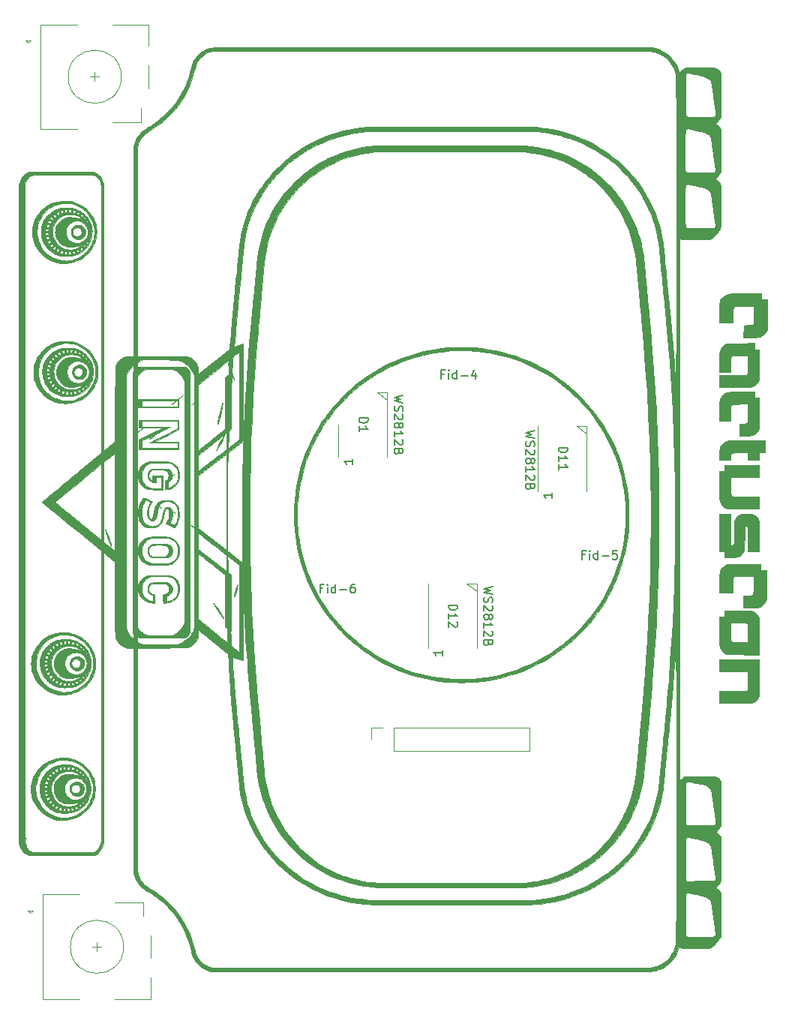
<source format=gbr>
%TF.GenerationSoftware,KiCad,Pcbnew,7.0.1*%
%TF.CreationDate,2023-12-14T09:52:28-06:00*%
%TF.ProjectId,ProjectNeoRogue,50726f6a-6563-4744-9e65-6f526f677565,v1*%
%TF.SameCoordinates,Original*%
%TF.FileFunction,Legend,Top*%
%TF.FilePolarity,Positive*%
%FSLAX46Y46*%
G04 Gerber Fmt 4.6, Leading zero omitted, Abs format (unit mm)*
G04 Created by KiCad (PCBNEW 7.0.1) date 2023-12-14 09:52:28*
%MOMM*%
%LPD*%
G01*
G04 APERTURE LIST*
%ADD10C,0.150000*%
%ADD11C,0.120000*%
%ADD12C,0.010000*%
G04 APERTURE END LIST*
D10*
%TO.C,D11*%
X187887380Y-95435714D02*
X188887380Y-95435714D01*
X188887380Y-95435714D02*
X188887380Y-95673809D01*
X188887380Y-95673809D02*
X188839761Y-95816666D01*
X188839761Y-95816666D02*
X188744523Y-95911904D01*
X188744523Y-95911904D02*
X188649285Y-95959523D01*
X188649285Y-95959523D02*
X188458809Y-96007142D01*
X188458809Y-96007142D02*
X188315952Y-96007142D01*
X188315952Y-96007142D02*
X188125476Y-95959523D01*
X188125476Y-95959523D02*
X188030238Y-95911904D01*
X188030238Y-95911904D02*
X187935000Y-95816666D01*
X187935000Y-95816666D02*
X187887380Y-95673809D01*
X187887380Y-95673809D02*
X187887380Y-95435714D01*
X187887380Y-96959523D02*
X187887380Y-96388095D01*
X187887380Y-96673809D02*
X188887380Y-96673809D01*
X188887380Y-96673809D02*
X188744523Y-96578571D01*
X188744523Y-96578571D02*
X188649285Y-96483333D01*
X188649285Y-96483333D02*
X188601666Y-96388095D01*
X187887380Y-97911904D02*
X187887380Y-97340476D01*
X187887380Y-97626190D02*
X188887380Y-97626190D01*
X188887380Y-97626190D02*
X188744523Y-97530952D01*
X188744523Y-97530952D02*
X188649285Y-97435714D01*
X188649285Y-97435714D02*
X188601666Y-97340476D01*
X185177380Y-93540476D02*
X184177380Y-93778571D01*
X184177380Y-93778571D02*
X184891666Y-93969047D01*
X184891666Y-93969047D02*
X184177380Y-94159523D01*
X184177380Y-94159523D02*
X185177380Y-94397619D01*
X184225000Y-94730952D02*
X184177380Y-94873809D01*
X184177380Y-94873809D02*
X184177380Y-95111904D01*
X184177380Y-95111904D02*
X184225000Y-95207142D01*
X184225000Y-95207142D02*
X184272619Y-95254761D01*
X184272619Y-95254761D02*
X184367857Y-95302380D01*
X184367857Y-95302380D02*
X184463095Y-95302380D01*
X184463095Y-95302380D02*
X184558333Y-95254761D01*
X184558333Y-95254761D02*
X184605952Y-95207142D01*
X184605952Y-95207142D02*
X184653571Y-95111904D01*
X184653571Y-95111904D02*
X184701190Y-94921428D01*
X184701190Y-94921428D02*
X184748809Y-94826190D01*
X184748809Y-94826190D02*
X184796428Y-94778571D01*
X184796428Y-94778571D02*
X184891666Y-94730952D01*
X184891666Y-94730952D02*
X184986904Y-94730952D01*
X184986904Y-94730952D02*
X185082142Y-94778571D01*
X185082142Y-94778571D02*
X185129761Y-94826190D01*
X185129761Y-94826190D02*
X185177380Y-94921428D01*
X185177380Y-94921428D02*
X185177380Y-95159523D01*
X185177380Y-95159523D02*
X185129761Y-95302380D01*
X185082142Y-95683333D02*
X185129761Y-95730952D01*
X185129761Y-95730952D02*
X185177380Y-95826190D01*
X185177380Y-95826190D02*
X185177380Y-96064285D01*
X185177380Y-96064285D02*
X185129761Y-96159523D01*
X185129761Y-96159523D02*
X185082142Y-96207142D01*
X185082142Y-96207142D02*
X184986904Y-96254761D01*
X184986904Y-96254761D02*
X184891666Y-96254761D01*
X184891666Y-96254761D02*
X184748809Y-96207142D01*
X184748809Y-96207142D02*
X184177380Y-95635714D01*
X184177380Y-95635714D02*
X184177380Y-96254761D01*
X184748809Y-96826190D02*
X184796428Y-96730952D01*
X184796428Y-96730952D02*
X184844047Y-96683333D01*
X184844047Y-96683333D02*
X184939285Y-96635714D01*
X184939285Y-96635714D02*
X184986904Y-96635714D01*
X184986904Y-96635714D02*
X185082142Y-96683333D01*
X185082142Y-96683333D02*
X185129761Y-96730952D01*
X185129761Y-96730952D02*
X185177380Y-96826190D01*
X185177380Y-96826190D02*
X185177380Y-97016666D01*
X185177380Y-97016666D02*
X185129761Y-97111904D01*
X185129761Y-97111904D02*
X185082142Y-97159523D01*
X185082142Y-97159523D02*
X184986904Y-97207142D01*
X184986904Y-97207142D02*
X184939285Y-97207142D01*
X184939285Y-97207142D02*
X184844047Y-97159523D01*
X184844047Y-97159523D02*
X184796428Y-97111904D01*
X184796428Y-97111904D02*
X184748809Y-97016666D01*
X184748809Y-97016666D02*
X184748809Y-96826190D01*
X184748809Y-96826190D02*
X184701190Y-96730952D01*
X184701190Y-96730952D02*
X184653571Y-96683333D01*
X184653571Y-96683333D02*
X184558333Y-96635714D01*
X184558333Y-96635714D02*
X184367857Y-96635714D01*
X184367857Y-96635714D02*
X184272619Y-96683333D01*
X184272619Y-96683333D02*
X184225000Y-96730952D01*
X184225000Y-96730952D02*
X184177380Y-96826190D01*
X184177380Y-96826190D02*
X184177380Y-97016666D01*
X184177380Y-97016666D02*
X184225000Y-97111904D01*
X184225000Y-97111904D02*
X184272619Y-97159523D01*
X184272619Y-97159523D02*
X184367857Y-97207142D01*
X184367857Y-97207142D02*
X184558333Y-97207142D01*
X184558333Y-97207142D02*
X184653571Y-97159523D01*
X184653571Y-97159523D02*
X184701190Y-97111904D01*
X184701190Y-97111904D02*
X184748809Y-97016666D01*
X184177380Y-98159523D02*
X184177380Y-97588095D01*
X184177380Y-97873809D02*
X185177380Y-97873809D01*
X185177380Y-97873809D02*
X185034523Y-97778571D01*
X185034523Y-97778571D02*
X184939285Y-97683333D01*
X184939285Y-97683333D02*
X184891666Y-97588095D01*
X185082142Y-98540476D02*
X185129761Y-98588095D01*
X185129761Y-98588095D02*
X185177380Y-98683333D01*
X185177380Y-98683333D02*
X185177380Y-98921428D01*
X185177380Y-98921428D02*
X185129761Y-99016666D01*
X185129761Y-99016666D02*
X185082142Y-99064285D01*
X185082142Y-99064285D02*
X184986904Y-99111904D01*
X184986904Y-99111904D02*
X184891666Y-99111904D01*
X184891666Y-99111904D02*
X184748809Y-99064285D01*
X184748809Y-99064285D02*
X184177380Y-98492857D01*
X184177380Y-98492857D02*
X184177380Y-99111904D01*
X184701190Y-99873809D02*
X184653571Y-100016666D01*
X184653571Y-100016666D02*
X184605952Y-100064285D01*
X184605952Y-100064285D02*
X184510714Y-100111904D01*
X184510714Y-100111904D02*
X184367857Y-100111904D01*
X184367857Y-100111904D02*
X184272619Y-100064285D01*
X184272619Y-100064285D02*
X184225000Y-100016666D01*
X184225000Y-100016666D02*
X184177380Y-99921428D01*
X184177380Y-99921428D02*
X184177380Y-99540476D01*
X184177380Y-99540476D02*
X185177380Y-99540476D01*
X185177380Y-99540476D02*
X185177380Y-99873809D01*
X185177380Y-99873809D02*
X185129761Y-99969047D01*
X185129761Y-99969047D02*
X185082142Y-100016666D01*
X185082142Y-100016666D02*
X184986904Y-100064285D01*
X184986904Y-100064285D02*
X184891666Y-100064285D01*
X184891666Y-100064285D02*
X184796428Y-100016666D01*
X184796428Y-100016666D02*
X184748809Y-99969047D01*
X184748809Y-99969047D02*
X184701190Y-99873809D01*
X184701190Y-99873809D02*
X184701190Y-99540476D01*
X187172619Y-100544285D02*
X187172619Y-101115713D01*
X187172619Y-100829999D02*
X186172619Y-100829999D01*
X186172619Y-100829999D02*
X186315476Y-100925237D01*
X186315476Y-100925237D02*
X186410714Y-101020475D01*
X186410714Y-101020475D02*
X186458333Y-101115713D01*
%TO.C,Fid-5*%
X190877143Y-107518809D02*
X190543810Y-107518809D01*
X190543810Y-108042619D02*
X190543810Y-107042619D01*
X190543810Y-107042619D02*
X191020000Y-107042619D01*
X191400953Y-108042619D02*
X191400953Y-107375952D01*
X191400953Y-107042619D02*
X191353334Y-107090238D01*
X191353334Y-107090238D02*
X191400953Y-107137857D01*
X191400953Y-107137857D02*
X191448572Y-107090238D01*
X191448572Y-107090238D02*
X191400953Y-107042619D01*
X191400953Y-107042619D02*
X191400953Y-107137857D01*
X192305714Y-108042619D02*
X192305714Y-107042619D01*
X192305714Y-107995000D02*
X192210476Y-108042619D01*
X192210476Y-108042619D02*
X192020000Y-108042619D01*
X192020000Y-108042619D02*
X191924762Y-107995000D01*
X191924762Y-107995000D02*
X191877143Y-107947380D01*
X191877143Y-107947380D02*
X191829524Y-107852142D01*
X191829524Y-107852142D02*
X191829524Y-107566428D01*
X191829524Y-107566428D02*
X191877143Y-107471190D01*
X191877143Y-107471190D02*
X191924762Y-107423571D01*
X191924762Y-107423571D02*
X192020000Y-107375952D01*
X192020000Y-107375952D02*
X192210476Y-107375952D01*
X192210476Y-107375952D02*
X192305714Y-107423571D01*
X192781905Y-107661666D02*
X193543810Y-107661666D01*
X194496190Y-107042619D02*
X194020000Y-107042619D01*
X194020000Y-107042619D02*
X193972381Y-107518809D01*
X193972381Y-107518809D02*
X194020000Y-107471190D01*
X194020000Y-107471190D02*
X194115238Y-107423571D01*
X194115238Y-107423571D02*
X194353333Y-107423571D01*
X194353333Y-107423571D02*
X194448571Y-107471190D01*
X194448571Y-107471190D02*
X194496190Y-107518809D01*
X194496190Y-107518809D02*
X194543809Y-107614047D01*
X194543809Y-107614047D02*
X194543809Y-107852142D01*
X194543809Y-107852142D02*
X194496190Y-107947380D01*
X194496190Y-107947380D02*
X194448571Y-107995000D01*
X194448571Y-107995000D02*
X194353333Y-108042619D01*
X194353333Y-108042619D02*
X194115238Y-108042619D01*
X194115238Y-108042619D02*
X194020000Y-107995000D01*
X194020000Y-107995000D02*
X193972381Y-107947380D01*
%TO.C,D1*%
X165357380Y-92081905D02*
X166357380Y-92081905D01*
X166357380Y-92081905D02*
X166357380Y-92320000D01*
X166357380Y-92320000D02*
X166309761Y-92462857D01*
X166309761Y-92462857D02*
X166214523Y-92558095D01*
X166214523Y-92558095D02*
X166119285Y-92605714D01*
X166119285Y-92605714D02*
X165928809Y-92653333D01*
X165928809Y-92653333D02*
X165785952Y-92653333D01*
X165785952Y-92653333D02*
X165595476Y-92605714D01*
X165595476Y-92605714D02*
X165500238Y-92558095D01*
X165500238Y-92558095D02*
X165405000Y-92462857D01*
X165405000Y-92462857D02*
X165357380Y-92320000D01*
X165357380Y-92320000D02*
X165357380Y-92081905D01*
X165357380Y-93605714D02*
X165357380Y-93034286D01*
X165357380Y-93320000D02*
X166357380Y-93320000D01*
X166357380Y-93320000D02*
X166214523Y-93224762D01*
X166214523Y-93224762D02*
X166119285Y-93129524D01*
X166119285Y-93129524D02*
X166071666Y-93034286D01*
X170317380Y-89540476D02*
X169317380Y-89778571D01*
X169317380Y-89778571D02*
X170031666Y-89969047D01*
X170031666Y-89969047D02*
X169317380Y-90159523D01*
X169317380Y-90159523D02*
X170317380Y-90397619D01*
X169365000Y-90730952D02*
X169317380Y-90873809D01*
X169317380Y-90873809D02*
X169317380Y-91111904D01*
X169317380Y-91111904D02*
X169365000Y-91207142D01*
X169365000Y-91207142D02*
X169412619Y-91254761D01*
X169412619Y-91254761D02*
X169507857Y-91302380D01*
X169507857Y-91302380D02*
X169603095Y-91302380D01*
X169603095Y-91302380D02*
X169698333Y-91254761D01*
X169698333Y-91254761D02*
X169745952Y-91207142D01*
X169745952Y-91207142D02*
X169793571Y-91111904D01*
X169793571Y-91111904D02*
X169841190Y-90921428D01*
X169841190Y-90921428D02*
X169888809Y-90826190D01*
X169888809Y-90826190D02*
X169936428Y-90778571D01*
X169936428Y-90778571D02*
X170031666Y-90730952D01*
X170031666Y-90730952D02*
X170126904Y-90730952D01*
X170126904Y-90730952D02*
X170222142Y-90778571D01*
X170222142Y-90778571D02*
X170269761Y-90826190D01*
X170269761Y-90826190D02*
X170317380Y-90921428D01*
X170317380Y-90921428D02*
X170317380Y-91159523D01*
X170317380Y-91159523D02*
X170269761Y-91302380D01*
X170222142Y-91683333D02*
X170269761Y-91730952D01*
X170269761Y-91730952D02*
X170317380Y-91826190D01*
X170317380Y-91826190D02*
X170317380Y-92064285D01*
X170317380Y-92064285D02*
X170269761Y-92159523D01*
X170269761Y-92159523D02*
X170222142Y-92207142D01*
X170222142Y-92207142D02*
X170126904Y-92254761D01*
X170126904Y-92254761D02*
X170031666Y-92254761D01*
X170031666Y-92254761D02*
X169888809Y-92207142D01*
X169888809Y-92207142D02*
X169317380Y-91635714D01*
X169317380Y-91635714D02*
X169317380Y-92254761D01*
X169888809Y-92826190D02*
X169936428Y-92730952D01*
X169936428Y-92730952D02*
X169984047Y-92683333D01*
X169984047Y-92683333D02*
X170079285Y-92635714D01*
X170079285Y-92635714D02*
X170126904Y-92635714D01*
X170126904Y-92635714D02*
X170222142Y-92683333D01*
X170222142Y-92683333D02*
X170269761Y-92730952D01*
X170269761Y-92730952D02*
X170317380Y-92826190D01*
X170317380Y-92826190D02*
X170317380Y-93016666D01*
X170317380Y-93016666D02*
X170269761Y-93111904D01*
X170269761Y-93111904D02*
X170222142Y-93159523D01*
X170222142Y-93159523D02*
X170126904Y-93207142D01*
X170126904Y-93207142D02*
X170079285Y-93207142D01*
X170079285Y-93207142D02*
X169984047Y-93159523D01*
X169984047Y-93159523D02*
X169936428Y-93111904D01*
X169936428Y-93111904D02*
X169888809Y-93016666D01*
X169888809Y-93016666D02*
X169888809Y-92826190D01*
X169888809Y-92826190D02*
X169841190Y-92730952D01*
X169841190Y-92730952D02*
X169793571Y-92683333D01*
X169793571Y-92683333D02*
X169698333Y-92635714D01*
X169698333Y-92635714D02*
X169507857Y-92635714D01*
X169507857Y-92635714D02*
X169412619Y-92683333D01*
X169412619Y-92683333D02*
X169365000Y-92730952D01*
X169365000Y-92730952D02*
X169317380Y-92826190D01*
X169317380Y-92826190D02*
X169317380Y-93016666D01*
X169317380Y-93016666D02*
X169365000Y-93111904D01*
X169365000Y-93111904D02*
X169412619Y-93159523D01*
X169412619Y-93159523D02*
X169507857Y-93207142D01*
X169507857Y-93207142D02*
X169698333Y-93207142D01*
X169698333Y-93207142D02*
X169793571Y-93159523D01*
X169793571Y-93159523D02*
X169841190Y-93111904D01*
X169841190Y-93111904D02*
X169888809Y-93016666D01*
X169317380Y-94159523D02*
X169317380Y-93588095D01*
X169317380Y-93873809D02*
X170317380Y-93873809D01*
X170317380Y-93873809D02*
X170174523Y-93778571D01*
X170174523Y-93778571D02*
X170079285Y-93683333D01*
X170079285Y-93683333D02*
X170031666Y-93588095D01*
X170222142Y-94540476D02*
X170269761Y-94588095D01*
X170269761Y-94588095D02*
X170317380Y-94683333D01*
X170317380Y-94683333D02*
X170317380Y-94921428D01*
X170317380Y-94921428D02*
X170269761Y-95016666D01*
X170269761Y-95016666D02*
X170222142Y-95064285D01*
X170222142Y-95064285D02*
X170126904Y-95111904D01*
X170126904Y-95111904D02*
X170031666Y-95111904D01*
X170031666Y-95111904D02*
X169888809Y-95064285D01*
X169888809Y-95064285D02*
X169317380Y-94492857D01*
X169317380Y-94492857D02*
X169317380Y-95111904D01*
X169841190Y-95873809D02*
X169793571Y-96016666D01*
X169793571Y-96016666D02*
X169745952Y-96064285D01*
X169745952Y-96064285D02*
X169650714Y-96111904D01*
X169650714Y-96111904D02*
X169507857Y-96111904D01*
X169507857Y-96111904D02*
X169412619Y-96064285D01*
X169412619Y-96064285D02*
X169365000Y-96016666D01*
X169365000Y-96016666D02*
X169317380Y-95921428D01*
X169317380Y-95921428D02*
X169317380Y-95540476D01*
X169317380Y-95540476D02*
X170317380Y-95540476D01*
X170317380Y-95540476D02*
X170317380Y-95873809D01*
X170317380Y-95873809D02*
X170269761Y-95969047D01*
X170269761Y-95969047D02*
X170222142Y-96016666D01*
X170222142Y-96016666D02*
X170126904Y-96064285D01*
X170126904Y-96064285D02*
X170031666Y-96064285D01*
X170031666Y-96064285D02*
X169936428Y-96016666D01*
X169936428Y-96016666D02*
X169888809Y-95969047D01*
X169888809Y-95969047D02*
X169841190Y-95873809D01*
X169841190Y-95873809D02*
X169841190Y-95540476D01*
X164642619Y-96714285D02*
X164642619Y-97285713D01*
X164642619Y-96999999D02*
X163642619Y-96999999D01*
X163642619Y-96999999D02*
X163785476Y-97095237D01*
X163785476Y-97095237D02*
X163880714Y-97190475D01*
X163880714Y-97190475D02*
X163928333Y-97285713D01*
%TO.C,Fid-6*%
X161267143Y-111308809D02*
X160933810Y-111308809D01*
X160933810Y-111832619D02*
X160933810Y-110832619D01*
X160933810Y-110832619D02*
X161410000Y-110832619D01*
X161790953Y-111832619D02*
X161790953Y-111165952D01*
X161790953Y-110832619D02*
X161743334Y-110880238D01*
X161743334Y-110880238D02*
X161790953Y-110927857D01*
X161790953Y-110927857D02*
X161838572Y-110880238D01*
X161838572Y-110880238D02*
X161790953Y-110832619D01*
X161790953Y-110832619D02*
X161790953Y-110927857D01*
X162695714Y-111832619D02*
X162695714Y-110832619D01*
X162695714Y-111785000D02*
X162600476Y-111832619D01*
X162600476Y-111832619D02*
X162410000Y-111832619D01*
X162410000Y-111832619D02*
X162314762Y-111785000D01*
X162314762Y-111785000D02*
X162267143Y-111737380D01*
X162267143Y-111737380D02*
X162219524Y-111642142D01*
X162219524Y-111642142D02*
X162219524Y-111356428D01*
X162219524Y-111356428D02*
X162267143Y-111261190D01*
X162267143Y-111261190D02*
X162314762Y-111213571D01*
X162314762Y-111213571D02*
X162410000Y-111165952D01*
X162410000Y-111165952D02*
X162600476Y-111165952D01*
X162600476Y-111165952D02*
X162695714Y-111213571D01*
X163171905Y-111451666D02*
X163933810Y-111451666D01*
X164838571Y-110832619D02*
X164648095Y-110832619D01*
X164648095Y-110832619D02*
X164552857Y-110880238D01*
X164552857Y-110880238D02*
X164505238Y-110927857D01*
X164505238Y-110927857D02*
X164410000Y-111070714D01*
X164410000Y-111070714D02*
X164362381Y-111261190D01*
X164362381Y-111261190D02*
X164362381Y-111642142D01*
X164362381Y-111642142D02*
X164410000Y-111737380D01*
X164410000Y-111737380D02*
X164457619Y-111785000D01*
X164457619Y-111785000D02*
X164552857Y-111832619D01*
X164552857Y-111832619D02*
X164743333Y-111832619D01*
X164743333Y-111832619D02*
X164838571Y-111785000D01*
X164838571Y-111785000D02*
X164886190Y-111737380D01*
X164886190Y-111737380D02*
X164933809Y-111642142D01*
X164933809Y-111642142D02*
X164933809Y-111404047D01*
X164933809Y-111404047D02*
X164886190Y-111308809D01*
X164886190Y-111308809D02*
X164838571Y-111261190D01*
X164838571Y-111261190D02*
X164743333Y-111213571D01*
X164743333Y-111213571D02*
X164552857Y-111213571D01*
X164552857Y-111213571D02*
X164457619Y-111261190D01*
X164457619Y-111261190D02*
X164410000Y-111308809D01*
X164410000Y-111308809D02*
X164362381Y-111404047D01*
%TO.C,Fid-4*%
X174957143Y-87148809D02*
X174623810Y-87148809D01*
X174623810Y-87672619D02*
X174623810Y-86672619D01*
X174623810Y-86672619D02*
X175100000Y-86672619D01*
X175480953Y-87672619D02*
X175480953Y-87005952D01*
X175480953Y-86672619D02*
X175433334Y-86720238D01*
X175433334Y-86720238D02*
X175480953Y-86767857D01*
X175480953Y-86767857D02*
X175528572Y-86720238D01*
X175528572Y-86720238D02*
X175480953Y-86672619D01*
X175480953Y-86672619D02*
X175480953Y-86767857D01*
X176385714Y-87672619D02*
X176385714Y-86672619D01*
X176385714Y-87625000D02*
X176290476Y-87672619D01*
X176290476Y-87672619D02*
X176100000Y-87672619D01*
X176100000Y-87672619D02*
X176004762Y-87625000D01*
X176004762Y-87625000D02*
X175957143Y-87577380D01*
X175957143Y-87577380D02*
X175909524Y-87482142D01*
X175909524Y-87482142D02*
X175909524Y-87196428D01*
X175909524Y-87196428D02*
X175957143Y-87101190D01*
X175957143Y-87101190D02*
X176004762Y-87053571D01*
X176004762Y-87053571D02*
X176100000Y-87005952D01*
X176100000Y-87005952D02*
X176290476Y-87005952D01*
X176290476Y-87005952D02*
X176385714Y-87053571D01*
X176861905Y-87291666D02*
X177623810Y-87291666D01*
X178528571Y-87005952D02*
X178528571Y-87672619D01*
X178290476Y-86625000D02*
X178052381Y-87339285D01*
X178052381Y-87339285D02*
X178671428Y-87339285D01*
%TO.C,D12*%
X175477380Y-113205714D02*
X176477380Y-113205714D01*
X176477380Y-113205714D02*
X176477380Y-113443809D01*
X176477380Y-113443809D02*
X176429761Y-113586666D01*
X176429761Y-113586666D02*
X176334523Y-113681904D01*
X176334523Y-113681904D02*
X176239285Y-113729523D01*
X176239285Y-113729523D02*
X176048809Y-113777142D01*
X176048809Y-113777142D02*
X175905952Y-113777142D01*
X175905952Y-113777142D02*
X175715476Y-113729523D01*
X175715476Y-113729523D02*
X175620238Y-113681904D01*
X175620238Y-113681904D02*
X175525000Y-113586666D01*
X175525000Y-113586666D02*
X175477380Y-113443809D01*
X175477380Y-113443809D02*
X175477380Y-113205714D01*
X175477380Y-114729523D02*
X175477380Y-114158095D01*
X175477380Y-114443809D02*
X176477380Y-114443809D01*
X176477380Y-114443809D02*
X176334523Y-114348571D01*
X176334523Y-114348571D02*
X176239285Y-114253333D01*
X176239285Y-114253333D02*
X176191666Y-114158095D01*
X176382142Y-115110476D02*
X176429761Y-115158095D01*
X176429761Y-115158095D02*
X176477380Y-115253333D01*
X176477380Y-115253333D02*
X176477380Y-115491428D01*
X176477380Y-115491428D02*
X176429761Y-115586666D01*
X176429761Y-115586666D02*
X176382142Y-115634285D01*
X176382142Y-115634285D02*
X176286904Y-115681904D01*
X176286904Y-115681904D02*
X176191666Y-115681904D01*
X176191666Y-115681904D02*
X176048809Y-115634285D01*
X176048809Y-115634285D02*
X175477380Y-115062857D01*
X175477380Y-115062857D02*
X175477380Y-115681904D01*
X180437380Y-111140476D02*
X179437380Y-111378571D01*
X179437380Y-111378571D02*
X180151666Y-111569047D01*
X180151666Y-111569047D02*
X179437380Y-111759523D01*
X179437380Y-111759523D02*
X180437380Y-111997619D01*
X179485000Y-112330952D02*
X179437380Y-112473809D01*
X179437380Y-112473809D02*
X179437380Y-112711904D01*
X179437380Y-112711904D02*
X179485000Y-112807142D01*
X179485000Y-112807142D02*
X179532619Y-112854761D01*
X179532619Y-112854761D02*
X179627857Y-112902380D01*
X179627857Y-112902380D02*
X179723095Y-112902380D01*
X179723095Y-112902380D02*
X179818333Y-112854761D01*
X179818333Y-112854761D02*
X179865952Y-112807142D01*
X179865952Y-112807142D02*
X179913571Y-112711904D01*
X179913571Y-112711904D02*
X179961190Y-112521428D01*
X179961190Y-112521428D02*
X180008809Y-112426190D01*
X180008809Y-112426190D02*
X180056428Y-112378571D01*
X180056428Y-112378571D02*
X180151666Y-112330952D01*
X180151666Y-112330952D02*
X180246904Y-112330952D01*
X180246904Y-112330952D02*
X180342142Y-112378571D01*
X180342142Y-112378571D02*
X180389761Y-112426190D01*
X180389761Y-112426190D02*
X180437380Y-112521428D01*
X180437380Y-112521428D02*
X180437380Y-112759523D01*
X180437380Y-112759523D02*
X180389761Y-112902380D01*
X180342142Y-113283333D02*
X180389761Y-113330952D01*
X180389761Y-113330952D02*
X180437380Y-113426190D01*
X180437380Y-113426190D02*
X180437380Y-113664285D01*
X180437380Y-113664285D02*
X180389761Y-113759523D01*
X180389761Y-113759523D02*
X180342142Y-113807142D01*
X180342142Y-113807142D02*
X180246904Y-113854761D01*
X180246904Y-113854761D02*
X180151666Y-113854761D01*
X180151666Y-113854761D02*
X180008809Y-113807142D01*
X180008809Y-113807142D02*
X179437380Y-113235714D01*
X179437380Y-113235714D02*
X179437380Y-113854761D01*
X180008809Y-114426190D02*
X180056428Y-114330952D01*
X180056428Y-114330952D02*
X180104047Y-114283333D01*
X180104047Y-114283333D02*
X180199285Y-114235714D01*
X180199285Y-114235714D02*
X180246904Y-114235714D01*
X180246904Y-114235714D02*
X180342142Y-114283333D01*
X180342142Y-114283333D02*
X180389761Y-114330952D01*
X180389761Y-114330952D02*
X180437380Y-114426190D01*
X180437380Y-114426190D02*
X180437380Y-114616666D01*
X180437380Y-114616666D02*
X180389761Y-114711904D01*
X180389761Y-114711904D02*
X180342142Y-114759523D01*
X180342142Y-114759523D02*
X180246904Y-114807142D01*
X180246904Y-114807142D02*
X180199285Y-114807142D01*
X180199285Y-114807142D02*
X180104047Y-114759523D01*
X180104047Y-114759523D02*
X180056428Y-114711904D01*
X180056428Y-114711904D02*
X180008809Y-114616666D01*
X180008809Y-114616666D02*
X180008809Y-114426190D01*
X180008809Y-114426190D02*
X179961190Y-114330952D01*
X179961190Y-114330952D02*
X179913571Y-114283333D01*
X179913571Y-114283333D02*
X179818333Y-114235714D01*
X179818333Y-114235714D02*
X179627857Y-114235714D01*
X179627857Y-114235714D02*
X179532619Y-114283333D01*
X179532619Y-114283333D02*
X179485000Y-114330952D01*
X179485000Y-114330952D02*
X179437380Y-114426190D01*
X179437380Y-114426190D02*
X179437380Y-114616666D01*
X179437380Y-114616666D02*
X179485000Y-114711904D01*
X179485000Y-114711904D02*
X179532619Y-114759523D01*
X179532619Y-114759523D02*
X179627857Y-114807142D01*
X179627857Y-114807142D02*
X179818333Y-114807142D01*
X179818333Y-114807142D02*
X179913571Y-114759523D01*
X179913571Y-114759523D02*
X179961190Y-114711904D01*
X179961190Y-114711904D02*
X180008809Y-114616666D01*
X179437380Y-115759523D02*
X179437380Y-115188095D01*
X179437380Y-115473809D02*
X180437380Y-115473809D01*
X180437380Y-115473809D02*
X180294523Y-115378571D01*
X180294523Y-115378571D02*
X180199285Y-115283333D01*
X180199285Y-115283333D02*
X180151666Y-115188095D01*
X180342142Y-116140476D02*
X180389761Y-116188095D01*
X180389761Y-116188095D02*
X180437380Y-116283333D01*
X180437380Y-116283333D02*
X180437380Y-116521428D01*
X180437380Y-116521428D02*
X180389761Y-116616666D01*
X180389761Y-116616666D02*
X180342142Y-116664285D01*
X180342142Y-116664285D02*
X180246904Y-116711904D01*
X180246904Y-116711904D02*
X180151666Y-116711904D01*
X180151666Y-116711904D02*
X180008809Y-116664285D01*
X180008809Y-116664285D02*
X179437380Y-116092857D01*
X179437380Y-116092857D02*
X179437380Y-116711904D01*
X179961190Y-117473809D02*
X179913571Y-117616666D01*
X179913571Y-117616666D02*
X179865952Y-117664285D01*
X179865952Y-117664285D02*
X179770714Y-117711904D01*
X179770714Y-117711904D02*
X179627857Y-117711904D01*
X179627857Y-117711904D02*
X179532619Y-117664285D01*
X179532619Y-117664285D02*
X179485000Y-117616666D01*
X179485000Y-117616666D02*
X179437380Y-117521428D01*
X179437380Y-117521428D02*
X179437380Y-117140476D01*
X179437380Y-117140476D02*
X180437380Y-117140476D01*
X180437380Y-117140476D02*
X180437380Y-117473809D01*
X180437380Y-117473809D02*
X180389761Y-117569047D01*
X180389761Y-117569047D02*
X180342142Y-117616666D01*
X180342142Y-117616666D02*
X180246904Y-117664285D01*
X180246904Y-117664285D02*
X180151666Y-117664285D01*
X180151666Y-117664285D02*
X180056428Y-117616666D01*
X180056428Y-117616666D02*
X180008809Y-117569047D01*
X180008809Y-117569047D02*
X179961190Y-117473809D01*
X179961190Y-117473809D02*
X179961190Y-117140476D01*
X174762619Y-118314285D02*
X174762619Y-118885713D01*
X174762619Y-118599999D02*
X173762619Y-118599999D01*
X173762619Y-118599999D02*
X173905476Y-118695237D01*
X173905476Y-118695237D02*
X174000714Y-118790475D01*
X174000714Y-118790475D02*
X174048333Y-118885713D01*
D11*
%TO.C,D11*%
X185560000Y-100330000D02*
X185560000Y-93030000D01*
X191060000Y-100330000D02*
X191060000Y-93030000D01*
X189910000Y-93030000D02*
X191060000Y-93880000D01*
X191060000Y-93030000D02*
X189910000Y-93030000D01*
%TO.C,G\u002A\u002A\u002A*%
D12*
X145447287Y-89520854D02*
X145438216Y-89529926D01*
X145429144Y-89520854D01*
X145438216Y-89511783D01*
X145447287Y-89520854D01*
G36*
X145447287Y-89520854D02*
G01*
X145438216Y-89529926D01*
X145429144Y-89520854D01*
X145438216Y-89511783D01*
X145447287Y-89520854D01*
G37*
X145411002Y-89557140D02*
X145401930Y-89566211D01*
X145392859Y-89557140D01*
X145401930Y-89548069D01*
X145411002Y-89557140D01*
G36*
X145411002Y-89557140D02*
G01*
X145401930Y-89566211D01*
X145392859Y-89557140D01*
X145401930Y-89548069D01*
X145411002Y-89557140D01*
G37*
X145338430Y-89611569D02*
X145329359Y-89620640D01*
X145320287Y-89611569D01*
X145329359Y-89602497D01*
X145338430Y-89611569D01*
G36*
X145338430Y-89611569D02*
G01*
X145329359Y-89620640D01*
X145320287Y-89611569D01*
X145329359Y-89602497D01*
X145338430Y-89611569D01*
G37*
X145175144Y-89756711D02*
X145166073Y-89765783D01*
X145157002Y-89756711D01*
X145166073Y-89747640D01*
X145175144Y-89756711D01*
G36*
X145175144Y-89756711D02*
G01*
X145166073Y-89765783D01*
X145157002Y-89756711D01*
X145166073Y-89747640D01*
X145175144Y-89756711D01*
G37*
X145066287Y-89847426D02*
X145057216Y-89856497D01*
X145048144Y-89847426D01*
X145057216Y-89838354D01*
X145066287Y-89847426D01*
G36*
X145066287Y-89847426D02*
G01*
X145057216Y-89856497D01*
X145048144Y-89847426D01*
X145057216Y-89838354D01*
X145066287Y-89847426D01*
G37*
X144558287Y-90246569D02*
X144549216Y-90255640D01*
X144540144Y-90246569D01*
X144549216Y-90237497D01*
X144558287Y-90246569D01*
G36*
X144558287Y-90246569D02*
G01*
X144549216Y-90255640D01*
X144540144Y-90246569D01*
X144549216Y-90237497D01*
X144558287Y-90246569D01*
G37*
X144449430Y-90337283D02*
X144440359Y-90346354D01*
X144431287Y-90337283D01*
X144440359Y-90328211D01*
X144449430Y-90337283D01*
G36*
X144449430Y-90337283D02*
G01*
X144440359Y-90346354D01*
X144431287Y-90337283D01*
X144440359Y-90328211D01*
X144449430Y-90337283D01*
G37*
X146662859Y-90427997D02*
X146653787Y-90437069D01*
X146644716Y-90427997D01*
X146653787Y-90418926D01*
X146662859Y-90427997D01*
G36*
X146662859Y-90427997D02*
G01*
X146653787Y-90437069D01*
X146644716Y-90427997D01*
X146653787Y-90418926D01*
X146662859Y-90427997D01*
G37*
X144340573Y-90427997D02*
X144331502Y-90437069D01*
X144322430Y-90427997D01*
X144331502Y-90418926D01*
X144340573Y-90427997D01*
G36*
X144340573Y-90427997D02*
G01*
X144331502Y-90437069D01*
X144322430Y-90427997D01*
X144331502Y-90418926D01*
X144340573Y-90427997D01*
G37*
X146590287Y-90482426D02*
X146581216Y-90491497D01*
X146572144Y-90482426D01*
X146581216Y-90473354D01*
X146590287Y-90482426D01*
G36*
X146590287Y-90482426D02*
G01*
X146581216Y-90491497D01*
X146572144Y-90482426D01*
X146581216Y-90473354D01*
X146590287Y-90482426D01*
G37*
X144286144Y-90482426D02*
X144277073Y-90491497D01*
X144268002Y-90482426D01*
X144277073Y-90473354D01*
X144286144Y-90482426D01*
G36*
X144286144Y-90482426D02*
G01*
X144277073Y-90491497D01*
X144268002Y-90482426D01*
X144277073Y-90473354D01*
X144286144Y-90482426D01*
G37*
X144231716Y-90518711D02*
X144222644Y-90527783D01*
X144213573Y-90518711D01*
X144222644Y-90509640D01*
X144231716Y-90518711D01*
G36*
X144231716Y-90518711D02*
G01*
X144222644Y-90527783D01*
X144213573Y-90518711D01*
X144222644Y-90509640D01*
X144231716Y-90518711D01*
G37*
X146535859Y-90536854D02*
X146526787Y-90545926D01*
X146517716Y-90536854D01*
X146526787Y-90527783D01*
X146535859Y-90536854D01*
G36*
X146535859Y-90536854D02*
G01*
X146526787Y-90545926D01*
X146517716Y-90536854D01*
X146526787Y-90527783D01*
X146535859Y-90536854D01*
G37*
X144177287Y-90573140D02*
X144168216Y-90582211D01*
X144159144Y-90573140D01*
X144168216Y-90564069D01*
X144177287Y-90573140D01*
G36*
X144177287Y-90573140D02*
G01*
X144168216Y-90582211D01*
X144159144Y-90573140D01*
X144168216Y-90564069D01*
X144177287Y-90573140D01*
G37*
X146427002Y-90627569D02*
X146417930Y-90636640D01*
X146408859Y-90627569D01*
X146417930Y-90618497D01*
X146427002Y-90627569D01*
G36*
X146427002Y-90627569D02*
G01*
X146417930Y-90636640D01*
X146408859Y-90627569D01*
X146417930Y-90618497D01*
X146427002Y-90627569D01*
G37*
X140530573Y-93530426D02*
X140521502Y-93539497D01*
X140512430Y-93530426D01*
X140521502Y-93521354D01*
X140530573Y-93530426D01*
G36*
X140530573Y-93530426D02*
G01*
X140521502Y-93539497D01*
X140512430Y-93530426D01*
X140521502Y-93521354D01*
X140530573Y-93530426D01*
G37*
X140494287Y-93566712D02*
X140485216Y-93575783D01*
X140476144Y-93566712D01*
X140485216Y-93557640D01*
X140494287Y-93566712D01*
G36*
X140494287Y-93566712D02*
G01*
X140485216Y-93575783D01*
X140476144Y-93566712D01*
X140485216Y-93557640D01*
X140494287Y-93566712D01*
G37*
X140458002Y-93602997D02*
X140448930Y-93612069D01*
X140439859Y-93602997D01*
X140448930Y-93593926D01*
X140458002Y-93602997D01*
G36*
X140458002Y-93602997D02*
G01*
X140448930Y-93612069D01*
X140439859Y-93602997D01*
X140448930Y-93593926D01*
X140458002Y-93602997D01*
G37*
X140312859Y-93711854D02*
X140303787Y-93720926D01*
X140294716Y-93711854D01*
X140303787Y-93702783D01*
X140312859Y-93711854D01*
G36*
X140312859Y-93711854D02*
G01*
X140303787Y-93720926D01*
X140294716Y-93711854D01*
X140303787Y-93702783D01*
X140312859Y-93711854D01*
G37*
X142109002Y-94147283D02*
X142099930Y-94156354D01*
X142090859Y-94147283D01*
X142099930Y-94138212D01*
X142109002Y-94147283D01*
G36*
X142109002Y-94147283D02*
G01*
X142099930Y-94156354D01*
X142090859Y-94147283D01*
X142099930Y-94138212D01*
X142109002Y-94147283D01*
G37*
X142000144Y-94237997D02*
X141991073Y-94247069D01*
X141982002Y-94237997D01*
X141991073Y-94228926D01*
X142000144Y-94237997D01*
G36*
X142000144Y-94237997D02*
G01*
X141991073Y-94247069D01*
X141982002Y-94237997D01*
X141991073Y-94228926D01*
X142000144Y-94237997D01*
G37*
X141782430Y-94401283D02*
X141773359Y-94410354D01*
X141764287Y-94401283D01*
X141773359Y-94392212D01*
X141782430Y-94401283D01*
G36*
X141782430Y-94401283D02*
G01*
X141773359Y-94410354D01*
X141764287Y-94401283D01*
X141773359Y-94392212D01*
X141782430Y-94401283D01*
G37*
X141709859Y-94473854D02*
X141700787Y-94482926D01*
X141691716Y-94473854D01*
X141700787Y-94464783D01*
X141709859Y-94473854D01*
G36*
X141709859Y-94473854D02*
G01*
X141700787Y-94482926D01*
X141691716Y-94473854D01*
X141700787Y-94464783D01*
X141709859Y-94473854D01*
G37*
X144485716Y-98428997D02*
X144476644Y-98438069D01*
X144467573Y-98428997D01*
X144476644Y-98419926D01*
X144485716Y-98428997D01*
G36*
X144485716Y-98428997D02*
G01*
X144476644Y-98438069D01*
X144467573Y-98428997D01*
X144476644Y-98419926D01*
X144485716Y-98428997D01*
G37*
X144449430Y-98465283D02*
X144440359Y-98474354D01*
X144431287Y-98465283D01*
X144440359Y-98456211D01*
X144449430Y-98465283D01*
G36*
X144449430Y-98465283D02*
G01*
X144440359Y-98474354D01*
X144431287Y-98465283D01*
X144440359Y-98456211D01*
X144449430Y-98465283D01*
G37*
X144376859Y-98519711D02*
X144367787Y-98528783D01*
X144358716Y-98519711D01*
X144367787Y-98510640D01*
X144376859Y-98519711D01*
G36*
X144376859Y-98519711D02*
G01*
X144367787Y-98528783D01*
X144358716Y-98519711D01*
X144367787Y-98510640D01*
X144376859Y-98519711D01*
G37*
X142998002Y-102220854D02*
X142988930Y-102229926D01*
X142979859Y-102220854D01*
X142988930Y-102211783D01*
X142998002Y-102220854D01*
G36*
X142998002Y-102220854D02*
G01*
X142988930Y-102229926D01*
X142979859Y-102220854D01*
X142988930Y-102211783D01*
X142998002Y-102220854D01*
G37*
X143034287Y-102257140D02*
X143025216Y-102266211D01*
X143016144Y-102257140D01*
X143025216Y-102248069D01*
X143034287Y-102257140D01*
G36*
X143034287Y-102257140D02*
G01*
X143025216Y-102266211D01*
X143016144Y-102257140D01*
X143025216Y-102248069D01*
X143034287Y-102257140D01*
G37*
X144413144Y-102638140D02*
X144404073Y-102647211D01*
X144395002Y-102638140D01*
X144404073Y-102629069D01*
X144413144Y-102638140D01*
G36*
X144413144Y-102638140D02*
G01*
X144404073Y-102647211D01*
X144395002Y-102638140D01*
X144404073Y-102629069D01*
X144413144Y-102638140D01*
G37*
X144630859Y-102801426D02*
X144621787Y-102810497D01*
X144612716Y-102801426D01*
X144621787Y-102792354D01*
X144630859Y-102801426D01*
G36*
X144630859Y-102801426D02*
G01*
X144621787Y-102810497D01*
X144612716Y-102801426D01*
X144621787Y-102792354D01*
X144630859Y-102801426D01*
G37*
X144667144Y-102837711D02*
X144658073Y-102846783D01*
X144649002Y-102837711D01*
X144658073Y-102828640D01*
X144667144Y-102837711D01*
G36*
X144667144Y-102837711D02*
G01*
X144658073Y-102846783D01*
X144649002Y-102837711D01*
X144658073Y-102828640D01*
X144667144Y-102837711D01*
G37*
X146372573Y-104162140D02*
X146363502Y-104171211D01*
X146354430Y-104162140D01*
X146363502Y-104153069D01*
X146372573Y-104162140D01*
G36*
X146372573Y-104162140D02*
G01*
X146363502Y-104171211D01*
X146354430Y-104162140D01*
X146363502Y-104153069D01*
X146372573Y-104162140D01*
G37*
X146463287Y-104234711D02*
X146454216Y-104243783D01*
X146445144Y-104234711D01*
X146454216Y-104225640D01*
X146463287Y-104234711D01*
G36*
X146463287Y-104234711D02*
G01*
X146454216Y-104243783D01*
X146445144Y-104234711D01*
X146454216Y-104225640D01*
X146463287Y-104234711D01*
G37*
X146554002Y-104307283D02*
X146544930Y-104316354D01*
X146535859Y-104307283D01*
X146544930Y-104298211D01*
X146554002Y-104307283D01*
G36*
X146554002Y-104307283D02*
G01*
X146544930Y-104316354D01*
X146535859Y-104307283D01*
X146544930Y-104298211D01*
X146554002Y-104307283D01*
G37*
X146644716Y-104379854D02*
X146635644Y-104388926D01*
X146626573Y-104379854D01*
X146635644Y-104370783D01*
X146644716Y-104379854D01*
G36*
X146644716Y-104379854D02*
G01*
X146635644Y-104388926D01*
X146626573Y-104379854D01*
X146635644Y-104370783D01*
X146644716Y-104379854D01*
G37*
X146681002Y-104397997D02*
X146671930Y-104407069D01*
X146662859Y-104397997D01*
X146671930Y-104388926D01*
X146681002Y-104397997D01*
G36*
X146681002Y-104397997D02*
G01*
X146671930Y-104407069D01*
X146662859Y-104397997D01*
X146671930Y-104388926D01*
X146681002Y-104397997D01*
G37*
X146771716Y-104470569D02*
X146762644Y-104479640D01*
X146753573Y-104470569D01*
X146762644Y-104461497D01*
X146771716Y-104470569D01*
G36*
X146771716Y-104470569D02*
G01*
X146762644Y-104479640D01*
X146753573Y-104470569D01*
X146762644Y-104461497D01*
X146771716Y-104470569D01*
G37*
X146693097Y-90388688D02*
X146695268Y-90410219D01*
X146693097Y-90412878D01*
X146682311Y-90410388D01*
X146681002Y-90400783D01*
X146687640Y-90385849D01*
X146693097Y-90388688D01*
G36*
X146693097Y-90388688D02*
G01*
X146695268Y-90410219D01*
X146693097Y-90412878D01*
X146682311Y-90410388D01*
X146681002Y-90400783D01*
X146687640Y-90385849D01*
X146693097Y-90388688D01*
G37*
X140633383Y-93436688D02*
X140635554Y-93458219D01*
X140633383Y-93460878D01*
X140622597Y-93458388D01*
X140621287Y-93448783D01*
X140627926Y-93433849D01*
X140633383Y-93436688D01*
G36*
X140633383Y-93436688D02*
G01*
X140635554Y-93458219D01*
X140633383Y-93460878D01*
X140622597Y-93458388D01*
X140621287Y-93448783D01*
X140627926Y-93433849D01*
X140633383Y-93436688D01*
G37*
X141885240Y-94307545D02*
X141887411Y-94329076D01*
X141885240Y-94331735D01*
X141874454Y-94329245D01*
X141873144Y-94319640D01*
X141879783Y-94304706D01*
X141885240Y-94307545D01*
G36*
X141885240Y-94307545D02*
G01*
X141887411Y-94329076D01*
X141885240Y-94331735D01*
X141874454Y-94329245D01*
X141873144Y-94319640D01*
X141879783Y-94304706D01*
X141885240Y-94307545D01*
G37*
X144591364Y-102762707D02*
X144588525Y-102768164D01*
X144566994Y-102770335D01*
X144564335Y-102768164D01*
X144566825Y-102757378D01*
X144576430Y-102756069D01*
X144591364Y-102762707D01*
G36*
X144591364Y-102762707D02*
G01*
X144588525Y-102768164D01*
X144566994Y-102770335D01*
X144564335Y-102768164D01*
X144566825Y-102757378D01*
X144576430Y-102756069D01*
X144591364Y-102762707D01*
G37*
X146732221Y-104431850D02*
X146729383Y-104437307D01*
X146707851Y-104439478D01*
X146705192Y-104437307D01*
X146707683Y-104426521D01*
X146717287Y-104425211D01*
X146732221Y-104431850D01*
G36*
X146732221Y-104431850D02*
G01*
X146729383Y-104437307D01*
X146707851Y-104439478D01*
X146705192Y-104437307D01*
X146707683Y-104426521D01*
X146717287Y-104425211D01*
X146732221Y-104431850D01*
G37*
X145294806Y-89654123D02*
X145276538Y-89673600D01*
X145266035Y-89669604D01*
X145265859Y-89667068D01*
X145278745Y-89651722D01*
X145286805Y-89646122D01*
X145299220Y-89643983D01*
X145294806Y-89654123D01*
G36*
X145294806Y-89654123D02*
G01*
X145276538Y-89673600D01*
X145266035Y-89669604D01*
X145265859Y-89667068D01*
X145278745Y-89651722D01*
X145286805Y-89646122D01*
X145299220Y-89643983D01*
X145294806Y-89654123D01*
G37*
X145222234Y-89708551D02*
X145203966Y-89728028D01*
X145193464Y-89724033D01*
X145193287Y-89721497D01*
X145206174Y-89706151D01*
X145214233Y-89700550D01*
X145226649Y-89698412D01*
X145222234Y-89708551D01*
G36*
X145222234Y-89708551D02*
G01*
X145203966Y-89728028D01*
X145193464Y-89724033D01*
X145193287Y-89721497D01*
X145206174Y-89706151D01*
X145214233Y-89700550D01*
X145226649Y-89698412D01*
X145222234Y-89708551D01*
G37*
X144514663Y-90289123D02*
X144496395Y-90308600D01*
X144485893Y-90304604D01*
X144485716Y-90302068D01*
X144498602Y-90286722D01*
X144506662Y-90281122D01*
X144519077Y-90278983D01*
X144514663Y-90289123D01*
G36*
X144514663Y-90289123D02*
G01*
X144496395Y-90308600D01*
X144485893Y-90304604D01*
X144485716Y-90302068D01*
X144498602Y-90286722D01*
X144506662Y-90281122D01*
X144519077Y-90278983D01*
X144514663Y-90289123D01*
G37*
X146764377Y-90343551D02*
X146746109Y-90363028D01*
X146735607Y-90359033D01*
X146735430Y-90356497D01*
X146748317Y-90341151D01*
X146756376Y-90335550D01*
X146768791Y-90333412D01*
X146764377Y-90343551D01*
G36*
X146764377Y-90343551D02*
G01*
X146746109Y-90363028D01*
X146735607Y-90359033D01*
X146735430Y-90356497D01*
X146748317Y-90341151D01*
X146756376Y-90335550D01*
X146768791Y-90333412D01*
X146764377Y-90343551D01*
G37*
X144405806Y-90379837D02*
X144387538Y-90399314D01*
X144377035Y-90395319D01*
X144376859Y-90392782D01*
X144389745Y-90377437D01*
X144397805Y-90371836D01*
X144410220Y-90369698D01*
X144405806Y-90379837D01*
G36*
X144405806Y-90379837D02*
G01*
X144387538Y-90399314D01*
X144377035Y-90395319D01*
X144376859Y-90392782D01*
X144389745Y-90377437D01*
X144397805Y-90371836D01*
X144410220Y-90369698D01*
X144405806Y-90379837D01*
G37*
X140686520Y-93409694D02*
X140668252Y-93429171D01*
X140657750Y-93425176D01*
X140657573Y-93422639D01*
X140670460Y-93407294D01*
X140678519Y-93401693D01*
X140690934Y-93399555D01*
X140686520Y-93409694D01*
G36*
X140686520Y-93409694D02*
G01*
X140668252Y-93429171D01*
X140657750Y-93425176D01*
X140657573Y-93422639D01*
X140670460Y-93407294D01*
X140678519Y-93401693D01*
X140690934Y-93399555D01*
X140686520Y-93409694D01*
G37*
X140577663Y-93500408D02*
X140559395Y-93519885D01*
X140548893Y-93515890D01*
X140548716Y-93513354D01*
X140561602Y-93498008D01*
X140569662Y-93492408D01*
X140582077Y-93490269D01*
X140577663Y-93500408D01*
G36*
X140577663Y-93500408D02*
G01*
X140559395Y-93519885D01*
X140548893Y-93515890D01*
X140548716Y-93513354D01*
X140561602Y-93498008D01*
X140569662Y-93492408D01*
X140582077Y-93490269D01*
X140577663Y-93500408D01*
G37*
X140414377Y-93627408D02*
X140396109Y-93646885D01*
X140385607Y-93642890D01*
X140385430Y-93640354D01*
X140398317Y-93625008D01*
X140406376Y-93619408D01*
X140418791Y-93617269D01*
X140414377Y-93627408D01*
G36*
X140414377Y-93627408D02*
G01*
X140396109Y-93646885D01*
X140385607Y-93642890D01*
X140385430Y-93640354D01*
X140398317Y-93625008D01*
X140406376Y-93619408D01*
X140418791Y-93617269D01*
X140414377Y-93627408D01*
G37*
X142047234Y-94189837D02*
X142028966Y-94209314D01*
X142018464Y-94205319D01*
X142018287Y-94202782D01*
X142031174Y-94187437D01*
X142039233Y-94181836D01*
X142051649Y-94179698D01*
X142047234Y-94189837D01*
G36*
X142047234Y-94189837D02*
G01*
X142028966Y-94209314D01*
X142018464Y-94205319D01*
X142018287Y-94202782D01*
X142031174Y-94187437D01*
X142039233Y-94181836D01*
X142051649Y-94179698D01*
X142047234Y-94189837D01*
G37*
X141938377Y-94280551D02*
X141920109Y-94300028D01*
X141909607Y-94296033D01*
X141909430Y-94293497D01*
X141922317Y-94278151D01*
X141930376Y-94272550D01*
X141942791Y-94270412D01*
X141938377Y-94280551D01*
G36*
X141938377Y-94280551D02*
G01*
X141920109Y-94300028D01*
X141909607Y-94296033D01*
X141909430Y-94293497D01*
X141922317Y-94278151D01*
X141930376Y-94272550D01*
X141942791Y-94270412D01*
X141938377Y-94280551D01*
G37*
X141829520Y-94371265D02*
X141811252Y-94390743D01*
X141800750Y-94386747D01*
X141800573Y-94384211D01*
X141813460Y-94368865D01*
X141821519Y-94363265D01*
X141833934Y-94361126D01*
X141829520Y-94371265D01*
G36*
X141829520Y-94371265D02*
G01*
X141811252Y-94390743D01*
X141800750Y-94386747D01*
X141800573Y-94384211D01*
X141813460Y-94368865D01*
X141821519Y-94363265D01*
X141833934Y-94361126D01*
X141829520Y-94371265D01*
G37*
X145133165Y-89775316D02*
X145123030Y-89788461D01*
X145096549Y-89816668D01*
X145084728Y-89816545D01*
X145084430Y-89813362D01*
X145096829Y-89798217D01*
X145116180Y-89781612D01*
X145137670Y-89765921D01*
X145133165Y-89775316D01*
G36*
X145133165Y-89775316D02*
G01*
X145123030Y-89788461D01*
X145096549Y-89816668D01*
X145084728Y-89816545D01*
X145084430Y-89813362D01*
X145096829Y-89798217D01*
X145116180Y-89781612D01*
X145137670Y-89765921D01*
X145133165Y-89775316D01*
G37*
X145024308Y-89866030D02*
X145014173Y-89879176D01*
X144991792Y-89904303D01*
X144982423Y-89910926D01*
X144976992Y-89902100D01*
X145000299Y-89877982D01*
X145007323Y-89872326D01*
X145028813Y-89856635D01*
X145024308Y-89866030D01*
G36*
X145024308Y-89866030D02*
G01*
X145014173Y-89879176D01*
X144991792Y-89904303D01*
X144982423Y-89910926D01*
X144976992Y-89902100D01*
X145000299Y-89877982D01*
X145007323Y-89872326D01*
X145028813Y-89856635D01*
X145024308Y-89866030D01*
G37*
X144625165Y-90192602D02*
X144615030Y-90205747D01*
X144588549Y-90233954D01*
X144576728Y-90233831D01*
X144576430Y-90230647D01*
X144588829Y-90215503D01*
X144608180Y-90198897D01*
X144629670Y-90183206D01*
X144625165Y-90192602D01*
G36*
X144625165Y-90192602D02*
G01*
X144615030Y-90205747D01*
X144588549Y-90233954D01*
X144576728Y-90233831D01*
X144576430Y-90230647D01*
X144588829Y-90215503D01*
X144608180Y-90198897D01*
X144629670Y-90183206D01*
X144625165Y-90192602D01*
G37*
X140746890Y-93349827D02*
X140748287Y-93355927D01*
X140735048Y-93381575D01*
X140730144Y-93385283D01*
X140713399Y-93384454D01*
X140712002Y-93378353D01*
X140725241Y-93352705D01*
X140730144Y-93348997D01*
X140746890Y-93349827D01*
G36*
X140746890Y-93349827D02*
G01*
X140748287Y-93355927D01*
X140735048Y-93381575D01*
X140730144Y-93385283D01*
X140713399Y-93384454D01*
X140712002Y-93378353D01*
X140725241Y-93352705D01*
X140730144Y-93348997D01*
X140746890Y-93349827D01*
G37*
X142313613Y-93976266D02*
X142283277Y-94002234D01*
X142263911Y-94008704D01*
X142263154Y-94008125D01*
X142269604Y-93992892D01*
X142298818Y-93969134D01*
X142303471Y-93966125D01*
X142353930Y-93934266D01*
X142313613Y-93976266D01*
G36*
X142313613Y-93976266D02*
G01*
X142283277Y-94002234D01*
X142263911Y-94008704D01*
X142263154Y-94008125D01*
X142269604Y-93992892D01*
X142298818Y-93969134D01*
X142303471Y-93966125D01*
X142353930Y-93934266D01*
X142313613Y-93976266D01*
G37*
X142809761Y-102073772D02*
X142834716Y-102093854D01*
X142861548Y-102121118D01*
X142871002Y-102135764D01*
X142859670Y-102132080D01*
X142834716Y-102111997D01*
X142807884Y-102084734D01*
X142798430Y-102070088D01*
X142809761Y-102073772D01*
G36*
X142809761Y-102073772D02*
G01*
X142834716Y-102093854D01*
X142861548Y-102121118D01*
X142871002Y-102135764D01*
X142859670Y-102132080D01*
X142834716Y-102111997D01*
X142807884Y-102084734D01*
X142798430Y-102070088D01*
X142809761Y-102073772D01*
G37*
X142911139Y-102151610D02*
X142927744Y-102170961D01*
X142943435Y-102192452D01*
X142934040Y-102187946D01*
X142920894Y-102177811D01*
X142892688Y-102151330D01*
X142892811Y-102139509D01*
X142895994Y-102139211D01*
X142911139Y-102151610D01*
G36*
X142911139Y-102151610D02*
G01*
X142927744Y-102170961D01*
X142943435Y-102192452D01*
X142934040Y-102187946D01*
X142920894Y-102177811D01*
X142892688Y-102151330D01*
X142892811Y-102139509D01*
X142895994Y-102139211D01*
X142911139Y-102151610D01*
G37*
X144485716Y-102692569D02*
X144503042Y-102709663D01*
X144503859Y-102712853D01*
X144492139Y-102714091D01*
X144485716Y-102710711D01*
X144468389Y-102693617D01*
X144467573Y-102690427D01*
X144479292Y-102689189D01*
X144485716Y-102692569D01*
G36*
X144485716Y-102692569D02*
G01*
X144503042Y-102709663D01*
X144503859Y-102712853D01*
X144492139Y-102714091D01*
X144485716Y-102710711D01*
X144468389Y-102693617D01*
X144467573Y-102690427D01*
X144479292Y-102689189D01*
X144485716Y-102692569D01*
G37*
X142227596Y-94041812D02*
X142219351Y-94053732D01*
X142192574Y-94080000D01*
X142160702Y-94103082D01*
X142135218Y-94115612D01*
X142127144Y-94112871D01*
X142140521Y-94098132D01*
X142173844Y-94071835D01*
X142186109Y-94063049D01*
X142220123Y-94041061D01*
X142227596Y-94041812D01*
G36*
X142227596Y-94041812D02*
G01*
X142219351Y-94053732D01*
X142192574Y-94080000D01*
X142160702Y-94103082D01*
X142135218Y-94115612D01*
X142127144Y-94112871D01*
X142140521Y-94098132D01*
X142173844Y-94071835D01*
X142186109Y-94063049D01*
X142220123Y-94041061D01*
X142227596Y-94041812D01*
G37*
X150536701Y-85889983D02*
X150557167Y-85922806D01*
X150587554Y-85978723D01*
X150625135Y-86052846D01*
X150644156Y-86091854D01*
X150810882Y-86461252D01*
X150960666Y-86840759D01*
X151089212Y-87218864D01*
X151172391Y-87506997D01*
X151203228Y-87626999D01*
X151223869Y-87715776D01*
X151233984Y-87773011D01*
X151233244Y-87798389D01*
X151221317Y-87791595D01*
X151197874Y-87752314D01*
X151162584Y-87680229D01*
X151115117Y-87575025D01*
X151055142Y-87436387D01*
X151025556Y-87366722D01*
X150974808Y-87242913D01*
X150920841Y-87104494D01*
X150865131Y-86955867D01*
X150809154Y-86801435D01*
X150754387Y-86645601D01*
X150702305Y-86492769D01*
X150654385Y-86347342D01*
X150612102Y-86213723D01*
X150576933Y-86096314D01*
X150550353Y-85999520D01*
X150533840Y-85927743D01*
X150528868Y-85885386D01*
X150528880Y-85885141D01*
X150536701Y-85889983D01*
G36*
X150536701Y-85889983D02*
G01*
X150557167Y-85922806D01*
X150587554Y-85978723D01*
X150625135Y-86052846D01*
X150644156Y-86091854D01*
X150810882Y-86461252D01*
X150960666Y-86840759D01*
X151089212Y-87218864D01*
X151172391Y-87506997D01*
X151203228Y-87626999D01*
X151223869Y-87715776D01*
X151233984Y-87773011D01*
X151233244Y-87798389D01*
X151221317Y-87791595D01*
X151197874Y-87752314D01*
X151162584Y-87680229D01*
X151115117Y-87575025D01*
X151055142Y-87436387D01*
X151025556Y-87366722D01*
X150974808Y-87242913D01*
X150920841Y-87104494D01*
X150865131Y-86955867D01*
X150809154Y-86801435D01*
X150754387Y-86645601D01*
X150702305Y-86492769D01*
X150654385Y-86347342D01*
X150612102Y-86213723D01*
X150576933Y-86096314D01*
X150550353Y-85999520D01*
X150533840Y-85927743D01*
X150528868Y-85885386D01*
X150528880Y-85885141D01*
X150536701Y-85889983D01*
G37*
X149948897Y-90363347D02*
X149946812Y-90410294D01*
X149941116Y-90481144D01*
X149932266Y-90569851D01*
X149925287Y-90632104D01*
X149875790Y-90998139D01*
X149813402Y-91362411D01*
X149739792Y-91717142D01*
X149656631Y-92054553D01*
X149565589Y-92366865D01*
X149529002Y-92478140D01*
X149486068Y-92601518D01*
X149452716Y-92690687D01*
X149428440Y-92746291D01*
X149412731Y-92768976D01*
X149405081Y-92759386D01*
X149404983Y-92718166D01*
X149411928Y-92645961D01*
X149414688Y-92623283D01*
X149499604Y-92066006D01*
X149615009Y-91502496D01*
X149675379Y-91253497D01*
X149704782Y-91140782D01*
X149737634Y-91019841D01*
X149772462Y-90895600D01*
X149807791Y-90772983D01*
X149842147Y-90656917D01*
X149874057Y-90552324D01*
X149902045Y-90464132D01*
X149924638Y-90397264D01*
X149940361Y-90356646D01*
X149946913Y-90346354D01*
X149948897Y-90363347D01*
G36*
X149948897Y-90363347D02*
G01*
X149946812Y-90410294D01*
X149941116Y-90481144D01*
X149932266Y-90569851D01*
X149925287Y-90632104D01*
X149875790Y-90998139D01*
X149813402Y-91362411D01*
X149739792Y-91717142D01*
X149656631Y-92054553D01*
X149565589Y-92366865D01*
X149529002Y-92478140D01*
X149486068Y-92601518D01*
X149452716Y-92690687D01*
X149428440Y-92746291D01*
X149412731Y-92768976D01*
X149405081Y-92759386D01*
X149404983Y-92718166D01*
X149411928Y-92645961D01*
X149414688Y-92623283D01*
X149499604Y-92066006D01*
X149615009Y-91502496D01*
X149675379Y-91253497D01*
X149704782Y-91140782D01*
X149737634Y-91019841D01*
X149772462Y-90895600D01*
X149807791Y-90772983D01*
X149842147Y-90656917D01*
X149874057Y-90552324D01*
X149902045Y-90464132D01*
X149924638Y-90397264D01*
X149940361Y-90356646D01*
X149946913Y-90346354D01*
X149948897Y-90363347D01*
G37*
X151629499Y-110908744D02*
X151627273Y-110920354D01*
X151620669Y-110962306D01*
X151612917Y-111025412D01*
X151606902Y-111083640D01*
X151593194Y-111190946D01*
X151571110Y-111320337D01*
X151543260Y-111459350D01*
X151512253Y-111595516D01*
X151480698Y-111716371D01*
X151460651Y-111782265D01*
X151430695Y-111867801D01*
X151396163Y-111958329D01*
X151359836Y-112047472D01*
X151324496Y-112128854D01*
X151292923Y-112196097D01*
X151267899Y-112242823D01*
X151252206Y-112262655D01*
X151251026Y-112262926D01*
X151242772Y-112261644D01*
X151238395Y-112253729D01*
X151238263Y-112233076D01*
X151242739Y-112193582D01*
X151252190Y-112129142D01*
X151263343Y-112057027D01*
X151291248Y-111908242D01*
X151331442Y-111736611D01*
X151381160Y-111552305D01*
X151437635Y-111365495D01*
X151498101Y-111186349D01*
X151506447Y-111163227D01*
X151545220Y-111059816D01*
X151578346Y-110977469D01*
X151604581Y-110918687D01*
X151622682Y-110885971D01*
X151631403Y-110881823D01*
X151629499Y-110908744D01*
G36*
X151629499Y-110908744D02*
G01*
X151627273Y-110920354D01*
X151620669Y-110962306D01*
X151612917Y-111025412D01*
X151606902Y-111083640D01*
X151593194Y-111190946D01*
X151571110Y-111320337D01*
X151543260Y-111459350D01*
X151512253Y-111595516D01*
X151480698Y-111716371D01*
X151460651Y-111782265D01*
X151430695Y-111867801D01*
X151396163Y-111958329D01*
X151359836Y-112047472D01*
X151324496Y-112128854D01*
X151292923Y-112196097D01*
X151267899Y-112242823D01*
X151252206Y-112262655D01*
X151251026Y-112262926D01*
X151242772Y-112261644D01*
X151238395Y-112253729D01*
X151238263Y-112233076D01*
X151242739Y-112193582D01*
X151252190Y-112129142D01*
X151263343Y-112057027D01*
X151291248Y-111908242D01*
X151331442Y-111736611D01*
X151381160Y-111552305D01*
X151437635Y-111365495D01*
X151498101Y-111186349D01*
X151506447Y-111163227D01*
X151545220Y-111059816D01*
X151578346Y-110977469D01*
X151604581Y-110918687D01*
X151622682Y-110885971D01*
X151631403Y-110881823D01*
X151629499Y-110908744D01*
G37*
X144884859Y-89962598D02*
X144889221Y-89961568D01*
X144899879Y-89957245D01*
X144906929Y-89952388D01*
X144912174Y-89947100D01*
X144939191Y-89923519D01*
X144954483Y-89920073D01*
X144949332Y-89936464D01*
X144928891Y-89955893D01*
X144908101Y-89973884D01*
X144914731Y-89981227D01*
X144952894Y-89982920D01*
X145011859Y-89983497D01*
X145011859Y-90926926D01*
X140439859Y-90926926D01*
X140439859Y-90799926D01*
X140839002Y-90799926D01*
X144884859Y-90799926D01*
X144884859Y-90110497D01*
X140839002Y-90110497D01*
X140839002Y-90799926D01*
X140439859Y-90799926D01*
X140439859Y-89983497D01*
X142659547Y-89983497D01*
X142989348Y-89983489D01*
X143284786Y-89983444D01*
X143547783Y-89983332D01*
X143780261Y-89983121D01*
X143984142Y-89982779D01*
X144161349Y-89982277D01*
X144313803Y-89981583D01*
X144443428Y-89980665D01*
X144552145Y-89979494D01*
X144641877Y-89978037D01*
X144714545Y-89976264D01*
X144772073Y-89974143D01*
X144816382Y-89971645D01*
X144849395Y-89968737D01*
X144873034Y-89965388D01*
X144884859Y-89962598D01*
G36*
X144884859Y-89962598D02*
G01*
X144889221Y-89961568D01*
X144899879Y-89957245D01*
X144906929Y-89952388D01*
X144912174Y-89947100D01*
X144939191Y-89923519D01*
X144954483Y-89920073D01*
X144949332Y-89936464D01*
X144928891Y-89955893D01*
X144908101Y-89973884D01*
X144914731Y-89981227D01*
X144952894Y-89982920D01*
X145011859Y-89983497D01*
X145011859Y-90926926D01*
X140439859Y-90926926D01*
X140439859Y-90799926D01*
X140839002Y-90799926D01*
X144884859Y-90799926D01*
X144884859Y-90110497D01*
X140839002Y-90110497D01*
X140839002Y-90799926D01*
X140439859Y-90799926D01*
X140439859Y-89983497D01*
X142659547Y-89983497D01*
X142989348Y-89983489D01*
X143284786Y-89983444D01*
X143547783Y-89983332D01*
X143780261Y-89983121D01*
X143984142Y-89982779D01*
X144161349Y-89982277D01*
X144313803Y-89981583D01*
X144443428Y-89980665D01*
X144552145Y-89979494D01*
X144641877Y-89978037D01*
X144714545Y-89976264D01*
X144772073Y-89974143D01*
X144816382Y-89971645D01*
X144849395Y-89968737D01*
X144873034Y-89965388D01*
X144884859Y-89962598D01*
G37*
X148927181Y-112984420D02*
X148962377Y-113023279D01*
X149012138Y-113082708D01*
X149073045Y-113158344D01*
X149141678Y-113245820D01*
X149214617Y-113340773D01*
X149288443Y-113438837D01*
X149359737Y-113535648D01*
X149425079Y-113626840D01*
X149433130Y-113638300D01*
X149599707Y-113886935D01*
X149761746Y-114149446D01*
X149908821Y-114408805D01*
X149936040Y-114459779D01*
X149987211Y-114559243D01*
X150020113Y-114629502D01*
X150035399Y-114672312D01*
X150033723Y-114689431D01*
X150019978Y-114685424D01*
X149996821Y-114662878D01*
X149956485Y-114614859D01*
X149902286Y-114545839D01*
X149837540Y-114460289D01*
X149765565Y-114362679D01*
X149689676Y-114257479D01*
X149613189Y-114149162D01*
X149539422Y-114042197D01*
X149504723Y-113990811D01*
X149434629Y-113884265D01*
X149360963Y-113768909D01*
X149285975Y-113648604D01*
X149211914Y-113527209D01*
X149141032Y-113408586D01*
X149075578Y-113296595D01*
X149017804Y-113195097D01*
X148969959Y-113107951D01*
X148934294Y-113039019D01*
X148913058Y-112992161D01*
X148908503Y-112971237D01*
X148909969Y-112970497D01*
X148927181Y-112984420D01*
G36*
X148927181Y-112984420D02*
G01*
X148962377Y-113023279D01*
X149012138Y-113082708D01*
X149073045Y-113158344D01*
X149141678Y-113245820D01*
X149214617Y-113340773D01*
X149288443Y-113438837D01*
X149359737Y-113535648D01*
X149425079Y-113626840D01*
X149433130Y-113638300D01*
X149599707Y-113886935D01*
X149761746Y-114149446D01*
X149908821Y-114408805D01*
X149936040Y-114459779D01*
X149987211Y-114559243D01*
X150020113Y-114629502D01*
X150035399Y-114672312D01*
X150033723Y-114689431D01*
X150019978Y-114685424D01*
X149996821Y-114662878D01*
X149956485Y-114614859D01*
X149902286Y-114545839D01*
X149837540Y-114460289D01*
X149765565Y-114362679D01*
X149689676Y-114257479D01*
X149613189Y-114149162D01*
X149539422Y-114042197D01*
X149504723Y-113990811D01*
X149434629Y-113884265D01*
X149360963Y-113768909D01*
X149285975Y-113648604D01*
X149211914Y-113527209D01*
X149141032Y-113408586D01*
X149075578Y-113296595D01*
X149017804Y-113195097D01*
X148969959Y-113107951D01*
X148934294Y-113039019D01*
X148913058Y-112992161D01*
X148908503Y-112971237D01*
X148909969Y-112970497D01*
X148927181Y-112984420D01*
G37*
X136684569Y-104654093D02*
X136698393Y-104677158D01*
X136723789Y-104728262D01*
X136758332Y-104801963D01*
X136799601Y-104892822D01*
X136845174Y-104995397D01*
X136892629Y-105104248D01*
X136939544Y-105213934D01*
X136983495Y-105319014D01*
X137014795Y-105395854D01*
X137080347Y-105566468D01*
X137147296Y-105753785D01*
X137212644Y-105948491D01*
X137273393Y-106141269D01*
X137326545Y-106322801D01*
X137369103Y-106483772D01*
X137381122Y-106534319D01*
X137387872Y-106574934D01*
X137382845Y-106584581D01*
X137367336Y-106566138D01*
X137342642Y-106522485D01*
X137310057Y-106456503D01*
X137270877Y-106371071D01*
X137226398Y-106269069D01*
X137177915Y-106153377D01*
X137126724Y-106026875D01*
X137074120Y-105892442D01*
X137021399Y-105752958D01*
X136985443Y-105654757D01*
X136961629Y-105586731D01*
X136931709Y-105498088D01*
X136897374Y-105394161D01*
X136860316Y-105280282D01*
X136822226Y-105161785D01*
X136784796Y-105044002D01*
X136749718Y-104932266D01*
X136718682Y-104831910D01*
X136693380Y-104748267D01*
X136675504Y-104686670D01*
X136666746Y-104652451D01*
X136666144Y-104648091D01*
X136675915Y-104646904D01*
X136684569Y-104654093D01*
G36*
X136684569Y-104654093D02*
G01*
X136698393Y-104677158D01*
X136723789Y-104728262D01*
X136758332Y-104801963D01*
X136799601Y-104892822D01*
X136845174Y-104995397D01*
X136892629Y-105104248D01*
X136939544Y-105213934D01*
X136983495Y-105319014D01*
X137014795Y-105395854D01*
X137080347Y-105566468D01*
X137147296Y-105753785D01*
X137212644Y-105948491D01*
X137273393Y-106141269D01*
X137326545Y-106322801D01*
X137369103Y-106483772D01*
X137381122Y-106534319D01*
X137387872Y-106574934D01*
X137382845Y-106584581D01*
X137367336Y-106566138D01*
X137342642Y-106522485D01*
X137310057Y-106456503D01*
X137270877Y-106371071D01*
X137226398Y-106269069D01*
X137177915Y-106153377D01*
X137126724Y-106026875D01*
X137074120Y-105892442D01*
X137021399Y-105752958D01*
X136985443Y-105654757D01*
X136961629Y-105586731D01*
X136931709Y-105498088D01*
X136897374Y-105394161D01*
X136860316Y-105280282D01*
X136822226Y-105161785D01*
X136784796Y-105044002D01*
X136749718Y-104932266D01*
X136718682Y-104831910D01*
X136693380Y-104748267D01*
X136675504Y-104686670D01*
X136666746Y-104652451D01*
X136666144Y-104648091D01*
X136675915Y-104646904D01*
X136684569Y-104654093D01*
G37*
X144884859Y-92305783D02*
X145012399Y-92305783D01*
X145002787Y-93379487D01*
X143595966Y-94062742D01*
X142189144Y-94745997D01*
X143600502Y-94750644D01*
X145011859Y-94755290D01*
X145011859Y-95625926D01*
X140457462Y-95625926D01*
X140458596Y-95498926D01*
X140838345Y-95498926D01*
X144884859Y-95498926D01*
X144884859Y-94882069D01*
X143269074Y-94882069D01*
X143030632Y-94881911D01*
X142802999Y-94881453D01*
X142588730Y-94880717D01*
X142390379Y-94879726D01*
X142210501Y-94878504D01*
X142051651Y-94877074D01*
X141916385Y-94875457D01*
X141807257Y-94873678D01*
X141726821Y-94871758D01*
X141677635Y-94869722D01*
X141662198Y-94867653D01*
X141679437Y-94857869D01*
X141727120Y-94833377D01*
X141803026Y-94795268D01*
X141904935Y-94744633D01*
X142030624Y-94682562D01*
X142177874Y-94610149D01*
X142344462Y-94528483D01*
X142528168Y-94438656D01*
X142726772Y-94341760D01*
X142938051Y-94238885D01*
X143159785Y-94131123D01*
X143277687Y-94073903D01*
X144884266Y-93294569D01*
X144884562Y-92863676D01*
X144884859Y-92432783D01*
X140839002Y-92432783D01*
X140839002Y-93049640D01*
X142435573Y-93049640D01*
X142672798Y-93049791D01*
X142899368Y-93050229D01*
X143112692Y-93050932D01*
X143310183Y-93051879D01*
X143489251Y-93053046D01*
X143647308Y-93054412D01*
X143781764Y-93055955D01*
X143890030Y-93057653D01*
X143969518Y-93059483D01*
X144017638Y-93061425D01*
X144031988Y-93063247D01*
X144016158Y-93073710D01*
X143970868Y-93098362D01*
X143899319Y-93135584D01*
X143804711Y-93183758D01*
X143690247Y-93241265D01*
X143559127Y-93306486D01*
X143414553Y-93377803D01*
X143269591Y-93448783D01*
X143112081Y-93526172D01*
X142962456Y-93600707D01*
X142824340Y-93670510D01*
X142701359Y-93733704D01*
X142597135Y-93788411D01*
X142515294Y-93832753D01*
X142459460Y-93864852D01*
X142435177Y-93881090D01*
X142394970Y-93912502D01*
X142368768Y-93928709D01*
X142363002Y-93928447D01*
X142375678Y-93908220D01*
X142394752Y-93890794D01*
X142385416Y-93893574D01*
X142346493Y-93910970D01*
X142280945Y-93941567D01*
X142191737Y-93983947D01*
X142081831Y-94036694D01*
X141954191Y-94098392D01*
X141811781Y-94167623D01*
X141657563Y-94242970D01*
X141637287Y-94252903D01*
X140848073Y-94639644D01*
X140838345Y-95498926D01*
X140458596Y-95498926D01*
X140462267Y-95087920D01*
X140467073Y-94549915D01*
X141856012Y-93867813D01*
X143244952Y-93185712D01*
X142112048Y-93181039D01*
X140979145Y-93176366D01*
X140895466Y-93243249D01*
X140834525Y-93291763D01*
X140796485Y-93321258D01*
X140776016Y-93335508D01*
X140767786Y-93338290D01*
X140766430Y-93334619D01*
X140779527Y-93319220D01*
X140813786Y-93288430D01*
X140859514Y-93250755D01*
X140952599Y-93176640D01*
X140458002Y-93176640D01*
X140458002Y-92305783D01*
X144884859Y-92305783D01*
G36*
X144884859Y-92305783D02*
G01*
X145012399Y-92305783D01*
X145002787Y-93379487D01*
X143595966Y-94062742D01*
X142189144Y-94745997D01*
X143600502Y-94750644D01*
X145011859Y-94755290D01*
X145011859Y-95625926D01*
X140457462Y-95625926D01*
X140458596Y-95498926D01*
X140838345Y-95498926D01*
X144884859Y-95498926D01*
X144884859Y-94882069D01*
X143269074Y-94882069D01*
X143030632Y-94881911D01*
X142802999Y-94881453D01*
X142588730Y-94880717D01*
X142390379Y-94879726D01*
X142210501Y-94878504D01*
X142051651Y-94877074D01*
X141916385Y-94875457D01*
X141807257Y-94873678D01*
X141726821Y-94871758D01*
X141677635Y-94869722D01*
X141662198Y-94867653D01*
X141679437Y-94857869D01*
X141727120Y-94833377D01*
X141803026Y-94795268D01*
X141904935Y-94744633D01*
X142030624Y-94682562D01*
X142177874Y-94610149D01*
X142344462Y-94528483D01*
X142528168Y-94438656D01*
X142726772Y-94341760D01*
X142938051Y-94238885D01*
X143159785Y-94131123D01*
X143277687Y-94073903D01*
X144884266Y-93294569D01*
X144884562Y-92863676D01*
X144884859Y-92432783D01*
X140839002Y-92432783D01*
X140839002Y-93049640D01*
X142435573Y-93049640D01*
X142672798Y-93049791D01*
X142899368Y-93050229D01*
X143112692Y-93050932D01*
X143310183Y-93051879D01*
X143489251Y-93053046D01*
X143647308Y-93054412D01*
X143781764Y-93055955D01*
X143890030Y-93057653D01*
X143969518Y-93059483D01*
X144017638Y-93061425D01*
X144031988Y-93063247D01*
X144016158Y-93073710D01*
X143970868Y-93098362D01*
X143899319Y-93135584D01*
X143804711Y-93183758D01*
X143690247Y-93241265D01*
X143559127Y-93306486D01*
X143414553Y-93377803D01*
X143269591Y-93448783D01*
X143112081Y-93526172D01*
X142962456Y-93600707D01*
X142824340Y-93670510D01*
X142701359Y-93733704D01*
X142597135Y-93788411D01*
X142515294Y-93832753D01*
X142459460Y-93864852D01*
X142435177Y-93881090D01*
X142394970Y-93912502D01*
X142368768Y-93928709D01*
X142363002Y-93928447D01*
X142375678Y-93908220D01*
X142394752Y-93890794D01*
X142385416Y-93893574D01*
X142346493Y-93910970D01*
X142280945Y-93941567D01*
X142191737Y-93983947D01*
X142081831Y-94036694D01*
X141954191Y-94098392D01*
X141811781Y-94167623D01*
X141657563Y-94242970D01*
X141637287Y-94252903D01*
X140848073Y-94639644D01*
X140838345Y-95498926D01*
X140458596Y-95498926D01*
X140462267Y-95087920D01*
X140467073Y-94549915D01*
X141856012Y-93867813D01*
X143244952Y-93185712D01*
X142112048Y-93181039D01*
X140979145Y-93176366D01*
X140895466Y-93243249D01*
X140834525Y-93291763D01*
X140796485Y-93321258D01*
X140776016Y-93335508D01*
X140767786Y-93338290D01*
X140766430Y-93334619D01*
X140779527Y-93319220D01*
X140813786Y-93288430D01*
X140859514Y-93250755D01*
X140952599Y-93176640D01*
X140458002Y-93176640D01*
X140458002Y-92305783D01*
X144884859Y-92305783D01*
G37*
X142734930Y-106294237D02*
X142753061Y-106294202D01*
X142878440Y-106294194D01*
X143078128Y-106294554D01*
X143245380Y-106295727D01*
X143384043Y-106298102D01*
X143497963Y-106302064D01*
X143590988Y-106308001D01*
X143666964Y-106316299D01*
X143729737Y-106327347D01*
X143783156Y-106341531D01*
X143831066Y-106359237D01*
X143877315Y-106380854D01*
X143909730Y-106397958D01*
X144005950Y-106465526D01*
X144097474Y-106556782D01*
X144173575Y-106659658D01*
X144216466Y-106743022D01*
X144234784Y-106793940D01*
X144246951Y-106844121D01*
X144254170Y-106903025D01*
X144257645Y-106980113D01*
X144258568Y-107074069D01*
X144258244Y-107170101D01*
X144255889Y-107239245D01*
X144249966Y-107290897D01*
X144238940Y-107334451D01*
X144221275Y-107379302D01*
X144201758Y-107421527D01*
X144117486Y-107559933D01*
X144008964Y-107671455D01*
X143877199Y-107755263D01*
X143733511Y-107807911D01*
X143700368Y-107815101D01*
X143659019Y-107821004D01*
X143605895Y-107825738D01*
X143537429Y-107829417D01*
X143450052Y-107832158D01*
X143340197Y-107834078D01*
X143204295Y-107835291D01*
X143038778Y-107835915D01*
X142868126Y-107836069D01*
X142682600Y-107836036D01*
X142529510Y-107835808D01*
X142405007Y-107835193D01*
X142305241Y-107833996D01*
X142226363Y-107832025D01*
X142164525Y-107829085D01*
X142115875Y-107824984D01*
X142076565Y-107819527D01*
X142042746Y-107812522D01*
X142010568Y-107803775D01*
X141976182Y-107793093D01*
X141969331Y-107790909D01*
X141818061Y-107725473D01*
X141692134Y-107634492D01*
X141592597Y-107519368D01*
X141520494Y-107381507D01*
X141476873Y-107222312D01*
X141464584Y-107113401D01*
X141464209Y-107075849D01*
X141589829Y-107075849D01*
X141607040Y-107229635D01*
X141635999Y-107329531D01*
X141698495Y-107452197D01*
X141786622Y-107551256D01*
X141903557Y-107630143D01*
X141923417Y-107640271D01*
X142044739Y-107699997D01*
X143424359Y-107699997D01*
X143528142Y-107651354D01*
X143654830Y-107574573D01*
X143752562Y-107476350D01*
X143821591Y-107356255D01*
X143862171Y-107213858D01*
X143874589Y-107064762D01*
X143873397Y-106978314D01*
X143867125Y-106914548D01*
X143853354Y-106859957D01*
X143829664Y-106801033D01*
X143825852Y-106792619D01*
X143748553Y-106662775D01*
X143647947Y-106560742D01*
X143524035Y-106486521D01*
X143382644Y-106441325D01*
X143333438Y-106435078D01*
X143251363Y-106429835D01*
X143139826Y-106425703D01*
X143002234Y-106422788D01*
X142841993Y-106421199D01*
X142734930Y-106420926D01*
X142556472Y-106421386D01*
X142409865Y-106423059D01*
X142290683Y-106426386D01*
X142194499Y-106431808D01*
X142116887Y-106439766D01*
X142053421Y-106450701D01*
X141999674Y-106465053D01*
X141951220Y-106483262D01*
X141908702Y-106503202D01*
X141833180Y-106552762D01*
X141756919Y-106621862D01*
X141690838Y-106699160D01*
X141645853Y-106773316D01*
X141643544Y-106778650D01*
X141602047Y-106921885D01*
X141589829Y-107075849D01*
X141464209Y-107075849D01*
X141463691Y-107024058D01*
X141469799Y-106934816D01*
X141479392Y-106874497D01*
X141524907Y-106732711D01*
X141593293Y-106613655D01*
X141686160Y-106511584D01*
X141757415Y-106449735D01*
X141819453Y-106406035D01*
X141884638Y-106373953D01*
X141965334Y-106346953D01*
X142031318Y-106329199D01*
X142069333Y-106320161D01*
X142108410Y-106312803D01*
X142152613Y-106306955D01*
X142206006Y-106302451D01*
X142272654Y-106299122D01*
X142356619Y-106296801D01*
X142461966Y-106295319D01*
X142592758Y-106294509D01*
X142734930Y-106294237D01*
G36*
X142734930Y-106294237D02*
G01*
X142753061Y-106294202D01*
X142878440Y-106294194D01*
X143078128Y-106294554D01*
X143245380Y-106295727D01*
X143384043Y-106298102D01*
X143497963Y-106302064D01*
X143590988Y-106308001D01*
X143666964Y-106316299D01*
X143729737Y-106327347D01*
X143783156Y-106341531D01*
X143831066Y-106359237D01*
X143877315Y-106380854D01*
X143909730Y-106397958D01*
X144005950Y-106465526D01*
X144097474Y-106556782D01*
X144173575Y-106659658D01*
X144216466Y-106743022D01*
X144234784Y-106793940D01*
X144246951Y-106844121D01*
X144254170Y-106903025D01*
X144257645Y-106980113D01*
X144258568Y-107074069D01*
X144258244Y-107170101D01*
X144255889Y-107239245D01*
X144249966Y-107290897D01*
X144238940Y-107334451D01*
X144221275Y-107379302D01*
X144201758Y-107421527D01*
X144117486Y-107559933D01*
X144008964Y-107671455D01*
X143877199Y-107755263D01*
X143733511Y-107807911D01*
X143700368Y-107815101D01*
X143659019Y-107821004D01*
X143605895Y-107825738D01*
X143537429Y-107829417D01*
X143450052Y-107832158D01*
X143340197Y-107834078D01*
X143204295Y-107835291D01*
X143038778Y-107835915D01*
X142868126Y-107836069D01*
X142682600Y-107836036D01*
X142529510Y-107835808D01*
X142405007Y-107835193D01*
X142305241Y-107833996D01*
X142226363Y-107832025D01*
X142164525Y-107829085D01*
X142115875Y-107824984D01*
X142076565Y-107819527D01*
X142042746Y-107812522D01*
X142010568Y-107803775D01*
X141976182Y-107793093D01*
X141969331Y-107790909D01*
X141818061Y-107725473D01*
X141692134Y-107634492D01*
X141592597Y-107519368D01*
X141520494Y-107381507D01*
X141476873Y-107222312D01*
X141464584Y-107113401D01*
X141464209Y-107075849D01*
X141589829Y-107075849D01*
X141607040Y-107229635D01*
X141635999Y-107329531D01*
X141698495Y-107452197D01*
X141786622Y-107551256D01*
X141903557Y-107630143D01*
X141923417Y-107640271D01*
X142044739Y-107699997D01*
X143424359Y-107699997D01*
X143528142Y-107651354D01*
X143654830Y-107574573D01*
X143752562Y-107476350D01*
X143821591Y-107356255D01*
X143862171Y-107213858D01*
X143874589Y-107064762D01*
X143873397Y-106978314D01*
X143867125Y-106914548D01*
X143853354Y-106859957D01*
X143829664Y-106801033D01*
X143825852Y-106792619D01*
X143748553Y-106662775D01*
X143647947Y-106560742D01*
X143524035Y-106486521D01*
X143382644Y-106441325D01*
X143333438Y-106435078D01*
X143251363Y-106429835D01*
X143139826Y-106425703D01*
X143002234Y-106422788D01*
X142841993Y-106421199D01*
X142734930Y-106420926D01*
X142556472Y-106421386D01*
X142409865Y-106423059D01*
X142290683Y-106426386D01*
X142194499Y-106431808D01*
X142116887Y-106439766D01*
X142053421Y-106450701D01*
X141999674Y-106465053D01*
X141951220Y-106483262D01*
X141908702Y-106503202D01*
X141833180Y-106552762D01*
X141756919Y-106621862D01*
X141690838Y-106699160D01*
X141645853Y-106773316D01*
X141643544Y-106778650D01*
X141602047Y-106921885D01*
X141589829Y-107075849D01*
X141464209Y-107075849D01*
X141463691Y-107024058D01*
X141469799Y-106934816D01*
X141479392Y-106874497D01*
X141524907Y-106732711D01*
X141593293Y-106613655D01*
X141686160Y-106511584D01*
X141757415Y-106449735D01*
X141819453Y-106406035D01*
X141884638Y-106373953D01*
X141965334Y-106346953D01*
X142031318Y-106329199D01*
X142069333Y-106320161D01*
X142108410Y-106312803D01*
X142152613Y-106306955D01*
X142206006Y-106302451D01*
X142272654Y-106299122D01*
X142356619Y-106296801D01*
X142461966Y-106295319D01*
X142592758Y-106294509D01*
X142734930Y-106294237D01*
G37*
X142974524Y-105480391D02*
X143084898Y-105480217D01*
X143274948Y-105481036D01*
X143433903Y-105483004D01*
X143560389Y-105486105D01*
X143653035Y-105490325D01*
X143700403Y-105494320D01*
X143941177Y-105538786D01*
X144162865Y-105612795D01*
X144364027Y-105715372D01*
X144543222Y-105845541D01*
X144699009Y-106002326D01*
X144829949Y-106184752D01*
X144894467Y-106302997D01*
X144956543Y-106442310D01*
X145001493Y-106575463D01*
X145031363Y-106712332D01*
X145048197Y-106862794D01*
X145054038Y-107036725D01*
X145054071Y-107074069D01*
X145052853Y-107191218D01*
X145049428Y-107282064D01*
X145042760Y-107356569D01*
X145031811Y-107424697D01*
X145015546Y-107496411D01*
X145006496Y-107531449D01*
X144935580Y-107744765D01*
X144841048Y-107933719D01*
X144719768Y-108103896D01*
X144631467Y-108200719D01*
X144461889Y-108350810D01*
X144281733Y-108468311D01*
X144085813Y-108555927D01*
X143868942Y-108616363D01*
X143814430Y-108626904D01*
X143757906Y-108633448D01*
X143669674Y-108639083D01*
X143554301Y-108643813D01*
X143416355Y-108647641D01*
X143260402Y-108650570D01*
X143091008Y-108652603D01*
X142912741Y-108653743D01*
X142730167Y-108653994D01*
X142547854Y-108653359D01*
X142370367Y-108651840D01*
X142202275Y-108649441D01*
X142048143Y-108646165D01*
X141912538Y-108642016D01*
X141800028Y-108636995D01*
X141715179Y-108631108D01*
X141668213Y-108625423D01*
X141434362Y-108567994D01*
X141220052Y-108481440D01*
X141027013Y-108367206D01*
X140856974Y-108226739D01*
X140711666Y-108061485D01*
X140592818Y-107872891D01*
X140502159Y-107662403D01*
X140496476Y-107645569D01*
X140437443Y-107414047D01*
X140408175Y-107170762D01*
X140408711Y-107074838D01*
X140809425Y-107074838D01*
X140813621Y-107205872D01*
X140822688Y-107329739D01*
X140836349Y-107435700D01*
X140847942Y-107491354D01*
X140870306Y-107562262D01*
X140903615Y-107650202D01*
X140941994Y-107740052D01*
X140957175Y-107772569D01*
X141066384Y-107959483D01*
X141201899Y-108121894D01*
X141362452Y-108258884D01*
X141546777Y-108369536D01*
X141753608Y-108452935D01*
X141971727Y-108506429D01*
X142016873Y-108511072D01*
X142095004Y-108515193D01*
X142202824Y-108518721D01*
X142337035Y-108521586D01*
X142494340Y-108523718D01*
X142671442Y-108525045D01*
X142863258Y-108525497D01*
X143063992Y-108525273D01*
X143232141Y-108524524D01*
X143371405Y-108523136D01*
X143485484Y-108520996D01*
X143578076Y-108517991D01*
X143652882Y-108514006D01*
X143713599Y-108508927D01*
X143763928Y-108502642D01*
X143798819Y-108496741D01*
X144024127Y-108437418D01*
X144227295Y-108349535D01*
X144407432Y-108233945D01*
X144563645Y-108091501D01*
X144695042Y-107923057D01*
X144800730Y-107729467D01*
X144879817Y-107511585D01*
X144897157Y-107445997D01*
X144915745Y-107337406D01*
X144926268Y-107204886D01*
X144928875Y-107059848D01*
X144923719Y-106913709D01*
X144910948Y-106777879D01*
X144890714Y-106663774D01*
X144886638Y-106647711D01*
X144810918Y-106428129D01*
X144708227Y-106232724D01*
X144579182Y-106062103D01*
X144424397Y-105916872D01*
X144244488Y-105797636D01*
X144040070Y-105705002D01*
X143877930Y-105655083D01*
X143839114Y-105645473D01*
X143802555Y-105637475D01*
X143764615Y-105630944D01*
X143721653Y-105625733D01*
X143670029Y-105621697D01*
X143606102Y-105618690D01*
X143526233Y-105616567D01*
X143426780Y-105615181D01*
X143304105Y-105614387D01*
X143154566Y-105614040D01*
X142974524Y-105613993D01*
X142852859Y-105614047D01*
X142638188Y-105614257D01*
X142455997Y-105614947D01*
X142302480Y-105616592D01*
X142173830Y-105619668D01*
X142066243Y-105624651D01*
X141975912Y-105632016D01*
X141899031Y-105642239D01*
X141831795Y-105655795D01*
X141770396Y-105673161D01*
X141711031Y-105694812D01*
X141649891Y-105721223D01*
X141583173Y-105752871D01*
X141528824Y-105779520D01*
X141438332Y-105826994D01*
X141365230Y-105873787D01*
X141296630Y-105929310D01*
X141219643Y-106002974D01*
X141211324Y-106011359D01*
X141087619Y-106150538D01*
X140990237Y-106293951D01*
X140914758Y-106450091D01*
X140856759Y-106627452D01*
X140828815Y-106746130D01*
X140816746Y-106834228D01*
X140810375Y-106947377D01*
X140809425Y-107074838D01*
X140408711Y-107074838D01*
X140409544Y-106925898D01*
X140423650Y-106794392D01*
X140475211Y-106554815D01*
X140556424Y-106335473D01*
X140666153Y-106137644D01*
X140803260Y-105962606D01*
X140966609Y-105811635D01*
X141155062Y-105686010D01*
X141367484Y-105587008D01*
X141549877Y-105528881D01*
X141585520Y-105519978D01*
X141620727Y-105512479D01*
X141658966Y-105506234D01*
X141703704Y-105501090D01*
X141758406Y-105496894D01*
X141826538Y-105493496D01*
X141911569Y-105490742D01*
X142016962Y-105488482D01*
X142146186Y-105486562D01*
X142302707Y-105484832D01*
X142489991Y-105483138D01*
X142617002Y-105482089D01*
X142865125Y-105480563D01*
X142974524Y-105480391D01*
G36*
X142974524Y-105480391D02*
G01*
X143084898Y-105480217D01*
X143274948Y-105481036D01*
X143433903Y-105483004D01*
X143560389Y-105486105D01*
X143653035Y-105490325D01*
X143700403Y-105494320D01*
X143941177Y-105538786D01*
X144162865Y-105612795D01*
X144364027Y-105715372D01*
X144543222Y-105845541D01*
X144699009Y-106002326D01*
X144829949Y-106184752D01*
X144894467Y-106302997D01*
X144956543Y-106442310D01*
X145001493Y-106575463D01*
X145031363Y-106712332D01*
X145048197Y-106862794D01*
X145054038Y-107036725D01*
X145054071Y-107074069D01*
X145052853Y-107191218D01*
X145049428Y-107282064D01*
X145042760Y-107356569D01*
X145031811Y-107424697D01*
X145015546Y-107496411D01*
X145006496Y-107531449D01*
X144935580Y-107744765D01*
X144841048Y-107933719D01*
X144719768Y-108103896D01*
X144631467Y-108200719D01*
X144461889Y-108350810D01*
X144281733Y-108468311D01*
X144085813Y-108555927D01*
X143868942Y-108616363D01*
X143814430Y-108626904D01*
X143757906Y-108633448D01*
X143669674Y-108639083D01*
X143554301Y-108643813D01*
X143416355Y-108647641D01*
X143260402Y-108650570D01*
X143091008Y-108652603D01*
X142912741Y-108653743D01*
X142730167Y-108653994D01*
X142547854Y-108653359D01*
X142370367Y-108651840D01*
X142202275Y-108649441D01*
X142048143Y-108646165D01*
X141912538Y-108642016D01*
X141800028Y-108636995D01*
X141715179Y-108631108D01*
X141668213Y-108625423D01*
X141434362Y-108567994D01*
X141220052Y-108481440D01*
X141027013Y-108367206D01*
X140856974Y-108226739D01*
X140711666Y-108061485D01*
X140592818Y-107872891D01*
X140502159Y-107662403D01*
X140496476Y-107645569D01*
X140437443Y-107414047D01*
X140408175Y-107170762D01*
X140408711Y-107074838D01*
X140809425Y-107074838D01*
X140813621Y-107205872D01*
X140822688Y-107329739D01*
X140836349Y-107435700D01*
X140847942Y-107491354D01*
X140870306Y-107562262D01*
X140903615Y-107650202D01*
X140941994Y-107740052D01*
X140957175Y-107772569D01*
X141066384Y-107959483D01*
X141201899Y-108121894D01*
X141362452Y-108258884D01*
X141546777Y-108369536D01*
X141753608Y-108452935D01*
X141971727Y-108506429D01*
X142016873Y-108511072D01*
X142095004Y-108515193D01*
X142202824Y-108518721D01*
X142337035Y-108521586D01*
X142494340Y-108523718D01*
X142671442Y-108525045D01*
X142863258Y-108525497D01*
X143063992Y-108525273D01*
X143232141Y-108524524D01*
X143371405Y-108523136D01*
X143485484Y-108520996D01*
X143578076Y-108517991D01*
X143652882Y-108514006D01*
X143713599Y-108508927D01*
X143763928Y-108502642D01*
X143798819Y-108496741D01*
X144024127Y-108437418D01*
X144227295Y-108349535D01*
X144407432Y-108233945D01*
X144563645Y-108091501D01*
X144695042Y-107923057D01*
X144800730Y-107729467D01*
X144879817Y-107511585D01*
X144897157Y-107445997D01*
X144915745Y-107337406D01*
X144926268Y-107204886D01*
X144928875Y-107059848D01*
X144923719Y-106913709D01*
X144910948Y-106777879D01*
X144890714Y-106663774D01*
X144886638Y-106647711D01*
X144810918Y-106428129D01*
X144708227Y-106232724D01*
X144579182Y-106062103D01*
X144424397Y-105916872D01*
X144244488Y-105797636D01*
X144040070Y-105705002D01*
X143877930Y-105655083D01*
X143839114Y-105645473D01*
X143802555Y-105637475D01*
X143764615Y-105630944D01*
X143721653Y-105625733D01*
X143670029Y-105621697D01*
X143606102Y-105618690D01*
X143526233Y-105616567D01*
X143426780Y-105615181D01*
X143304105Y-105614387D01*
X143154566Y-105614040D01*
X142974524Y-105613993D01*
X142852859Y-105614047D01*
X142638188Y-105614257D01*
X142455997Y-105614947D01*
X142302480Y-105616592D01*
X142173830Y-105619668D01*
X142066243Y-105624651D01*
X141975912Y-105632016D01*
X141899031Y-105642239D01*
X141831795Y-105655795D01*
X141770396Y-105673161D01*
X141711031Y-105694812D01*
X141649891Y-105721223D01*
X141583173Y-105752871D01*
X141528824Y-105779520D01*
X141438332Y-105826994D01*
X141365230Y-105873787D01*
X141296630Y-105929310D01*
X141219643Y-106002974D01*
X141211324Y-106011359D01*
X141087619Y-106150538D01*
X140990237Y-106293951D01*
X140914758Y-106450091D01*
X140856759Y-106627452D01*
X140828815Y-106746130D01*
X140816746Y-106834228D01*
X140810375Y-106947377D01*
X140809425Y-107074838D01*
X140408711Y-107074838D01*
X140409544Y-106925898D01*
X140423650Y-106794392D01*
X140475211Y-106554815D01*
X140556424Y-106335473D01*
X140666153Y-106137644D01*
X140803260Y-105962606D01*
X140966609Y-105811635D01*
X141155062Y-105686010D01*
X141367484Y-105587008D01*
X141549877Y-105528881D01*
X141585520Y-105519978D01*
X141620727Y-105512479D01*
X141658966Y-105506234D01*
X141703704Y-105501090D01*
X141758406Y-105496894D01*
X141826538Y-105493496D01*
X141911569Y-105490742D01*
X142016962Y-105488482D01*
X142146186Y-105486562D01*
X142302707Y-105484832D01*
X142489991Y-105483138D01*
X142617002Y-105482089D01*
X142865125Y-105480563D01*
X142974524Y-105480391D01*
G37*
X144242053Y-86282788D02*
X144270980Y-86282815D01*
X144500916Y-86283169D01*
X144703730Y-86283664D01*
X144881254Y-86284323D01*
X145035321Y-86285167D01*
X145167764Y-86286221D01*
X145280415Y-86287506D01*
X145375107Y-86289046D01*
X145453673Y-86290862D01*
X145517945Y-86292979D01*
X145569756Y-86295418D01*
X145610939Y-86298202D01*
X145643326Y-86301354D01*
X145668750Y-86304896D01*
X145689043Y-86308852D01*
X145706040Y-86313244D01*
X145713278Y-86315424D01*
X145868990Y-86381953D01*
X146002282Y-86476634D01*
X146111627Y-86597953D01*
X146195497Y-86744396D01*
X146226801Y-86824772D01*
X146263805Y-86934617D01*
X146259225Y-101599963D01*
X146254644Y-116265308D01*
X146187190Y-116401793D01*
X146095173Y-116547924D01*
X145976204Y-116670869D01*
X145833718Y-116767248D01*
X145796692Y-116785914D01*
X145674073Y-116843997D01*
X143079644Y-116848878D01*
X142721517Y-116849543D01*
X142397841Y-116850111D01*
X142106781Y-116850559D01*
X141846504Y-116850867D01*
X141615174Y-116851014D01*
X141410958Y-116850977D01*
X141232021Y-116850735D01*
X141076529Y-116850267D01*
X140942647Y-116849553D01*
X140828540Y-116848569D01*
X140732375Y-116847296D01*
X140652316Y-116845711D01*
X140586530Y-116843793D01*
X140533181Y-116841522D01*
X140490437Y-116838875D01*
X140456461Y-116835831D01*
X140429420Y-116832369D01*
X140407479Y-116828467D01*
X140388803Y-116824105D01*
X140371559Y-116819260D01*
X140364942Y-116817271D01*
X140224723Y-116756611D01*
X140095923Y-116665809D01*
X139984284Y-116550560D01*
X139895550Y-116416561D01*
X139845840Y-116302420D01*
X139843927Y-116295705D01*
X139842091Y-116286500D01*
X139840330Y-116274065D01*
X139838644Y-116257658D01*
X139837029Y-116236539D01*
X139835486Y-116209966D01*
X139834011Y-116177199D01*
X139832603Y-116137497D01*
X139831260Y-116090117D01*
X139829981Y-116034321D01*
X139828763Y-115969366D01*
X139827606Y-115894512D01*
X139826507Y-115809017D01*
X139825465Y-115712141D01*
X139824477Y-115603142D01*
X139823543Y-115481281D01*
X139822660Y-115345815D01*
X139821827Y-115196003D01*
X139821042Y-115031106D01*
X139820303Y-114850381D01*
X139819609Y-114653088D01*
X139818957Y-114438486D01*
X139818346Y-114205834D01*
X139817775Y-113954390D01*
X139817242Y-113683415D01*
X139816744Y-113392166D01*
X139816280Y-113079903D01*
X139815849Y-112745885D01*
X139815448Y-112389371D01*
X139815076Y-112009621D01*
X139814732Y-111605892D01*
X139814413Y-111177444D01*
X139814117Y-110723536D01*
X139813844Y-110243427D01*
X139813591Y-109736377D01*
X139813356Y-109201643D01*
X139813139Y-108638486D01*
X139812936Y-108046163D01*
X139812747Y-107423935D01*
X139812569Y-106771060D01*
X139812401Y-106086798D01*
X139812242Y-105370406D01*
X139812089Y-104621145D01*
X139811940Y-103838273D01*
X139811794Y-103021049D01*
X139811650Y-102168733D01*
X139811562Y-101631211D01*
X139811459Y-100877332D01*
X139811397Y-100134443D01*
X139811374Y-99403347D01*
X139811390Y-98684851D01*
X139811444Y-97979759D01*
X139811536Y-97288876D01*
X139811665Y-96613008D01*
X139811716Y-96409151D01*
X140063887Y-96409151D01*
X140063912Y-97083148D01*
X140063970Y-97789517D01*
X140064059Y-98528942D01*
X140064179Y-99302106D01*
X140064329Y-100109694D01*
X140064507Y-100952387D01*
X140064654Y-101586110D01*
X140067930Y-115266080D01*
X140152235Y-115440458D01*
X140295146Y-115696810D01*
X140463391Y-115927768D01*
X140656024Y-116132428D01*
X140872099Y-116309889D01*
X141110668Y-116459247D01*
X141328522Y-116562644D01*
X141462437Y-116617866D01*
X144240787Y-116608140D01*
X144450370Y-116505320D01*
X144696516Y-116365504D01*
X144921435Y-116198961D01*
X145122645Y-116008375D01*
X145297665Y-115796427D01*
X145444015Y-115565800D01*
X145559213Y-115319176D01*
X145567494Y-115297547D01*
X145610573Y-115183097D01*
X145610573Y-87952326D01*
X145565584Y-87832801D01*
X145455017Y-87589571D01*
X145311224Y-87357398D01*
X145136446Y-87139663D01*
X145039372Y-87038480D01*
X144884383Y-86899634D01*
X144717989Y-86778853D01*
X144529990Y-86669082D01*
X144438179Y-86622639D01*
X144242053Y-86527283D01*
X141410502Y-86527283D01*
X141236582Y-86610902D01*
X140982917Y-86752164D01*
X140750743Y-86921081D01*
X140542834Y-87115399D01*
X140382648Y-87304959D01*
X140316154Y-87401305D01*
X140245925Y-87516647D01*
X140178750Y-87638727D01*
X140121419Y-87755288D01*
X140084841Y-87842640D01*
X140083352Y-87852119D01*
X140081928Y-87872782D01*
X140080566Y-87905312D01*
X140079266Y-87950392D01*
X140078027Y-88008706D01*
X140076848Y-88080937D01*
X140075728Y-88167769D01*
X140074666Y-88269886D01*
X140073660Y-88387970D01*
X140072710Y-88522706D01*
X140071816Y-88674777D01*
X140070975Y-88844867D01*
X140070186Y-89033658D01*
X140069450Y-89241835D01*
X140068764Y-89470081D01*
X140068129Y-89719080D01*
X140067542Y-89989514D01*
X140067003Y-90282068D01*
X140066510Y-90597426D01*
X140066064Y-90936269D01*
X140065662Y-91299283D01*
X140065304Y-91687151D01*
X140064989Y-92100556D01*
X140064715Y-92540181D01*
X140064483Y-93006710D01*
X140064290Y-93500828D01*
X140064136Y-94023216D01*
X140064020Y-94574559D01*
X140063940Y-95155540D01*
X140063896Y-95766843D01*
X140063887Y-96409151D01*
X139811716Y-96409151D01*
X139811829Y-95952958D01*
X139812029Y-95309532D01*
X139812263Y-94683535D01*
X139812531Y-94075772D01*
X139812832Y-93487047D01*
X139813165Y-92918167D01*
X139813530Y-92369934D01*
X139813926Y-91843155D01*
X139814352Y-91338635D01*
X139814807Y-90857178D01*
X139815291Y-90399589D01*
X139815803Y-89966674D01*
X139816341Y-89559237D01*
X139816907Y-89178082D01*
X139817498Y-88824016D01*
X139818113Y-88497843D01*
X139818753Y-88200368D01*
X139819417Y-87932395D01*
X139820103Y-87694730D01*
X139820811Y-87488178D01*
X139821541Y-87313544D01*
X139822291Y-87171632D01*
X139823060Y-87063247D01*
X139823849Y-86989195D01*
X139824656Y-86950280D01*
X139825006Y-86944569D01*
X139865354Y-86788786D01*
X139937142Y-86646120D01*
X140036602Y-86520923D01*
X140159962Y-86417545D01*
X140303452Y-86340340D01*
X140368938Y-86316727D01*
X140385336Y-86311950D01*
X140403520Y-86307637D01*
X140425328Y-86303764D01*
X140452599Y-86300307D01*
X140487172Y-86297243D01*
X140530884Y-86294549D01*
X140585574Y-86292200D01*
X140653080Y-86290172D01*
X140735242Y-86288444D01*
X140833897Y-86286989D01*
X140950884Y-86285786D01*
X141088041Y-86284810D01*
X141247207Y-86284038D01*
X141430220Y-86283446D01*
X141638920Y-86283011D01*
X141875143Y-86282708D01*
X142140729Y-86282515D01*
X142437517Y-86282408D01*
X142767344Y-86282362D01*
X143043359Y-86282354D01*
X143400111Y-86282372D01*
X143722410Y-86282439D01*
X144012089Y-86282580D01*
X144242053Y-86282788D01*
G36*
X144242053Y-86282788D02*
G01*
X144270980Y-86282815D01*
X144500916Y-86283169D01*
X144703730Y-86283664D01*
X144881254Y-86284323D01*
X145035321Y-86285167D01*
X145167764Y-86286221D01*
X145280415Y-86287506D01*
X145375107Y-86289046D01*
X145453673Y-86290862D01*
X145517945Y-86292979D01*
X145569756Y-86295418D01*
X145610939Y-86298202D01*
X145643326Y-86301354D01*
X145668750Y-86304896D01*
X145689043Y-86308852D01*
X145706040Y-86313244D01*
X145713278Y-86315424D01*
X145868990Y-86381953D01*
X146002282Y-86476634D01*
X146111627Y-86597953D01*
X146195497Y-86744396D01*
X146226801Y-86824772D01*
X146263805Y-86934617D01*
X146259225Y-101599963D01*
X146254644Y-116265308D01*
X146187190Y-116401793D01*
X146095173Y-116547924D01*
X145976204Y-116670869D01*
X145833718Y-116767248D01*
X145796692Y-116785914D01*
X145674073Y-116843997D01*
X143079644Y-116848878D01*
X142721517Y-116849543D01*
X142397841Y-116850111D01*
X142106781Y-116850559D01*
X141846504Y-116850867D01*
X141615174Y-116851014D01*
X141410958Y-116850977D01*
X141232021Y-116850735D01*
X141076529Y-116850267D01*
X140942647Y-116849553D01*
X140828540Y-116848569D01*
X140732375Y-116847296D01*
X140652316Y-116845711D01*
X140586530Y-116843793D01*
X140533181Y-116841522D01*
X140490437Y-116838875D01*
X140456461Y-116835831D01*
X140429420Y-116832369D01*
X140407479Y-116828467D01*
X140388803Y-116824105D01*
X140371559Y-116819260D01*
X140364942Y-116817271D01*
X140224723Y-116756611D01*
X140095923Y-116665809D01*
X139984284Y-116550560D01*
X139895550Y-116416561D01*
X139845840Y-116302420D01*
X139843927Y-116295705D01*
X139842091Y-116286500D01*
X139840330Y-116274065D01*
X139838644Y-116257658D01*
X139837029Y-116236539D01*
X139835486Y-116209966D01*
X139834011Y-116177199D01*
X139832603Y-116137497D01*
X139831260Y-116090117D01*
X139829981Y-116034321D01*
X139828763Y-115969366D01*
X139827606Y-115894512D01*
X139826507Y-115809017D01*
X139825465Y-115712141D01*
X139824477Y-115603142D01*
X139823543Y-115481281D01*
X139822660Y-115345815D01*
X139821827Y-115196003D01*
X139821042Y-115031106D01*
X139820303Y-114850381D01*
X139819609Y-114653088D01*
X139818957Y-114438486D01*
X139818346Y-114205834D01*
X139817775Y-113954390D01*
X139817242Y-113683415D01*
X139816744Y-113392166D01*
X139816280Y-113079903D01*
X139815849Y-112745885D01*
X139815448Y-112389371D01*
X139815076Y-112009621D01*
X139814732Y-111605892D01*
X139814413Y-111177444D01*
X139814117Y-110723536D01*
X139813844Y-110243427D01*
X139813591Y-109736377D01*
X139813356Y-109201643D01*
X139813139Y-108638486D01*
X139812936Y-108046163D01*
X139812747Y-107423935D01*
X139812569Y-106771060D01*
X139812401Y-106086798D01*
X139812242Y-105370406D01*
X139812089Y-104621145D01*
X139811940Y-103838273D01*
X139811794Y-103021049D01*
X139811650Y-102168733D01*
X139811562Y-101631211D01*
X139811459Y-100877332D01*
X139811397Y-100134443D01*
X139811374Y-99403347D01*
X139811390Y-98684851D01*
X139811444Y-97979759D01*
X139811536Y-97288876D01*
X139811665Y-96613008D01*
X139811716Y-96409151D01*
X140063887Y-96409151D01*
X140063912Y-97083148D01*
X140063970Y-97789517D01*
X140064059Y-98528942D01*
X140064179Y-99302106D01*
X140064329Y-100109694D01*
X140064507Y-100952387D01*
X140064654Y-101586110D01*
X140067930Y-115266080D01*
X140152235Y-115440458D01*
X140295146Y-115696810D01*
X140463391Y-115927768D01*
X140656024Y-116132428D01*
X140872099Y-116309889D01*
X141110668Y-116459247D01*
X141328522Y-116562644D01*
X141462437Y-116617866D01*
X144240787Y-116608140D01*
X144450370Y-116505320D01*
X144696516Y-116365504D01*
X144921435Y-116198961D01*
X145122645Y-116008375D01*
X145297665Y-115796427D01*
X145444015Y-115565800D01*
X145559213Y-115319176D01*
X145567494Y-115297547D01*
X145610573Y-115183097D01*
X145610573Y-87952326D01*
X145565584Y-87832801D01*
X145455017Y-87589571D01*
X145311224Y-87357398D01*
X145136446Y-87139663D01*
X145039372Y-87038480D01*
X144884383Y-86899634D01*
X144717989Y-86778853D01*
X144529990Y-86669082D01*
X144438179Y-86622639D01*
X144242053Y-86527283D01*
X141410502Y-86527283D01*
X141236582Y-86610902D01*
X140982917Y-86752164D01*
X140750743Y-86921081D01*
X140542834Y-87115399D01*
X140382648Y-87304959D01*
X140316154Y-87401305D01*
X140245925Y-87516647D01*
X140178750Y-87638727D01*
X140121419Y-87755288D01*
X140084841Y-87842640D01*
X140083352Y-87852119D01*
X140081928Y-87872782D01*
X140080566Y-87905312D01*
X140079266Y-87950392D01*
X140078027Y-88008706D01*
X140076848Y-88080937D01*
X140075728Y-88167769D01*
X140074666Y-88269886D01*
X140073660Y-88387970D01*
X140072710Y-88522706D01*
X140071816Y-88674777D01*
X140070975Y-88844867D01*
X140070186Y-89033658D01*
X140069450Y-89241835D01*
X140068764Y-89470081D01*
X140068129Y-89719080D01*
X140067542Y-89989514D01*
X140067003Y-90282068D01*
X140066510Y-90597426D01*
X140066064Y-90936269D01*
X140065662Y-91299283D01*
X140065304Y-91687151D01*
X140064989Y-92100556D01*
X140064715Y-92540181D01*
X140064483Y-93006710D01*
X140064290Y-93500828D01*
X140064136Y-94023216D01*
X140064020Y-94574559D01*
X140063940Y-95155540D01*
X140063896Y-95766843D01*
X140063887Y-96409151D01*
X139811716Y-96409151D01*
X139811829Y-95952958D01*
X139812029Y-95309532D01*
X139812263Y-94683535D01*
X139812531Y-94075772D01*
X139812832Y-93487047D01*
X139813165Y-92918167D01*
X139813530Y-92369934D01*
X139813926Y-91843155D01*
X139814352Y-91338635D01*
X139814807Y-90857178D01*
X139815291Y-90399589D01*
X139815803Y-89966674D01*
X139816341Y-89559237D01*
X139816907Y-89178082D01*
X139817498Y-88824016D01*
X139818113Y-88497843D01*
X139818753Y-88200368D01*
X139819417Y-87932395D01*
X139820103Y-87694730D01*
X139820811Y-87488178D01*
X139821541Y-87313544D01*
X139822291Y-87171632D01*
X139823060Y-87063247D01*
X139823849Y-86989195D01*
X139824656Y-86950280D01*
X139825006Y-86944569D01*
X139865354Y-86788786D01*
X139937142Y-86646120D01*
X140036602Y-86520923D01*
X140159962Y-86417545D01*
X140303452Y-86340340D01*
X140368938Y-86316727D01*
X140385336Y-86311950D01*
X140403520Y-86307637D01*
X140425328Y-86303764D01*
X140452599Y-86300307D01*
X140487172Y-86297243D01*
X140530884Y-86294549D01*
X140585574Y-86292200D01*
X140653080Y-86290172D01*
X140735242Y-86288444D01*
X140833897Y-86286989D01*
X140950884Y-86285786D01*
X141088041Y-86284810D01*
X141247207Y-86284038D01*
X141430220Y-86283446D01*
X141638920Y-86283011D01*
X141875143Y-86282708D01*
X142140729Y-86282515D01*
X142437517Y-86282408D01*
X142767344Y-86282362D01*
X143043359Y-86282354D01*
X143400111Y-86282372D01*
X143722410Y-86282439D01*
X144012089Y-86282580D01*
X144242053Y-86282788D01*
G37*
X142821210Y-109818173D02*
X142835172Y-109818266D01*
X143064268Y-109819983D01*
X143260577Y-109821883D01*
X143427600Y-109824387D01*
X143568835Y-109827916D01*
X143687781Y-109832891D01*
X143787937Y-109839732D01*
X143872803Y-109848861D01*
X143945877Y-109860699D01*
X144010659Y-109875667D01*
X144070647Y-109894186D01*
X144129340Y-109916677D01*
X144190238Y-109943561D01*
X144256840Y-109975259D01*
X144295216Y-109993944D01*
X144480878Y-110101727D01*
X144639686Y-110231465D01*
X144772886Y-110384779D01*
X144881723Y-110563295D01*
X144967444Y-110768634D01*
X145015063Y-110932033D01*
X145038736Y-111061594D01*
X145052707Y-111211925D01*
X145056980Y-111371638D01*
X145051560Y-111529346D01*
X145036451Y-111673661D01*
X145014718Y-111782140D01*
X144938245Y-112001826D01*
X144832030Y-112201162D01*
X144696756Y-112379564D01*
X144533108Y-112536450D01*
X144341772Y-112671239D01*
X144123433Y-112783346D01*
X143878775Y-112872191D01*
X143671097Y-112924759D01*
X143588951Y-112938350D01*
X143497993Y-112947576D01*
X143408482Y-112952022D01*
X143330678Y-112951271D01*
X143274841Y-112944907D01*
X143262557Y-112941342D01*
X143253646Y-112934226D01*
X143246763Y-112917806D01*
X143241654Y-112887950D01*
X143238068Y-112840527D01*
X143235751Y-112771403D01*
X143234452Y-112676449D01*
X143233918Y-112551533D01*
X143233859Y-112471781D01*
X143233859Y-112013233D01*
X143315672Y-111992633D01*
X143462257Y-111942008D01*
X143594904Y-111869452D01*
X143707613Y-111779459D01*
X143794381Y-111676522D01*
X143834217Y-111604373D01*
X143864734Y-111500415D01*
X143876117Y-111378671D01*
X143868146Y-111252324D01*
X143841986Y-111138649D01*
X143790910Y-111036575D01*
X143711729Y-110941445D01*
X143612602Y-110861454D01*
X143514511Y-110809752D01*
X143485401Y-110798327D01*
X143457922Y-110789095D01*
X143427996Y-110781822D01*
X143391544Y-110776274D01*
X143344487Y-110772219D01*
X143282747Y-110769421D01*
X143202244Y-110767648D01*
X143098899Y-110766667D01*
X142968634Y-110766242D01*
X142807370Y-110766142D01*
X142753073Y-110766140D01*
X142562854Y-110766397D01*
X142404971Y-110767557D01*
X142275480Y-110770204D01*
X142170431Y-110774923D01*
X142085880Y-110782296D01*
X142017877Y-110792909D01*
X141962478Y-110807344D01*
X141915734Y-110826187D01*
X141873698Y-110850021D01*
X141832425Y-110879430D01*
X141797014Y-110907598D01*
X141706727Y-110999040D01*
X141643689Y-111106390D01*
X141604357Y-111236194D01*
X141597239Y-111276610D01*
X141589909Y-111427962D01*
X141615770Y-111565624D01*
X141673896Y-111688263D01*
X141763361Y-111794545D01*
X141883240Y-111883136D01*
X142032606Y-111952703D01*
X142077153Y-111967825D01*
X142235923Y-112017997D01*
X142235962Y-112482419D01*
X142236002Y-112946840D01*
X142086323Y-112949774D01*
X141900437Y-112939112D01*
X141701764Y-112902206D01*
X141498998Y-112842057D01*
X141300830Y-112761666D01*
X141115954Y-112664035D01*
X140967528Y-112563457D01*
X140798179Y-112411257D01*
X140658335Y-112238706D01*
X140548529Y-112047306D01*
X140469297Y-111838556D01*
X140421174Y-111613957D01*
X140404696Y-111375011D01*
X140409332Y-111300658D01*
X140808108Y-111300658D01*
X140808517Y-111463345D01*
X140820042Y-111616472D01*
X140842846Y-111749878D01*
X140856678Y-111800283D01*
X140938348Y-112004132D01*
X141047052Y-112185461D01*
X141183461Y-112344869D01*
X141348248Y-112482953D01*
X141542085Y-112600311D01*
X141765644Y-112697542D01*
X141923037Y-112749020D01*
X142109002Y-112803148D01*
X142109002Y-112122645D01*
X141995609Y-112082016D01*
X141831499Y-112007817D01*
X141697014Y-111913832D01*
X141592785Y-111800886D01*
X141519441Y-111669800D01*
X141477613Y-111521398D01*
X141467266Y-111392069D01*
X141480988Y-111215269D01*
X141522702Y-111061537D01*
X141592580Y-110930644D01*
X141690797Y-110822358D01*
X141817527Y-110736447D01*
X141972945Y-110672681D01*
X142019405Y-110659348D01*
X142051955Y-110651593D01*
X142087632Y-110645294D01*
X142130167Y-110640347D01*
X142183296Y-110636649D01*
X142250752Y-110634095D01*
X142336267Y-110632582D01*
X142443577Y-110632006D01*
X142576414Y-110632263D01*
X142738513Y-110633250D01*
X142908405Y-110634640D01*
X143097078Y-110636382D01*
X143253186Y-110638115D01*
X143380449Y-110640029D01*
X143482585Y-110642312D01*
X143563315Y-110645152D01*
X143626358Y-110648738D01*
X143675435Y-110653258D01*
X143714264Y-110658900D01*
X143746567Y-110665853D01*
X143776061Y-110674305D01*
X143791535Y-110679358D01*
X143934272Y-110745349D01*
X144058779Y-110839437D01*
X144159675Y-110956820D01*
X144217870Y-111060010D01*
X144246088Y-111150052D01*
X144262853Y-111262049D01*
X144267856Y-111383425D01*
X144260791Y-111501604D01*
X144241353Y-111604011D01*
X144231838Y-111633089D01*
X144170916Y-111748216D01*
X144079749Y-111857403D01*
X143964370Y-111955530D01*
X143830810Y-112037481D01*
X143685103Y-112098136D01*
X143682894Y-112098845D01*
X143614859Y-112120597D01*
X143614859Y-112465845D01*
X143615371Y-112590618D01*
X143617074Y-112682836D01*
X143620219Y-112746217D01*
X143625056Y-112784480D01*
X143631836Y-112801343D01*
X143637537Y-112802541D01*
X143663983Y-112794073D01*
X143716459Y-112778329D01*
X143786093Y-112757947D01*
X143830317Y-112745193D01*
X143925170Y-112713920D01*
X144033509Y-112671986D01*
X144137231Y-112626582D01*
X144175031Y-112608225D01*
X144374097Y-112490576D01*
X144542456Y-112353885D01*
X144680740Y-112197401D01*
X144789582Y-112020370D01*
X144869614Y-111822043D01*
X144887338Y-111761134D01*
X144909339Y-111647308D01*
X144922674Y-111509691D01*
X144927231Y-111359758D01*
X144922898Y-111208981D01*
X144909563Y-111068833D01*
X144894952Y-110983854D01*
X144832237Y-110768227D01*
X144742061Y-110576120D01*
X144625122Y-110408171D01*
X144482120Y-110265013D01*
X144313751Y-110147283D01*
X144120714Y-110055616D01*
X143903707Y-109990649D01*
X143778144Y-109967095D01*
X143705651Y-109959250D01*
X143603063Y-109952672D01*
X143475594Y-109947359D01*
X143328459Y-109943306D01*
X143166874Y-109940508D01*
X142996052Y-109938960D01*
X142821210Y-109938659D01*
X142647560Y-109939599D01*
X142480320Y-109941777D01*
X142324702Y-109945188D01*
X142185922Y-109949827D01*
X142069196Y-109955690D01*
X141979736Y-109962773D01*
X141934868Y-109968671D01*
X141704986Y-110023929D01*
X141500504Y-110105098D01*
X141321415Y-110212186D01*
X141167711Y-110345198D01*
X141039386Y-110504141D01*
X140936431Y-110689019D01*
X140871929Y-110856854D01*
X140839978Y-110987251D01*
X140818650Y-111138573D01*
X140808108Y-111300658D01*
X140409332Y-111300658D01*
X140420397Y-111123217D01*
X140429838Y-111055693D01*
X140482092Y-110822031D01*
X140562385Y-110610638D01*
X140670040Y-110422341D01*
X140804375Y-110257971D01*
X140964713Y-110118356D01*
X141150373Y-110004327D01*
X141360676Y-109916712D01*
X141363672Y-109915716D01*
X141430636Y-109894134D01*
X141493409Y-109875738D01*
X141555422Y-109860300D01*
X141620110Y-109847595D01*
X141690904Y-109837393D01*
X141771237Y-109829469D01*
X141864542Y-109823594D01*
X141974251Y-109819541D01*
X142103797Y-109817084D01*
X142256614Y-109815994D01*
X142436132Y-109816044D01*
X142645786Y-109817008D01*
X142821210Y-109818173D01*
G36*
X142821210Y-109818173D02*
G01*
X142835172Y-109818266D01*
X143064268Y-109819983D01*
X143260577Y-109821883D01*
X143427600Y-109824387D01*
X143568835Y-109827916D01*
X143687781Y-109832891D01*
X143787937Y-109839732D01*
X143872803Y-109848861D01*
X143945877Y-109860699D01*
X144010659Y-109875667D01*
X144070647Y-109894186D01*
X144129340Y-109916677D01*
X144190238Y-109943561D01*
X144256840Y-109975259D01*
X144295216Y-109993944D01*
X144480878Y-110101727D01*
X144639686Y-110231465D01*
X144772886Y-110384779D01*
X144881723Y-110563295D01*
X144967444Y-110768634D01*
X145015063Y-110932033D01*
X145038736Y-111061594D01*
X145052707Y-111211925D01*
X145056980Y-111371638D01*
X145051560Y-111529346D01*
X145036451Y-111673661D01*
X145014718Y-111782140D01*
X144938245Y-112001826D01*
X144832030Y-112201162D01*
X144696756Y-112379564D01*
X144533108Y-112536450D01*
X144341772Y-112671239D01*
X144123433Y-112783346D01*
X143878775Y-112872191D01*
X143671097Y-112924759D01*
X143588951Y-112938350D01*
X143497993Y-112947576D01*
X143408482Y-112952022D01*
X143330678Y-112951271D01*
X143274841Y-112944907D01*
X143262557Y-112941342D01*
X143253646Y-112934226D01*
X143246763Y-112917806D01*
X143241654Y-112887950D01*
X143238068Y-112840527D01*
X143235751Y-112771403D01*
X143234452Y-112676449D01*
X143233918Y-112551533D01*
X143233859Y-112471781D01*
X143233859Y-112013233D01*
X143315672Y-111992633D01*
X143462257Y-111942008D01*
X143594904Y-111869452D01*
X143707613Y-111779459D01*
X143794381Y-111676522D01*
X143834217Y-111604373D01*
X143864734Y-111500415D01*
X143876117Y-111378671D01*
X143868146Y-111252324D01*
X143841986Y-111138649D01*
X143790910Y-111036575D01*
X143711729Y-110941445D01*
X143612602Y-110861454D01*
X143514511Y-110809752D01*
X143485401Y-110798327D01*
X143457922Y-110789095D01*
X143427996Y-110781822D01*
X143391544Y-110776274D01*
X143344487Y-110772219D01*
X143282747Y-110769421D01*
X143202244Y-110767648D01*
X143098899Y-110766667D01*
X142968634Y-110766242D01*
X142807370Y-110766142D01*
X142753073Y-110766140D01*
X142562854Y-110766397D01*
X142404971Y-110767557D01*
X142275480Y-110770204D01*
X142170431Y-110774923D01*
X142085880Y-110782296D01*
X142017877Y-110792909D01*
X141962478Y-110807344D01*
X141915734Y-110826187D01*
X141873698Y-110850021D01*
X141832425Y-110879430D01*
X141797014Y-110907598D01*
X141706727Y-110999040D01*
X141643689Y-111106390D01*
X141604357Y-111236194D01*
X141597239Y-111276610D01*
X141589909Y-111427962D01*
X141615770Y-111565624D01*
X141673896Y-111688263D01*
X141763361Y-111794545D01*
X141883240Y-111883136D01*
X142032606Y-111952703D01*
X142077153Y-111967825D01*
X142235923Y-112017997D01*
X142235962Y-112482419D01*
X142236002Y-112946840D01*
X142086323Y-112949774D01*
X141900437Y-112939112D01*
X141701764Y-112902206D01*
X141498998Y-112842057D01*
X141300830Y-112761666D01*
X141115954Y-112664035D01*
X140967528Y-112563457D01*
X140798179Y-112411257D01*
X140658335Y-112238706D01*
X140548529Y-112047306D01*
X140469297Y-111838556D01*
X140421174Y-111613957D01*
X140404696Y-111375011D01*
X140409332Y-111300658D01*
X140808108Y-111300658D01*
X140808517Y-111463345D01*
X140820042Y-111616472D01*
X140842846Y-111749878D01*
X140856678Y-111800283D01*
X140938348Y-112004132D01*
X141047052Y-112185461D01*
X141183461Y-112344869D01*
X141348248Y-112482953D01*
X141542085Y-112600311D01*
X141765644Y-112697542D01*
X141923037Y-112749020D01*
X142109002Y-112803148D01*
X142109002Y-112122645D01*
X141995609Y-112082016D01*
X141831499Y-112007817D01*
X141697014Y-111913832D01*
X141592785Y-111800886D01*
X141519441Y-111669800D01*
X141477613Y-111521398D01*
X141467266Y-111392069D01*
X141480988Y-111215269D01*
X141522702Y-111061537D01*
X141592580Y-110930644D01*
X141690797Y-110822358D01*
X141817527Y-110736447D01*
X141972945Y-110672681D01*
X142019405Y-110659348D01*
X142051955Y-110651593D01*
X142087632Y-110645294D01*
X142130167Y-110640347D01*
X142183296Y-110636649D01*
X142250752Y-110634095D01*
X142336267Y-110632582D01*
X142443577Y-110632006D01*
X142576414Y-110632263D01*
X142738513Y-110633250D01*
X142908405Y-110634640D01*
X143097078Y-110636382D01*
X143253186Y-110638115D01*
X143380449Y-110640029D01*
X143482585Y-110642312D01*
X143563315Y-110645152D01*
X143626358Y-110648738D01*
X143675435Y-110653258D01*
X143714264Y-110658900D01*
X143746567Y-110665853D01*
X143776061Y-110674305D01*
X143791535Y-110679358D01*
X143934272Y-110745349D01*
X144058779Y-110839437D01*
X144159675Y-110956820D01*
X144217870Y-111060010D01*
X144246088Y-111150052D01*
X144262853Y-111262049D01*
X144267856Y-111383425D01*
X144260791Y-111501604D01*
X144241353Y-111604011D01*
X144231838Y-111633089D01*
X144170916Y-111748216D01*
X144079749Y-111857403D01*
X143964370Y-111955530D01*
X143830810Y-112037481D01*
X143685103Y-112098136D01*
X143682894Y-112098845D01*
X143614859Y-112120597D01*
X143614859Y-112465845D01*
X143615371Y-112590618D01*
X143617074Y-112682836D01*
X143620219Y-112746217D01*
X143625056Y-112784480D01*
X143631836Y-112801343D01*
X143637537Y-112802541D01*
X143663983Y-112794073D01*
X143716459Y-112778329D01*
X143786093Y-112757947D01*
X143830317Y-112745193D01*
X143925170Y-112713920D01*
X144033509Y-112671986D01*
X144137231Y-112626582D01*
X144175031Y-112608225D01*
X144374097Y-112490576D01*
X144542456Y-112353885D01*
X144680740Y-112197401D01*
X144789582Y-112020370D01*
X144869614Y-111822043D01*
X144887338Y-111761134D01*
X144909339Y-111647308D01*
X144922674Y-111509691D01*
X144927231Y-111359758D01*
X144922898Y-111208981D01*
X144909563Y-111068833D01*
X144894952Y-110983854D01*
X144832237Y-110768227D01*
X144742061Y-110576120D01*
X144625122Y-110408171D01*
X144482120Y-110265013D01*
X144313751Y-110147283D01*
X144120714Y-110055616D01*
X143903707Y-109990649D01*
X143778144Y-109967095D01*
X143705651Y-109959250D01*
X143603063Y-109952672D01*
X143475594Y-109947359D01*
X143328459Y-109943306D01*
X143166874Y-109940508D01*
X142996052Y-109938960D01*
X142821210Y-109938659D01*
X142647560Y-109939599D01*
X142480320Y-109941777D01*
X142324702Y-109945188D01*
X142185922Y-109949827D01*
X142069196Y-109955690D01*
X141979736Y-109962773D01*
X141934868Y-109968671D01*
X141704986Y-110023929D01*
X141500504Y-110105098D01*
X141321415Y-110212186D01*
X141167711Y-110345198D01*
X141039386Y-110504141D01*
X140936431Y-110689019D01*
X140871929Y-110856854D01*
X140839978Y-110987251D01*
X140818650Y-111138573D01*
X140808108Y-111300658D01*
X140409332Y-111300658D01*
X140420397Y-111123217D01*
X140429838Y-111055693D01*
X140482092Y-110822031D01*
X140562385Y-110610638D01*
X140670040Y-110422341D01*
X140804375Y-110257971D01*
X140964713Y-110118356D01*
X141150373Y-110004327D01*
X141360676Y-109916712D01*
X141363672Y-109915716D01*
X141430636Y-109894134D01*
X141493409Y-109875738D01*
X141555422Y-109860300D01*
X141620110Y-109847595D01*
X141690904Y-109837393D01*
X141771237Y-109829469D01*
X141864542Y-109823594D01*
X141974251Y-109819541D01*
X142103797Y-109817084D01*
X142256614Y-109815994D01*
X142436132Y-109816044D01*
X142645786Y-109817008D01*
X142821210Y-109818173D01*
G37*
X142825644Y-96989422D02*
X142835270Y-96989365D01*
X143039219Y-96988724D01*
X143213614Y-96989032D01*
X143361819Y-96990497D01*
X143487196Y-96993326D01*
X143593109Y-96997724D01*
X143682923Y-97003900D01*
X143760001Y-97012059D01*
X143827706Y-97022409D01*
X143889402Y-97035157D01*
X143948453Y-97050509D01*
X144008223Y-97068671D01*
X144041216Y-97079466D01*
X144260382Y-97169848D01*
X144454666Y-97286425D01*
X144623432Y-97428395D01*
X144766041Y-97594956D01*
X144881857Y-97785307D01*
X144970244Y-97998645D01*
X145030563Y-98234169D01*
X145048403Y-98347354D01*
X145062461Y-98589098D01*
X145042727Y-98827414D01*
X144990173Y-99058007D01*
X144905772Y-99276579D01*
X144793281Y-99474701D01*
X144653011Y-99651543D01*
X144487223Y-99802612D01*
X144296116Y-99927731D01*
X144254369Y-99949884D01*
X144100559Y-100024625D01*
X143968907Y-100079292D01*
X143852820Y-100115948D01*
X143745703Y-100136658D01*
X143640966Y-100143483D01*
X143635822Y-100143497D01*
X143563631Y-100142172D01*
X143503370Y-100138663D01*
X143466049Y-100133668D01*
X143462128Y-100132485D01*
X143453353Y-100125474D01*
X143446543Y-100109284D01*
X143441458Y-100079852D01*
X143437858Y-100033116D01*
X143435505Y-99965013D01*
X143434158Y-99871482D01*
X143433577Y-99748459D01*
X143433498Y-99647163D01*
X143433566Y-99172854D01*
X143514855Y-99139426D01*
X143607756Y-99084017D01*
X143693488Y-99000893D01*
X143764870Y-98898621D01*
X143814720Y-98785771D01*
X143816758Y-98779219D01*
X143845516Y-98631721D01*
X143843928Y-98486043D01*
X143813720Y-98347822D01*
X143756621Y-98222692D01*
X143674356Y-98116289D01*
X143593073Y-98049416D01*
X143544693Y-98018912D01*
X143497891Y-97993981D01*
X143448516Y-97974110D01*
X143392416Y-97958785D01*
X143325437Y-97947491D01*
X143243429Y-97939714D01*
X143142238Y-97934940D01*
X143017714Y-97932656D01*
X142865702Y-97932347D01*
X142682051Y-97933499D01*
X142658408Y-97933705D01*
X142045502Y-97939140D01*
X141942421Y-97989760D01*
X141824486Y-98066481D01*
X141733393Y-98167575D01*
X141669216Y-98292920D01*
X141632025Y-98442394D01*
X141623488Y-98527613D01*
X141628064Y-98692580D01*
X141661173Y-98838070D01*
X141722092Y-98962474D01*
X141810100Y-99064183D01*
X141890485Y-99122847D01*
X141944064Y-99153563D01*
X141985369Y-99174927D01*
X142003878Y-99181926D01*
X142008743Y-99164796D01*
X142012907Y-99117455D01*
X142016067Y-99045974D01*
X142017923Y-98956425D01*
X142018287Y-98891640D01*
X142018287Y-98601354D01*
X143179430Y-98601354D01*
X143179430Y-100161640D01*
X142501450Y-100161640D01*
X142297601Y-100161221D01*
X142125668Y-100159687D01*
X141981289Y-100156626D01*
X141860101Y-100151623D01*
X141757741Y-100144265D01*
X141669847Y-100134140D01*
X141592056Y-100120832D01*
X141520006Y-100103930D01*
X141449333Y-100083018D01*
X141375676Y-100057685D01*
X141365467Y-100053977D01*
X141183371Y-99973982D01*
X141020069Y-99871811D01*
X140870060Y-99745976D01*
X140718060Y-99579052D01*
X140596352Y-99393165D01*
X140504090Y-99186818D01*
X140449592Y-99000328D01*
X140430689Y-98890124D01*
X140417877Y-98756426D01*
X140411508Y-98611566D01*
X140411903Y-98477904D01*
X140808423Y-98477904D01*
X140808800Y-98616553D01*
X140815592Y-98756459D01*
X140828410Y-98886820D01*
X140846867Y-98996840D01*
X140856752Y-99036286D01*
X140935353Y-99247943D01*
X141042433Y-99437412D01*
X141177107Y-99603824D01*
X141338491Y-99746308D01*
X141525698Y-99863994D01*
X141737844Y-99956011D01*
X141818716Y-99982259D01*
X141860335Y-99993963D01*
X141901300Y-100003305D01*
X141946475Y-100010624D01*
X142000728Y-100016261D01*
X142068923Y-100020556D01*
X142155927Y-100023850D01*
X142266605Y-100026483D01*
X142405824Y-100028794D01*
X142503609Y-100030149D01*
X143052430Y-100037443D01*
X143052430Y-98728354D01*
X142417430Y-98728354D01*
X142417430Y-99345211D01*
X142285171Y-99345211D01*
X142104262Y-99330485D01*
X141942794Y-99286903D01*
X141802341Y-99215360D01*
X141684476Y-99116751D01*
X141590772Y-98991973D01*
X141559013Y-98932004D01*
X141534317Y-98877810D01*
X141517880Y-98832723D01*
X141508027Y-98786903D01*
X141503086Y-98730512D01*
X141501381Y-98653712D01*
X141501216Y-98592283D01*
X141503164Y-98477841D01*
X141509599Y-98390984D01*
X141521411Y-98323192D01*
X141533550Y-98281949D01*
X141602431Y-98134253D01*
X141696559Y-98011273D01*
X141814127Y-97914924D01*
X141939444Y-97852198D01*
X141966860Y-97842311D01*
X141994294Y-97834162D01*
X142025485Y-97827554D01*
X142064172Y-97822288D01*
X142114093Y-97818168D01*
X142178988Y-97814994D01*
X142262596Y-97812569D01*
X142368655Y-97810695D01*
X142500904Y-97809174D01*
X142663083Y-97807809D01*
X142796406Y-97806839D01*
X143014414Y-97805839D01*
X143202555Y-97806108D01*
X143359613Y-97807624D01*
X143484373Y-97810369D01*
X143575621Y-97814321D01*
X143632143Y-97819461D01*
X143641228Y-97821036D01*
X143793265Y-97868382D01*
X143929816Y-97942176D01*
X144045484Y-98038439D01*
X144134873Y-98153194D01*
X144163179Y-98205733D01*
X144202816Y-98306597D01*
X144232557Y-98415607D01*
X144248353Y-98516630D01*
X144249859Y-98550981D01*
X144249859Y-98607679D01*
X144295216Y-98565069D01*
X144325068Y-98540358D01*
X144340133Y-98534413D01*
X144340573Y-98535863D01*
X144327967Y-98555209D01*
X144296838Y-98585905D01*
X144288739Y-98592884D01*
X144253074Y-98632480D01*
X144233305Y-98683910D01*
X144225928Y-98729184D01*
X144193883Y-98859039D01*
X144132101Y-98986246D01*
X144046570Y-99101802D01*
X143943279Y-99196707D01*
X143892581Y-99230289D01*
X143814430Y-99276088D01*
X143814430Y-99998043D01*
X143933091Y-99953379D01*
X144161488Y-99851987D01*
X144359628Y-99730884D01*
X144528101Y-99589472D01*
X144667494Y-99427151D01*
X144778398Y-99243324D01*
X144861400Y-99037390D01*
X144873907Y-98996259D01*
X144920343Y-98772689D01*
X144934009Y-98540613D01*
X144914990Y-98306920D01*
X144863373Y-98078501D01*
X144862369Y-98075211D01*
X144781939Y-97872126D01*
X144672058Y-97689002D01*
X144534709Y-97527676D01*
X144371875Y-97389983D01*
X144185539Y-97277757D01*
X143977684Y-97192835D01*
X143877930Y-97164086D01*
X143839658Y-97154644D01*
X143803507Y-97146759D01*
X143765910Y-97140291D01*
X143723302Y-97135100D01*
X143672118Y-97131045D01*
X143608791Y-97127987D01*
X143529757Y-97125785D01*
X143431449Y-97124300D01*
X143310301Y-97123390D01*
X143162748Y-97122915D01*
X142985225Y-97122736D01*
X142825644Y-97122711D01*
X142622885Y-97122750D01*
X142452920Y-97122960D01*
X142312258Y-97123482D01*
X142197407Y-97124458D01*
X142104876Y-97126028D01*
X142031175Y-97128333D01*
X141972811Y-97131515D01*
X141926293Y-97135714D01*
X141888129Y-97141071D01*
X141854829Y-97147728D01*
X141822901Y-97155826D01*
X141792528Y-97164440D01*
X141579897Y-97243344D01*
X141390747Y-97349665D01*
X141225902Y-97482478D01*
X141086185Y-97640855D01*
X140972422Y-97823873D01*
X140885436Y-98030604D01*
X140828460Y-98247569D01*
X140814847Y-98351309D01*
X140808423Y-98477904D01*
X140411903Y-98477904D01*
X140411933Y-98467878D01*
X140419503Y-98337697D01*
X140428616Y-98264978D01*
X140484110Y-98023172D01*
X140567357Y-97804433D01*
X140677919Y-97609274D01*
X140815360Y-97438207D01*
X140979243Y-97291744D01*
X141169131Y-97170397D01*
X141384586Y-97074678D01*
X141468423Y-97046561D01*
X141628216Y-96997179D01*
X142598402Y-96990749D01*
X142825644Y-96989422D01*
G36*
X142825644Y-96989422D02*
G01*
X142835270Y-96989365D01*
X143039219Y-96988724D01*
X143213614Y-96989032D01*
X143361819Y-96990497D01*
X143487196Y-96993326D01*
X143593109Y-96997724D01*
X143682923Y-97003900D01*
X143760001Y-97012059D01*
X143827706Y-97022409D01*
X143889402Y-97035157D01*
X143948453Y-97050509D01*
X144008223Y-97068671D01*
X144041216Y-97079466D01*
X144260382Y-97169848D01*
X144454666Y-97286425D01*
X144623432Y-97428395D01*
X144766041Y-97594956D01*
X144881857Y-97785307D01*
X144970244Y-97998645D01*
X145030563Y-98234169D01*
X145048403Y-98347354D01*
X145062461Y-98589098D01*
X145042727Y-98827414D01*
X144990173Y-99058007D01*
X144905772Y-99276579D01*
X144793281Y-99474701D01*
X144653011Y-99651543D01*
X144487223Y-99802612D01*
X144296116Y-99927731D01*
X144254369Y-99949884D01*
X144100559Y-100024625D01*
X143968907Y-100079292D01*
X143852820Y-100115948D01*
X143745703Y-100136658D01*
X143640966Y-100143483D01*
X143635822Y-100143497D01*
X143563631Y-100142172D01*
X143503370Y-100138663D01*
X143466049Y-100133668D01*
X143462128Y-100132485D01*
X143453353Y-100125474D01*
X143446543Y-100109284D01*
X143441458Y-100079852D01*
X143437858Y-100033116D01*
X143435505Y-99965013D01*
X143434158Y-99871482D01*
X143433577Y-99748459D01*
X143433498Y-99647163D01*
X143433566Y-99172854D01*
X143514855Y-99139426D01*
X143607756Y-99084017D01*
X143693488Y-99000893D01*
X143764870Y-98898621D01*
X143814720Y-98785771D01*
X143816758Y-98779219D01*
X143845516Y-98631721D01*
X143843928Y-98486043D01*
X143813720Y-98347822D01*
X143756621Y-98222692D01*
X143674356Y-98116289D01*
X143593073Y-98049416D01*
X143544693Y-98018912D01*
X143497891Y-97993981D01*
X143448516Y-97974110D01*
X143392416Y-97958785D01*
X143325437Y-97947491D01*
X143243429Y-97939714D01*
X143142238Y-97934940D01*
X143017714Y-97932656D01*
X142865702Y-97932347D01*
X142682051Y-97933499D01*
X142658408Y-97933705D01*
X142045502Y-97939140D01*
X141942421Y-97989760D01*
X141824486Y-98066481D01*
X141733393Y-98167575D01*
X141669216Y-98292920D01*
X141632025Y-98442394D01*
X141623488Y-98527613D01*
X141628064Y-98692580D01*
X141661173Y-98838070D01*
X141722092Y-98962474D01*
X141810100Y-99064183D01*
X141890485Y-99122847D01*
X141944064Y-99153563D01*
X141985369Y-99174927D01*
X142003878Y-99181926D01*
X142008743Y-99164796D01*
X142012907Y-99117455D01*
X142016067Y-99045974D01*
X142017923Y-98956425D01*
X142018287Y-98891640D01*
X142018287Y-98601354D01*
X143179430Y-98601354D01*
X143179430Y-100161640D01*
X142501450Y-100161640D01*
X142297601Y-100161221D01*
X142125668Y-100159687D01*
X141981289Y-100156626D01*
X141860101Y-100151623D01*
X141757741Y-100144265D01*
X141669847Y-100134140D01*
X141592056Y-100120832D01*
X141520006Y-100103930D01*
X141449333Y-100083018D01*
X141375676Y-100057685D01*
X141365467Y-100053977D01*
X141183371Y-99973982D01*
X141020069Y-99871811D01*
X140870060Y-99745976D01*
X140718060Y-99579052D01*
X140596352Y-99393165D01*
X140504090Y-99186818D01*
X140449592Y-99000328D01*
X140430689Y-98890124D01*
X140417877Y-98756426D01*
X140411508Y-98611566D01*
X140411903Y-98477904D01*
X140808423Y-98477904D01*
X140808800Y-98616553D01*
X140815592Y-98756459D01*
X140828410Y-98886820D01*
X140846867Y-98996840D01*
X140856752Y-99036286D01*
X140935353Y-99247943D01*
X141042433Y-99437412D01*
X141177107Y-99603824D01*
X141338491Y-99746308D01*
X141525698Y-99863994D01*
X141737844Y-99956011D01*
X141818716Y-99982259D01*
X141860335Y-99993963D01*
X141901300Y-100003305D01*
X141946475Y-100010624D01*
X142000728Y-100016261D01*
X142068923Y-100020556D01*
X142155927Y-100023850D01*
X142266605Y-100026483D01*
X142405824Y-100028794D01*
X142503609Y-100030149D01*
X143052430Y-100037443D01*
X143052430Y-98728354D01*
X142417430Y-98728354D01*
X142417430Y-99345211D01*
X142285171Y-99345211D01*
X142104262Y-99330485D01*
X141942794Y-99286903D01*
X141802341Y-99215360D01*
X141684476Y-99116751D01*
X141590772Y-98991973D01*
X141559013Y-98932004D01*
X141534317Y-98877810D01*
X141517880Y-98832723D01*
X141508027Y-98786903D01*
X141503086Y-98730512D01*
X141501381Y-98653712D01*
X141501216Y-98592283D01*
X141503164Y-98477841D01*
X141509599Y-98390984D01*
X141521411Y-98323192D01*
X141533550Y-98281949D01*
X141602431Y-98134253D01*
X141696559Y-98011273D01*
X141814127Y-97914924D01*
X141939444Y-97852198D01*
X141966860Y-97842311D01*
X141994294Y-97834162D01*
X142025485Y-97827554D01*
X142064172Y-97822288D01*
X142114093Y-97818168D01*
X142178988Y-97814994D01*
X142262596Y-97812569D01*
X142368655Y-97810695D01*
X142500904Y-97809174D01*
X142663083Y-97807809D01*
X142796406Y-97806839D01*
X143014414Y-97805839D01*
X143202555Y-97806108D01*
X143359613Y-97807624D01*
X143484373Y-97810369D01*
X143575621Y-97814321D01*
X143632143Y-97819461D01*
X143641228Y-97821036D01*
X143793265Y-97868382D01*
X143929816Y-97942176D01*
X144045484Y-98038439D01*
X144134873Y-98153194D01*
X144163179Y-98205733D01*
X144202816Y-98306597D01*
X144232557Y-98415607D01*
X144248353Y-98516630D01*
X144249859Y-98550981D01*
X144249859Y-98607679D01*
X144295216Y-98565069D01*
X144325068Y-98540358D01*
X144340133Y-98534413D01*
X144340573Y-98535863D01*
X144327967Y-98555209D01*
X144296838Y-98585905D01*
X144288739Y-98592884D01*
X144253074Y-98632480D01*
X144233305Y-98683910D01*
X144225928Y-98729184D01*
X144193883Y-98859039D01*
X144132101Y-98986246D01*
X144046570Y-99101802D01*
X143943279Y-99196707D01*
X143892581Y-99230289D01*
X143814430Y-99276088D01*
X143814430Y-99998043D01*
X143933091Y-99953379D01*
X144161488Y-99851987D01*
X144359628Y-99730884D01*
X144528101Y-99589472D01*
X144667494Y-99427151D01*
X144778398Y-99243324D01*
X144861400Y-99037390D01*
X144873907Y-98996259D01*
X144920343Y-98772689D01*
X144934009Y-98540613D01*
X144914990Y-98306920D01*
X144863373Y-98078501D01*
X144862369Y-98075211D01*
X144781939Y-97872126D01*
X144672058Y-97689002D01*
X144534709Y-97527676D01*
X144371875Y-97389983D01*
X144185539Y-97277757D01*
X143977684Y-97192835D01*
X143877930Y-97164086D01*
X143839658Y-97154644D01*
X143803507Y-97146759D01*
X143765910Y-97140291D01*
X143723302Y-97135100D01*
X143672118Y-97131045D01*
X143608791Y-97127987D01*
X143529757Y-97125785D01*
X143431449Y-97124300D01*
X143310301Y-97123390D01*
X143162748Y-97122915D01*
X142985225Y-97122736D01*
X142825644Y-97122711D01*
X142622885Y-97122750D01*
X142452920Y-97122960D01*
X142312258Y-97123482D01*
X142197407Y-97124458D01*
X142104876Y-97126028D01*
X142031175Y-97128333D01*
X141972811Y-97131515D01*
X141926293Y-97135714D01*
X141888129Y-97141071D01*
X141854829Y-97147728D01*
X141822901Y-97155826D01*
X141792528Y-97164440D01*
X141579897Y-97243344D01*
X141390747Y-97349665D01*
X141225902Y-97482478D01*
X141086185Y-97640855D01*
X140972422Y-97823873D01*
X140885436Y-98030604D01*
X140828460Y-98247569D01*
X140814847Y-98351309D01*
X140808423Y-98477904D01*
X140411903Y-98477904D01*
X140411933Y-98467878D01*
X140419503Y-98337697D01*
X140428616Y-98264978D01*
X140484110Y-98023172D01*
X140567357Y-97804433D01*
X140677919Y-97609274D01*
X140815360Y-97438207D01*
X140979243Y-97291744D01*
X141169131Y-97170397D01*
X141384586Y-97074678D01*
X141468423Y-97046561D01*
X141628216Y-96997179D01*
X142598402Y-96990749D01*
X142825644Y-96989422D01*
G37*
X141288188Y-101156319D02*
X141564716Y-101312846D01*
X141662108Y-101367998D01*
X141754263Y-101420230D01*
X141834157Y-101465556D01*
X141894766Y-101499992D01*
X141923363Y-101516288D01*
X142000795Y-101560551D01*
X141921413Y-101663917D01*
X141787379Y-101867919D01*
X141683330Y-102090576D01*
X141610321Y-102328634D01*
X141569411Y-102578839D01*
X141560435Y-102774211D01*
X141569571Y-102971998D01*
X141595777Y-103138758D01*
X141639410Y-103275674D01*
X141700827Y-103383929D01*
X141765324Y-103452656D01*
X141822483Y-103489968D01*
X141872658Y-103495051D01*
X141923599Y-103467251D01*
X141955821Y-103436576D01*
X142003094Y-103374063D01*
X142043845Y-103291772D01*
X142079816Y-103184987D01*
X142112751Y-103048988D01*
X142128582Y-102968783D01*
X142161729Y-102791431D01*
X142189458Y-102645299D01*
X142212738Y-102525887D01*
X142232538Y-102428696D01*
X142249827Y-102349227D01*
X142265572Y-102282979D01*
X142280743Y-102225453D01*
X142296308Y-102172151D01*
X142308290Y-102133900D01*
X142386656Y-101941711D01*
X142489976Y-101774357D01*
X142616756Y-101633239D01*
X142765502Y-101519758D01*
X142934722Y-101435316D01*
X143106859Y-101384553D01*
X143183604Y-101372218D01*
X143280591Y-101363554D01*
X143402739Y-101358277D01*
X143554965Y-101356099D01*
X143596716Y-101356005D01*
X143727406Y-101356515D01*
X143828972Y-101358497D01*
X143908563Y-101362491D01*
X143973330Y-101369035D01*
X144030423Y-101378670D01*
X144086990Y-101391936D01*
X144092777Y-101393452D01*
X144294836Y-101463238D01*
X144472938Y-101559708D01*
X144627229Y-101683064D01*
X144757854Y-101833510D01*
X144864958Y-102011250D01*
X144948686Y-102216487D01*
X145009183Y-102449424D01*
X145046595Y-102710264D01*
X145048633Y-102732774D01*
X145058559Y-102996995D01*
X145039865Y-103247660D01*
X144991271Y-103495067D01*
X144928236Y-103702674D01*
X144881687Y-103825922D01*
X144828251Y-103950062D01*
X144771020Y-104069326D01*
X144713086Y-104177949D01*
X144657541Y-104270164D01*
X144607477Y-104340204D01*
X144565986Y-104382303D01*
X144562589Y-104384648D01*
X144526344Y-104399905D01*
X144479294Y-104403148D01*
X144418197Y-104393338D01*
X144339809Y-104369433D01*
X144240885Y-104330396D01*
X144118182Y-104275187D01*
X143968455Y-104202766D01*
X143920586Y-104178931D01*
X143813586Y-104125041D01*
X143718322Y-104076405D01*
X143639307Y-104035380D01*
X143581053Y-104004323D01*
X143548070Y-103985594D01*
X143542287Y-103981241D01*
X143551443Y-103963069D01*
X143575637Y-103922726D01*
X143609960Y-103868352D01*
X143616086Y-103858859D01*
X143739443Y-103640699D01*
X143830507Y-103418530D01*
X143888720Y-103195164D01*
X143913528Y-102973411D01*
X143904373Y-102756080D01*
X143869649Y-102577575D01*
X143843090Y-102508511D01*
X143802239Y-102434215D01*
X143754953Y-102366941D01*
X143709094Y-102318941D01*
X143699022Y-102311551D01*
X143665145Y-102293171D01*
X143636184Y-102293726D01*
X143597064Y-102311389D01*
X143544194Y-102353524D01*
X143490263Y-102421708D01*
X143441689Y-102506485D01*
X143407296Y-102590878D01*
X143394807Y-102635101D01*
X143376586Y-102707552D01*
X143354367Y-102800947D01*
X143329883Y-102908004D01*
X143305365Y-103019140D01*
X143259627Y-103217597D01*
X143211664Y-103402026D01*
X143162891Y-103567863D01*
X143114725Y-103710545D01*
X143068581Y-103825506D01*
X143033547Y-103895365D01*
X142968927Y-103990640D01*
X142885720Y-104088836D01*
X142792761Y-104181175D01*
X142698888Y-104258877D01*
X142612991Y-104313137D01*
X142532999Y-104351028D01*
X142458410Y-104380220D01*
X142382633Y-104401802D01*
X142299080Y-104416864D01*
X142201160Y-104426496D01*
X142082283Y-104431787D01*
X141935860Y-104433827D01*
X141882216Y-104433971D01*
X141743153Y-104433486D01*
X141634260Y-104431518D01*
X141549439Y-104427681D01*
X141482590Y-104421591D01*
X141427617Y-104412862D01*
X141383287Y-104402440D01*
X141181095Y-104330627D01*
X141001687Y-104230708D01*
X140845310Y-104103015D01*
X140712212Y-103947878D01*
X140602638Y-103765630D01*
X140516837Y-103556603D01*
X140455054Y-103321128D01*
X140422909Y-103112331D01*
X140414875Y-103018215D01*
X140409395Y-102909002D01*
X140408511Y-102872838D01*
X140806458Y-102872838D01*
X140814294Y-103038523D01*
X140829064Y-103173354D01*
X140878813Y-103414401D01*
X140950655Y-103626698D01*
X141044687Y-103810355D01*
X141161005Y-103965479D01*
X141299709Y-104092182D01*
X141460893Y-104190571D01*
X141644656Y-104260756D01*
X141832271Y-104300302D01*
X142009751Y-104312195D01*
X142191242Y-104300331D01*
X142365890Y-104266277D01*
X142522841Y-104211598D01*
X142555971Y-104195930D01*
X142642957Y-104139963D01*
X142735236Y-104059587D01*
X142823851Y-103963766D01*
X142899847Y-103861462D01*
X142916038Y-103835569D01*
X142968967Y-103730240D01*
X143022557Y-103589619D01*
X143076885Y-103413452D01*
X143132030Y-103201488D01*
X143181490Y-102984250D01*
X143219231Y-102815348D01*
X143253292Y-102677714D01*
X143285168Y-102566700D01*
X143316349Y-102477659D01*
X143348328Y-102405944D01*
X143382597Y-102346906D01*
X143389239Y-102337100D01*
X143473915Y-102243728D01*
X143578309Y-102180178D01*
X143703433Y-102145966D01*
X143801912Y-102139211D01*
X143927284Y-102155058D01*
X144034990Y-102202402D01*
X144124851Y-102280945D01*
X144196690Y-102390391D01*
X144250330Y-102530444D01*
X144285592Y-102700808D01*
X144302300Y-102901185D01*
X144303727Y-102977133D01*
X144288350Y-103176760D01*
X144241604Y-103386941D01*
X144164893Y-103602647D01*
X144078789Y-103783557D01*
X143997675Y-103936037D01*
X144539403Y-104207353D01*
X144564415Y-104166604D01*
X144669719Y-103976616D01*
X144761588Y-103774213D01*
X144835956Y-103569864D01*
X144888758Y-103374036D01*
X144904431Y-103291283D01*
X144921652Y-103130049D01*
X144926190Y-102949908D01*
X144918779Y-102761905D01*
X144900156Y-102577086D01*
X144871054Y-102406495D01*
X144836839Y-102275283D01*
X144769018Y-102109351D01*
X144677133Y-101953942D01*
X144566357Y-101815617D01*
X144441865Y-101700938D01*
X144323192Y-101623799D01*
X144157203Y-101553718D01*
X143975319Y-101507003D01*
X143785284Y-101483867D01*
X143594841Y-101484522D01*
X143411736Y-101509183D01*
X143243712Y-101558062D01*
X143167179Y-101591952D01*
X143101107Y-101632854D01*
X143030448Y-101689144D01*
X142959860Y-101755428D01*
X142894001Y-101826315D01*
X142837529Y-101896412D01*
X142795103Y-101960326D01*
X142771379Y-102012667D01*
X142771016Y-102048040D01*
X142771878Y-102049569D01*
X142769319Y-102062902D01*
X142760613Y-102062554D01*
X142742650Y-102076432D01*
X142720042Y-102122341D01*
X142693880Y-102196485D01*
X142665257Y-102295067D01*
X142635266Y-102414289D01*
X142604998Y-102550353D01*
X142575547Y-102699463D01*
X142572264Y-102717262D01*
X142538634Y-102897154D01*
X142509013Y-103045335D01*
X142482025Y-103165979D01*
X142456293Y-103263259D01*
X142430442Y-103341347D01*
X142403095Y-103404418D01*
X142372876Y-103456644D01*
X142338409Y-103502199D01*
X142299643Y-103543932D01*
X142227264Y-103596816D01*
X142134183Y-103637559D01*
X142035427Y-103660352D01*
X141991073Y-103663211D01*
X141873498Y-103646210D01*
X141758765Y-103598689D01*
X141655970Y-103525871D01*
X141574207Y-103432980D01*
X141564766Y-103418364D01*
X141513442Y-103312477D01*
X141471593Y-103179030D01*
X141441587Y-103026048D01*
X141435629Y-102980795D01*
X141426787Y-102805560D01*
X141437748Y-102614384D01*
X141466573Y-102415830D01*
X141511327Y-102218464D01*
X141570069Y-102030848D01*
X141640862Y-101861547D01*
X141720824Y-101720524D01*
X141753941Y-101671020D01*
X141779505Y-101632199D01*
X141787943Y-101618983D01*
X141778033Y-101600880D01*
X141735644Y-101567964D01*
X141661270Y-101520574D01*
X141557833Y-101460420D01*
X141471673Y-101412086D01*
X141395362Y-101369837D01*
X141335084Y-101337054D01*
X141297024Y-101317119D01*
X141288188Y-101312999D01*
X141264731Y-101322384D01*
X141229204Y-101359913D01*
X141184872Y-101420845D01*
X141134999Y-101500436D01*
X141082849Y-101593946D01*
X141049135Y-101660236D01*
X140998724Y-101776561D01*
X140948325Y-101916439D01*
X140901749Y-102067340D01*
X140862808Y-102216730D01*
X140835313Y-102352078D01*
X140831713Y-102375069D01*
X140815212Y-102527580D01*
X140806779Y-102698013D01*
X140806458Y-102872838D01*
X140408511Y-102872838D01*
X140406614Y-102795219D01*
X140406680Y-102687394D01*
X140409739Y-102596054D01*
X140414925Y-102538354D01*
X140420253Y-102499577D01*
X140428749Y-102436605D01*
X140438825Y-102361217D01*
X140441807Y-102338783D01*
X140463466Y-102217671D01*
X140497552Y-102076761D01*
X140540329Y-101928742D01*
X140588063Y-101786304D01*
X140637019Y-101662138D01*
X140648458Y-101636633D01*
X140685184Y-101564809D01*
X140736755Y-101473976D01*
X140796813Y-101374572D01*
X140859003Y-101277036D01*
X140916968Y-101191806D01*
X140931964Y-101171040D01*
X140954044Y-101164131D01*
X141003739Y-101158581D01*
X141072383Y-101155180D01*
X141113491Y-101154517D01*
X141283502Y-101153667D01*
X141288188Y-101156319D01*
G36*
X141288188Y-101156319D02*
G01*
X141564716Y-101312846D01*
X141662108Y-101367998D01*
X141754263Y-101420230D01*
X141834157Y-101465556D01*
X141894766Y-101499992D01*
X141923363Y-101516288D01*
X142000795Y-101560551D01*
X141921413Y-101663917D01*
X141787379Y-101867919D01*
X141683330Y-102090576D01*
X141610321Y-102328634D01*
X141569411Y-102578839D01*
X141560435Y-102774211D01*
X141569571Y-102971998D01*
X141595777Y-103138758D01*
X141639410Y-103275674D01*
X141700827Y-103383929D01*
X141765324Y-103452656D01*
X141822483Y-103489968D01*
X141872658Y-103495051D01*
X141923599Y-103467251D01*
X141955821Y-103436576D01*
X142003094Y-103374063D01*
X142043845Y-103291772D01*
X142079816Y-103184987D01*
X142112751Y-103048988D01*
X142128582Y-102968783D01*
X142161729Y-102791431D01*
X142189458Y-102645299D01*
X142212738Y-102525887D01*
X142232538Y-102428696D01*
X142249827Y-102349227D01*
X142265572Y-102282979D01*
X142280743Y-102225453D01*
X142296308Y-102172151D01*
X142308290Y-102133900D01*
X142386656Y-101941711D01*
X142489976Y-101774357D01*
X142616756Y-101633239D01*
X142765502Y-101519758D01*
X142934722Y-101435316D01*
X143106859Y-101384553D01*
X143183604Y-101372218D01*
X143280591Y-101363554D01*
X143402739Y-101358277D01*
X143554965Y-101356099D01*
X143596716Y-101356005D01*
X143727406Y-101356515D01*
X143828972Y-101358497D01*
X143908563Y-101362491D01*
X143973330Y-101369035D01*
X144030423Y-101378670D01*
X144086990Y-101391936D01*
X144092777Y-101393452D01*
X144294836Y-101463238D01*
X144472938Y-101559708D01*
X144627229Y-101683064D01*
X144757854Y-101833510D01*
X144864958Y-102011250D01*
X144948686Y-102216487D01*
X145009183Y-102449424D01*
X145046595Y-102710264D01*
X145048633Y-102732774D01*
X145058559Y-102996995D01*
X145039865Y-103247660D01*
X144991271Y-103495067D01*
X144928236Y-103702674D01*
X144881687Y-103825922D01*
X144828251Y-103950062D01*
X144771020Y-104069326D01*
X144713086Y-104177949D01*
X144657541Y-104270164D01*
X144607477Y-104340204D01*
X144565986Y-104382303D01*
X144562589Y-104384648D01*
X144526344Y-104399905D01*
X144479294Y-104403148D01*
X144418197Y-104393338D01*
X144339809Y-104369433D01*
X144240885Y-104330396D01*
X144118182Y-104275187D01*
X143968455Y-104202766D01*
X143920586Y-104178931D01*
X143813586Y-104125041D01*
X143718322Y-104076405D01*
X143639307Y-104035380D01*
X143581053Y-104004323D01*
X143548070Y-103985594D01*
X143542287Y-103981241D01*
X143551443Y-103963069D01*
X143575637Y-103922726D01*
X143609960Y-103868352D01*
X143616086Y-103858859D01*
X143739443Y-103640699D01*
X143830507Y-103418530D01*
X143888720Y-103195164D01*
X143913528Y-102973411D01*
X143904373Y-102756080D01*
X143869649Y-102577575D01*
X143843090Y-102508511D01*
X143802239Y-102434215D01*
X143754953Y-102366941D01*
X143709094Y-102318941D01*
X143699022Y-102311551D01*
X143665145Y-102293171D01*
X143636184Y-102293726D01*
X143597064Y-102311389D01*
X143544194Y-102353524D01*
X143490263Y-102421708D01*
X143441689Y-102506485D01*
X143407296Y-102590878D01*
X143394807Y-102635101D01*
X143376586Y-102707552D01*
X143354367Y-102800947D01*
X143329883Y-102908004D01*
X143305365Y-103019140D01*
X143259627Y-103217597D01*
X143211664Y-103402026D01*
X143162891Y-103567863D01*
X143114725Y-103710545D01*
X143068581Y-103825506D01*
X143033547Y-103895365D01*
X142968927Y-103990640D01*
X142885720Y-104088836D01*
X142792761Y-104181175D01*
X142698888Y-104258877D01*
X142612991Y-104313137D01*
X142532999Y-104351028D01*
X142458410Y-104380220D01*
X142382633Y-104401802D01*
X142299080Y-104416864D01*
X142201160Y-104426496D01*
X142082283Y-104431787D01*
X141935860Y-104433827D01*
X141882216Y-104433971D01*
X141743153Y-104433486D01*
X141634260Y-104431518D01*
X141549439Y-104427681D01*
X141482590Y-104421591D01*
X141427617Y-104412862D01*
X141383287Y-104402440D01*
X141181095Y-104330627D01*
X141001687Y-104230708D01*
X140845310Y-104103015D01*
X140712212Y-103947878D01*
X140602638Y-103765630D01*
X140516837Y-103556603D01*
X140455054Y-103321128D01*
X140422909Y-103112331D01*
X140414875Y-103018215D01*
X140409395Y-102909002D01*
X140408511Y-102872838D01*
X140806458Y-102872838D01*
X140814294Y-103038523D01*
X140829064Y-103173354D01*
X140878813Y-103414401D01*
X140950655Y-103626698D01*
X141044687Y-103810355D01*
X141161005Y-103965479D01*
X141299709Y-104092182D01*
X141460893Y-104190571D01*
X141644656Y-104260756D01*
X141832271Y-104300302D01*
X142009751Y-104312195D01*
X142191242Y-104300331D01*
X142365890Y-104266277D01*
X142522841Y-104211598D01*
X142555971Y-104195930D01*
X142642957Y-104139963D01*
X142735236Y-104059587D01*
X142823851Y-103963766D01*
X142899847Y-103861462D01*
X142916038Y-103835569D01*
X142968967Y-103730240D01*
X143022557Y-103589619D01*
X143076885Y-103413452D01*
X143132030Y-103201488D01*
X143181490Y-102984250D01*
X143219231Y-102815348D01*
X143253292Y-102677714D01*
X143285168Y-102566700D01*
X143316349Y-102477659D01*
X143348328Y-102405944D01*
X143382597Y-102346906D01*
X143389239Y-102337100D01*
X143473915Y-102243728D01*
X143578309Y-102180178D01*
X143703433Y-102145966D01*
X143801912Y-102139211D01*
X143927284Y-102155058D01*
X144034990Y-102202402D01*
X144124851Y-102280945D01*
X144196690Y-102390391D01*
X144250330Y-102530444D01*
X144285592Y-102700808D01*
X144302300Y-102901185D01*
X144303727Y-102977133D01*
X144288350Y-103176760D01*
X144241604Y-103386941D01*
X144164893Y-103602647D01*
X144078789Y-103783557D01*
X143997675Y-103936037D01*
X144539403Y-104207353D01*
X144564415Y-104166604D01*
X144669719Y-103976616D01*
X144761588Y-103774213D01*
X144835956Y-103569864D01*
X144888758Y-103374036D01*
X144904431Y-103291283D01*
X144921652Y-103130049D01*
X144926190Y-102949908D01*
X144918779Y-102761905D01*
X144900156Y-102577086D01*
X144871054Y-102406495D01*
X144836839Y-102275283D01*
X144769018Y-102109351D01*
X144677133Y-101953942D01*
X144566357Y-101815617D01*
X144441865Y-101700938D01*
X144323192Y-101623799D01*
X144157203Y-101553718D01*
X143975319Y-101507003D01*
X143785284Y-101483867D01*
X143594841Y-101484522D01*
X143411736Y-101509183D01*
X143243712Y-101558062D01*
X143167179Y-101591952D01*
X143101107Y-101632854D01*
X143030448Y-101689144D01*
X142959860Y-101755428D01*
X142894001Y-101826315D01*
X142837529Y-101896412D01*
X142795103Y-101960326D01*
X142771379Y-102012667D01*
X142771016Y-102048040D01*
X142771878Y-102049569D01*
X142769319Y-102062902D01*
X142760613Y-102062554D01*
X142742650Y-102076432D01*
X142720042Y-102122341D01*
X142693880Y-102196485D01*
X142665257Y-102295067D01*
X142635266Y-102414289D01*
X142604998Y-102550353D01*
X142575547Y-102699463D01*
X142572264Y-102717262D01*
X142538634Y-102897154D01*
X142509013Y-103045335D01*
X142482025Y-103165979D01*
X142456293Y-103263259D01*
X142430442Y-103341347D01*
X142403095Y-103404418D01*
X142372876Y-103456644D01*
X142338409Y-103502199D01*
X142299643Y-103543932D01*
X142227264Y-103596816D01*
X142134183Y-103637559D01*
X142035427Y-103660352D01*
X141991073Y-103663211D01*
X141873498Y-103646210D01*
X141758765Y-103598689D01*
X141655970Y-103525871D01*
X141574207Y-103432980D01*
X141564766Y-103418364D01*
X141513442Y-103312477D01*
X141471593Y-103179030D01*
X141441587Y-103026048D01*
X141435629Y-102980795D01*
X141426787Y-102805560D01*
X141437748Y-102614384D01*
X141466573Y-102415830D01*
X141511327Y-102218464D01*
X141570069Y-102030848D01*
X141640862Y-101861547D01*
X141720824Y-101720524D01*
X141753941Y-101671020D01*
X141779505Y-101632199D01*
X141787943Y-101618983D01*
X141778033Y-101600880D01*
X141735644Y-101567964D01*
X141661270Y-101520574D01*
X141557833Y-101460420D01*
X141471673Y-101412086D01*
X141395362Y-101369837D01*
X141335084Y-101337054D01*
X141297024Y-101317119D01*
X141288188Y-101312999D01*
X141264731Y-101322384D01*
X141229204Y-101359913D01*
X141184872Y-101420845D01*
X141134999Y-101500436D01*
X141082849Y-101593946D01*
X141049135Y-101660236D01*
X140998724Y-101776561D01*
X140948325Y-101916439D01*
X140901749Y-102067340D01*
X140862808Y-102216730D01*
X140835313Y-102352078D01*
X140831713Y-102375069D01*
X140815212Y-102527580D01*
X140806779Y-102698013D01*
X140806458Y-102872838D01*
X140408511Y-102872838D01*
X140406614Y-102795219D01*
X140406680Y-102687394D01*
X140409739Y-102596054D01*
X140414925Y-102538354D01*
X140420253Y-102499577D01*
X140428749Y-102436605D01*
X140438825Y-102361217D01*
X140441807Y-102338783D01*
X140463466Y-102217671D01*
X140497552Y-102076761D01*
X140540329Y-101928742D01*
X140588063Y-101786304D01*
X140637019Y-101662138D01*
X140648458Y-101636633D01*
X140685184Y-101564809D01*
X140736755Y-101473976D01*
X140796813Y-101374572D01*
X140859003Y-101277036D01*
X140916968Y-101191806D01*
X140931964Y-101171040D01*
X140954044Y-101164131D01*
X141003739Y-101158581D01*
X141072383Y-101155180D01*
X141113491Y-101154517D01*
X141283502Y-101153667D01*
X141288188Y-101156319D01*
G37*
X151797353Y-83842013D02*
X151840627Y-83827112D01*
X151964985Y-83784788D01*
X152071097Y-83749206D01*
X152155291Y-83721593D01*
X152213896Y-83703176D01*
X152243238Y-83695185D01*
X152245913Y-83695075D01*
X152244669Y-83715071D01*
X152234186Y-83739608D01*
X152232097Y-83756182D01*
X152230135Y-83798253D01*
X152228298Y-83866406D01*
X152226582Y-83961228D01*
X152224986Y-84083303D01*
X152223508Y-84233219D01*
X152222146Y-84411562D01*
X152220897Y-84618917D01*
X152219759Y-84855870D01*
X152218731Y-85123008D01*
X152217810Y-85420916D01*
X152216993Y-85750181D01*
X152216279Y-86111389D01*
X152215666Y-86505125D01*
X152215151Y-86931976D01*
X152214732Y-87392528D01*
X152214408Y-87887366D01*
X152214175Y-88417078D01*
X152214032Y-88982248D01*
X152213999Y-89224840D01*
X152213424Y-94673426D01*
X149701213Y-96630132D01*
X147189002Y-98586839D01*
X147189002Y-104546063D01*
X149701760Y-106504030D01*
X152214519Y-108461997D01*
X152214546Y-113919654D01*
X152214594Y-114499944D01*
X152214735Y-115044536D01*
X152214970Y-115554017D01*
X152215301Y-116028974D01*
X152215730Y-116469994D01*
X152216261Y-116877665D01*
X152216894Y-117252575D01*
X152217631Y-117595310D01*
X152218476Y-117906457D01*
X152219429Y-118186605D01*
X152220494Y-118436340D01*
X152221672Y-118656249D01*
X152222965Y-118846921D01*
X152224375Y-119008941D01*
X152225905Y-119142898D01*
X152227556Y-119249379D01*
X152229331Y-119328971D01*
X152231232Y-119382261D01*
X152233261Y-119409836D01*
X152234186Y-119413958D01*
X152247224Y-119444669D01*
X152247793Y-119456279D01*
X152230004Y-119451562D01*
X152181744Y-119435721D01*
X152106644Y-119410026D01*
X152008337Y-119375746D01*
X151890455Y-119334152D01*
X151756630Y-119286513D01*
X151610494Y-119234099D01*
X151552359Y-119213146D01*
X150862930Y-118964340D01*
X149034372Y-117473276D01*
X148809934Y-117290314D01*
X148593280Y-117113798D01*
X148386069Y-116945076D01*
X148189961Y-116785494D01*
X148006616Y-116636401D01*
X147837694Y-116499143D01*
X147684856Y-116375068D01*
X147549759Y-116265523D01*
X147434065Y-116171855D01*
X147339434Y-116095412D01*
X147267524Y-116037540D01*
X147219997Y-115999588D01*
X147198511Y-115982902D01*
X147197407Y-115982212D01*
X147194515Y-115999321D01*
X147192053Y-116046520D01*
X147190207Y-116117613D01*
X147189165Y-116206404D01*
X147189002Y-116261049D01*
X147183886Y-116466833D01*
X147167858Y-116644623D01*
X147139901Y-116801338D01*
X147098995Y-116943895D01*
X147081393Y-116991822D01*
X146981077Y-117202995D01*
X146852242Y-117397076D01*
X146698481Y-117570534D01*
X146523384Y-117719840D01*
X146330541Y-117841463D01*
X146126025Y-117931013D01*
X146094263Y-117942227D01*
X146065134Y-117952495D01*
X146036994Y-117961859D01*
X146008200Y-117970360D01*
X145977108Y-117978040D01*
X145942074Y-117984941D01*
X145901455Y-117991103D01*
X145853607Y-117996570D01*
X145796887Y-118001382D01*
X145729652Y-118005580D01*
X145650257Y-118009208D01*
X145557058Y-118012305D01*
X145448414Y-118014914D01*
X145322679Y-118017077D01*
X145178211Y-118018834D01*
X145013365Y-118020228D01*
X144826499Y-118021301D01*
X144615969Y-118022093D01*
X144380130Y-118022646D01*
X144117340Y-118023002D01*
X143825956Y-118023203D01*
X143504332Y-118023291D01*
X143150827Y-118023305D01*
X142763796Y-118023290D01*
X142480930Y-118023283D01*
X139197073Y-118023283D01*
X139039062Y-117982977D01*
X138808313Y-117906026D01*
X138594956Y-117798381D01*
X138401506Y-117662261D01*
X138230473Y-117499884D01*
X138084371Y-117313471D01*
X137965711Y-117105238D01*
X137916753Y-116991822D01*
X137905084Y-116962400D01*
X137894289Y-116935590D01*
X137884333Y-116909952D01*
X137875183Y-116884047D01*
X137866804Y-116856434D01*
X137859162Y-116825675D01*
X137852223Y-116790331D01*
X137845952Y-116748962D01*
X137840316Y-116700128D01*
X137835279Y-116642391D01*
X137830808Y-116574310D01*
X137826869Y-116494447D01*
X137823426Y-116401362D01*
X137820447Y-116293616D01*
X137817897Y-116169770D01*
X137815741Y-116028383D01*
X137813945Y-115868017D01*
X137813099Y-115763913D01*
X139024716Y-115763913D01*
X139096387Y-115930156D01*
X139243668Y-116226528D01*
X139421066Y-116503921D01*
X139626713Y-116760487D01*
X139858738Y-116994377D01*
X140115272Y-117203742D01*
X140394444Y-117386733D01*
X140694384Y-117541500D01*
X140751491Y-117566673D01*
X140906410Y-117633212D01*
X142901578Y-117633211D01*
X144896746Y-117633211D01*
X145012349Y-117586238D01*
X145272800Y-117467198D01*
X145512941Y-117328703D01*
X145740047Y-117165860D01*
X145961393Y-116973779D01*
X146047185Y-116890428D01*
X146225116Y-116701125D01*
X146376553Y-116513343D01*
X146509154Y-116316346D01*
X146630575Y-116099395D01*
X146675407Y-116009426D01*
X146780787Y-115791712D01*
X146780787Y-105057804D01*
X147189002Y-105057804D01*
X147189291Y-105952543D01*
X147189580Y-106847283D01*
X149039198Y-108316854D01*
X150888816Y-109786426D01*
X150889480Y-112976062D01*
X150889554Y-113375058D01*
X150889589Y-113739334D01*
X150889571Y-114070452D01*
X150889484Y-114369978D01*
X150889311Y-114639475D01*
X150889037Y-114880508D01*
X150888646Y-115094642D01*
X150888121Y-115283440D01*
X150887447Y-115448467D01*
X150886608Y-115591288D01*
X150885588Y-115713466D01*
X150884371Y-115816566D01*
X150882941Y-115902153D01*
X150881282Y-115971790D01*
X150879378Y-116027042D01*
X150877213Y-116069474D01*
X150874772Y-116100649D01*
X150872038Y-116122133D01*
X150868995Y-116135488D01*
X150865628Y-116142281D01*
X150861920Y-116144074D01*
X150857856Y-116142433D01*
X150857218Y-116141990D01*
X150833501Y-116123547D01*
X150786590Y-116085961D01*
X150721316Y-116033142D01*
X150642506Y-115968999D01*
X150554989Y-115897442D01*
X150539718Y-115884924D01*
X150255145Y-115651564D01*
X150255145Y-109804245D01*
X149343466Y-109079124D01*
X149161221Y-108934164D01*
X148968705Y-108781018D01*
X148771024Y-108623749D01*
X148573281Y-108466417D01*
X148380581Y-108313086D01*
X148198028Y-108167816D01*
X148030728Y-108034668D01*
X147883784Y-107917705D01*
X147810394Y-107859280D01*
X147189002Y-107364557D01*
X147190080Y-111070134D01*
X147191159Y-114775712D01*
X149486561Y-116644426D01*
X149738541Y-116849574D01*
X149982876Y-117048513D01*
X150218084Y-117240037D01*
X150442683Y-117422938D01*
X150655193Y-117596009D01*
X150854131Y-117758043D01*
X151038016Y-117907834D01*
X151205367Y-118044175D01*
X151354702Y-118165858D01*
X151484540Y-118271676D01*
X151593398Y-118360423D01*
X151679796Y-118430892D01*
X151742253Y-118481875D01*
X151779286Y-118512166D01*
X151789658Y-118520733D01*
X151790297Y-118503488D01*
X151790889Y-118451426D01*
X151791432Y-118366016D01*
X151791927Y-118248726D01*
X151792373Y-118101025D01*
X151792767Y-117924382D01*
X151793110Y-117720266D01*
X151793400Y-117490144D01*
X151793637Y-117235487D01*
X151793819Y-116957762D01*
X151793946Y-116658438D01*
X151794016Y-116338985D01*
X151794029Y-116000869D01*
X151793984Y-115645562D01*
X151793880Y-115274530D01*
X151793716Y-114889243D01*
X151793491Y-114491169D01*
X151793204Y-114081778D01*
X151792854Y-113662537D01*
X151792785Y-113586226D01*
X151788216Y-108644128D01*
X149599564Y-106938348D01*
X149349570Y-106743503D01*
X149106196Y-106553807D01*
X148871100Y-106370551D01*
X148645936Y-106195026D01*
X148432360Y-106028523D01*
X148232027Y-105872333D01*
X148046594Y-105727747D01*
X147877716Y-105596056D01*
X147727049Y-105478552D01*
X147596248Y-105376524D01*
X147486969Y-105291265D01*
X147400868Y-105224066D01*
X147339601Y-105176217D01*
X147304823Y-105149009D01*
X147299956Y-105145186D01*
X147189002Y-105057804D01*
X146780787Y-105057804D01*
X146780787Y-97171742D01*
X147189002Y-97171742D01*
X147189272Y-97347070D01*
X147190046Y-97510824D01*
X147191270Y-97659533D01*
X147192892Y-97789725D01*
X147194858Y-97897927D01*
X147197114Y-97980668D01*
X147199608Y-98034475D01*
X147202285Y-98055877D01*
X147202609Y-98056103D01*
X147218183Y-98045025D01*
X147260829Y-98012797D01*
X147329021Y-97960603D01*
X147421232Y-97889627D01*
X147535938Y-97801054D01*
X147671611Y-97696066D01*
X147826725Y-97575848D01*
X147999755Y-97441584D01*
X148189175Y-97294458D01*
X148393457Y-97135654D01*
X148611077Y-96966355D01*
X148840508Y-96787747D01*
X149080224Y-96601012D01*
X149328698Y-96407335D01*
X149502216Y-96272016D01*
X151788216Y-94488894D01*
X151792785Y-89549557D01*
X151797353Y-84610220D01*
X151698673Y-84688823D01*
X151673625Y-84709027D01*
X151622042Y-84750854D01*
X151545520Y-84813005D01*
X151445653Y-84894183D01*
X151324036Y-84993089D01*
X151182265Y-85108426D01*
X151021933Y-85238895D01*
X150844637Y-85383197D01*
X150651971Y-85540036D01*
X150445531Y-85708112D01*
X150226911Y-85886128D01*
X149997706Y-86072785D01*
X149759512Y-86266786D01*
X149513922Y-86466832D01*
X149395172Y-86563569D01*
X147190351Y-88359711D01*
X147189676Y-92057831D01*
X147189684Y-92426127D01*
X147189840Y-92783764D01*
X147190137Y-93129088D01*
X147190568Y-93460447D01*
X147191127Y-93776188D01*
X147191807Y-94074656D01*
X147192601Y-94354200D01*
X147193503Y-94613165D01*
X147194506Y-94849898D01*
X147195604Y-95062747D01*
X147196789Y-95250058D01*
X147198055Y-95410178D01*
X147199395Y-95541454D01*
X147200803Y-95642232D01*
X147202272Y-95710860D01*
X147203796Y-95745684D01*
X147204578Y-95749902D01*
X147220603Y-95738015D01*
X147263151Y-95705001D01*
X147330360Y-95652333D01*
X147420367Y-95581486D01*
X147531307Y-95493933D01*
X147661318Y-95391149D01*
X147808537Y-95274608D01*
X147971100Y-95145784D01*
X148147143Y-95006150D01*
X148334805Y-94857182D01*
X148532221Y-94700353D01*
X148737255Y-94537354D01*
X150254356Y-93330854D01*
X150254750Y-90406500D01*
X150255145Y-87482146D01*
X150522745Y-87263250D01*
X150606593Y-87195036D01*
X150680645Y-87135499D01*
X150740418Y-87088187D01*
X150781428Y-87056645D01*
X150799193Y-87044421D01*
X150799424Y-87044380D01*
X150810502Y-87059761D01*
X150830051Y-87099666D01*
X150849323Y-87144587D01*
X150890145Y-87244769D01*
X150889306Y-90296883D01*
X150888468Y-93348997D01*
X150554615Y-93611241D01*
X150220763Y-93873484D01*
X150135687Y-94082955D01*
X150076833Y-94221889D01*
X150005840Y-94379928D01*
X149927153Y-94547881D01*
X149845216Y-94716558D01*
X149764474Y-94876768D01*
X149689371Y-95019321D01*
X149639570Y-95108854D01*
X149583115Y-95204963D01*
X149522813Y-95303813D01*
X149461658Y-95400915D01*
X149402640Y-95491782D01*
X149348752Y-95571925D01*
X149302987Y-95636854D01*
X149268336Y-95682081D01*
X149247791Y-95703117D01*
X149243622Y-95702859D01*
X149247534Y-95675546D01*
X149266015Y-95619620D01*
X149297469Y-95538952D01*
X149340300Y-95437414D01*
X149392912Y-95318880D01*
X149453710Y-95187221D01*
X149472805Y-95146802D01*
X149550143Y-94990450D01*
X149643101Y-94813166D01*
X149746650Y-94623857D01*
X149855762Y-94431429D01*
X149965408Y-94244789D01*
X150070561Y-94072842D01*
X150143316Y-93959091D01*
X150138046Y-93957439D01*
X150107875Y-93976166D01*
X150056126Y-94012851D01*
X149986121Y-94065067D01*
X149901185Y-94130393D01*
X149809274Y-94202719D01*
X149735418Y-94261429D01*
X149636317Y-94340217D01*
X149515124Y-94436575D01*
X149374994Y-94547997D01*
X149219080Y-94671973D01*
X149050536Y-94805997D01*
X148872515Y-94947560D01*
X148688173Y-95094155D01*
X148500661Y-95243274D01*
X148317162Y-95389206D01*
X147189002Y-96286416D01*
X147189002Y-97171742D01*
X146780787Y-97171742D01*
X146780787Y-87343711D01*
X146668678Y-87112915D01*
X146536303Y-86863763D01*
X146391843Y-86638715D01*
X146281029Y-86490997D01*
X146223607Y-86423697D01*
X146147458Y-86341210D01*
X146060636Y-86251633D01*
X145971197Y-86163062D01*
X145887193Y-86083593D01*
X145816680Y-86021321D01*
X145801073Y-86008565D01*
X145691671Y-85927567D01*
X145559597Y-85839735D01*
X145415825Y-85751834D01*
X145271324Y-85670628D01*
X145163161Y-85615312D01*
X144948359Y-85511283D01*
X142928988Y-85506514D01*
X140909617Y-85501746D01*
X140739043Y-85573018D01*
X140451266Y-85712636D01*
X140178518Y-85883662D01*
X139923483Y-86083384D01*
X139688846Y-86309089D01*
X139477288Y-86558064D01*
X139291496Y-86827596D01*
X139134152Y-87114972D01*
X139068005Y-87262069D01*
X139026250Y-87361854D01*
X139025483Y-101562884D01*
X139024716Y-115763913D01*
X137813099Y-115763913D01*
X137812475Y-115687232D01*
X137811297Y-115484589D01*
X137810376Y-115258648D01*
X137809679Y-115007971D01*
X137809170Y-114731117D01*
X137808816Y-114426648D01*
X137808583Y-114093124D01*
X137808436Y-113729105D01*
X137808341Y-113333153D01*
X137808264Y-112903827D01*
X137808170Y-112439689D01*
X137808167Y-112428371D01*
X137807189Y-108316854D01*
X133677198Y-104951354D01*
X133338128Y-104675001D01*
X133006383Y-104404521D01*
X132683062Y-104140817D01*
X132369269Y-103884790D01*
X132066103Y-103637341D01*
X131774665Y-103399370D01*
X131496058Y-103171779D01*
X131231381Y-102955469D01*
X130981736Y-102751342D01*
X130748224Y-102560297D01*
X130531946Y-102383237D01*
X130334004Y-102221063D01*
X130155498Y-102074675D01*
X129997529Y-101944974D01*
X129861199Y-101832862D01*
X129747608Y-101739240D01*
X129657858Y-101665009D01*
X129593050Y-101611070D01*
X129554284Y-101578324D01*
X129544689Y-101569631D01*
X130993594Y-101569631D01*
X131007722Y-101581103D01*
X131048764Y-101614512D01*
X131115508Y-101668867D01*
X131206741Y-101743183D01*
X131321251Y-101836469D01*
X131457825Y-101947739D01*
X131615251Y-102076004D01*
X131792315Y-102220276D01*
X131987806Y-102379567D01*
X132200510Y-102552888D01*
X132429214Y-102739252D01*
X132672707Y-102937671D01*
X132929775Y-103147155D01*
X133199206Y-103366718D01*
X133479787Y-103595371D01*
X133770305Y-103832126D01*
X134069548Y-104075995D01*
X134376303Y-104325989D01*
X134394663Y-104340952D01*
X134701868Y-104591288D01*
X135001673Y-104835541D01*
X135292864Y-105072722D01*
X135574225Y-105301845D01*
X135844541Y-105521922D01*
X136102599Y-105731964D01*
X136347183Y-105930985D01*
X136577078Y-106117997D01*
X136791070Y-106292011D01*
X136987943Y-106452041D01*
X137166483Y-106597099D01*
X137325475Y-106726197D01*
X137463705Y-106838347D01*
X137579957Y-106932562D01*
X137673017Y-107007854D01*
X137741669Y-107063235D01*
X137784700Y-107097719D01*
X137800894Y-107110316D01*
X137800984Y-107110354D01*
X137801641Y-107092443D01*
X137802284Y-107039636D01*
X137802911Y-106953321D01*
X137803519Y-106834890D01*
X137804108Y-106685731D01*
X137804675Y-106507234D01*
X137805217Y-106300788D01*
X137805733Y-106067782D01*
X137806221Y-105809608D01*
X137806679Y-105527653D01*
X137807105Y-105223307D01*
X137807496Y-104897960D01*
X137807850Y-104553001D01*
X137808167Y-104189821D01*
X137808442Y-103809807D01*
X137808676Y-103414350D01*
X137808864Y-103004840D01*
X137809006Y-102582666D01*
X137809099Y-102149217D01*
X137809142Y-101705882D01*
X137809144Y-101566200D01*
X137809094Y-101105187D01*
X137808944Y-100655777D01*
X137808699Y-100219265D01*
X137808362Y-99796948D01*
X137807936Y-99390121D01*
X137807427Y-99000082D01*
X137806837Y-98628126D01*
X137806169Y-98275550D01*
X137805429Y-97943650D01*
X137804619Y-97633722D01*
X137803742Y-97347063D01*
X137802804Y-97084968D01*
X137801806Y-96848735D01*
X137800754Y-96639659D01*
X137799651Y-96459037D01*
X137798499Y-96308165D01*
X137797304Y-96188340D01*
X137796069Y-96100856D01*
X137794797Y-96047012D01*
X137793492Y-96028103D01*
X137793437Y-96028092D01*
X137778333Y-96039847D01*
X137736652Y-96073290D01*
X137669872Y-96127218D01*
X137579470Y-96200428D01*
X137466921Y-96291715D01*
X137333703Y-96399877D01*
X137181291Y-96523710D01*
X137011164Y-96662010D01*
X136824797Y-96813575D01*
X136623667Y-96977201D01*
X136409251Y-97151685D01*
X136183026Y-97335822D01*
X135946468Y-97528410D01*
X135701054Y-97728245D01*
X135448260Y-97934124D01*
X135189563Y-98144844D01*
X134926441Y-98359200D01*
X134660369Y-98575990D01*
X134392824Y-98794011D01*
X134125283Y-99012058D01*
X133859222Y-99228928D01*
X133596119Y-99443418D01*
X133337450Y-99654325D01*
X133084691Y-99860444D01*
X132839319Y-100060574D01*
X132602812Y-100253509D01*
X132376645Y-100438048D01*
X132162295Y-100612986D01*
X131961240Y-100777120D01*
X131774955Y-100929246D01*
X131604917Y-101068162D01*
X131452603Y-101192663D01*
X131319490Y-101301547D01*
X131207054Y-101393610D01*
X131116772Y-101467648D01*
X131050120Y-101522458D01*
X131008576Y-101556837D01*
X130993616Y-101569581D01*
X130993594Y-101569631D01*
X129544689Y-101569631D01*
X129542570Y-101567711D01*
X129556077Y-101554908D01*
X129596632Y-101520106D01*
X129663139Y-101464205D01*
X129754498Y-101388106D01*
X129869612Y-101292710D01*
X130007383Y-101178916D01*
X130166712Y-101047627D01*
X130346502Y-100899741D01*
X130545654Y-100736159D01*
X130763070Y-100557783D01*
X130997652Y-100365512D01*
X131248303Y-100160248D01*
X131513923Y-99942890D01*
X131793415Y-99714339D01*
X132085681Y-99475495D01*
X132389622Y-99227260D01*
X132704141Y-98970533D01*
X133028139Y-98706215D01*
X133360518Y-98435207D01*
X133669004Y-98183810D01*
X137793437Y-94823458D01*
X137800073Y-94818051D01*
X137809144Y-90636381D01*
X137818216Y-86454711D01*
X137858056Y-86315039D01*
X137941590Y-86083716D01*
X138053992Y-85870631D01*
X138192959Y-85678443D01*
X138356184Y-85509811D01*
X138541365Y-85367396D01*
X138746194Y-85253857D01*
X138797042Y-85231606D01*
X138830776Y-85217149D01*
X138860616Y-85203900D01*
X138888191Y-85191809D01*
X138915129Y-85180822D01*
X138943060Y-85170887D01*
X138973611Y-85161951D01*
X139008412Y-85153962D01*
X139049090Y-85146867D01*
X139097276Y-85140613D01*
X139154597Y-85135149D01*
X139222681Y-85130420D01*
X139303159Y-85126376D01*
X139397657Y-85122963D01*
X139507806Y-85120129D01*
X139635233Y-85117821D01*
X139781567Y-85115987D01*
X139948438Y-85114574D01*
X140137472Y-85113530D01*
X140350300Y-85112801D01*
X140588550Y-85112336D01*
X140853850Y-85112082D01*
X140909617Y-85112064D01*
X141147829Y-85111986D01*
X141472116Y-85111996D01*
X141828339Y-85112059D01*
X142218127Y-85112123D01*
X142499073Y-85112140D01*
X142907906Y-85112155D01*
X143282054Y-85112212D01*
X143623116Y-85112323D01*
X143932694Y-85112505D01*
X144212389Y-85112771D01*
X144463799Y-85113138D01*
X144688526Y-85113619D01*
X144888171Y-85114230D01*
X145064333Y-85114984D01*
X145218613Y-85115898D01*
X145352612Y-85116985D01*
X145467929Y-85118261D01*
X145566165Y-85119741D01*
X145648922Y-85121438D01*
X145717798Y-85123368D01*
X145774395Y-85125546D01*
X145820312Y-85127986D01*
X145857151Y-85130704D01*
X145886512Y-85133713D01*
X145909995Y-85137030D01*
X145929200Y-85140668D01*
X145943112Y-85143961D01*
X146177120Y-85221883D01*
X146392673Y-85329628D01*
X146587535Y-85465006D01*
X146759474Y-85625828D01*
X146906257Y-85809905D01*
X147025649Y-86015047D01*
X147115418Y-86239064D01*
X147137700Y-86315039D01*
X147152783Y-86380333D01*
X147164494Y-86453997D01*
X147173513Y-86542876D01*
X147180524Y-86653816D01*
X147186209Y-86793664D01*
X147186612Y-86805827D01*
X147198073Y-87156942D01*
X150865703Y-84166962D01*
X151551865Y-83927076D01*
X151701697Y-83874951D01*
X151797353Y-83842013D01*
G36*
X151797353Y-83842013D02*
G01*
X151840627Y-83827112D01*
X151964985Y-83784788D01*
X152071097Y-83749206D01*
X152155291Y-83721593D01*
X152213896Y-83703176D01*
X152243238Y-83695185D01*
X152245913Y-83695075D01*
X152244669Y-83715071D01*
X152234186Y-83739608D01*
X152232097Y-83756182D01*
X152230135Y-83798253D01*
X152228298Y-83866406D01*
X152226582Y-83961228D01*
X152224986Y-84083303D01*
X152223508Y-84233219D01*
X152222146Y-84411562D01*
X152220897Y-84618917D01*
X152219759Y-84855870D01*
X152218731Y-85123008D01*
X152217810Y-85420916D01*
X152216993Y-85750181D01*
X152216279Y-86111389D01*
X152215666Y-86505125D01*
X152215151Y-86931976D01*
X152214732Y-87392528D01*
X152214408Y-87887366D01*
X152214175Y-88417078D01*
X152214032Y-88982248D01*
X152213999Y-89224840D01*
X152213424Y-94673426D01*
X149701213Y-96630132D01*
X147189002Y-98586839D01*
X147189002Y-104546063D01*
X149701760Y-106504030D01*
X152214519Y-108461997D01*
X152214546Y-113919654D01*
X152214594Y-114499944D01*
X152214735Y-115044536D01*
X152214970Y-115554017D01*
X152215301Y-116028974D01*
X152215730Y-116469994D01*
X152216261Y-116877665D01*
X152216894Y-117252575D01*
X152217631Y-117595310D01*
X152218476Y-117906457D01*
X152219429Y-118186605D01*
X152220494Y-118436340D01*
X152221672Y-118656249D01*
X152222965Y-118846921D01*
X152224375Y-119008941D01*
X152225905Y-119142898D01*
X152227556Y-119249379D01*
X152229331Y-119328971D01*
X152231232Y-119382261D01*
X152233261Y-119409836D01*
X152234186Y-119413958D01*
X152247224Y-119444669D01*
X152247793Y-119456279D01*
X152230004Y-119451562D01*
X152181744Y-119435721D01*
X152106644Y-119410026D01*
X152008337Y-119375746D01*
X151890455Y-119334152D01*
X151756630Y-119286513D01*
X151610494Y-119234099D01*
X151552359Y-119213146D01*
X150862930Y-118964340D01*
X149034372Y-117473276D01*
X148809934Y-117290314D01*
X148593280Y-117113798D01*
X148386069Y-116945076D01*
X148189961Y-116785494D01*
X148006616Y-116636401D01*
X147837694Y-116499143D01*
X147684856Y-116375068D01*
X147549759Y-116265523D01*
X147434065Y-116171855D01*
X147339434Y-116095412D01*
X147267524Y-116037540D01*
X147219997Y-115999588D01*
X147198511Y-115982902D01*
X147197407Y-115982212D01*
X147194515Y-115999321D01*
X147192053Y-116046520D01*
X147190207Y-116117613D01*
X147189165Y-116206404D01*
X147189002Y-116261049D01*
X147183886Y-116466833D01*
X147167858Y-116644623D01*
X147139901Y-116801338D01*
X147098995Y-116943895D01*
X147081393Y-116991822D01*
X146981077Y-117202995D01*
X146852242Y-117397076D01*
X146698481Y-117570534D01*
X146523384Y-117719840D01*
X146330541Y-117841463D01*
X146126025Y-117931013D01*
X146094263Y-117942227D01*
X146065134Y-117952495D01*
X146036994Y-117961859D01*
X146008200Y-117970360D01*
X145977108Y-117978040D01*
X145942074Y-117984941D01*
X145901455Y-117991103D01*
X145853607Y-117996570D01*
X145796887Y-118001382D01*
X145729652Y-118005580D01*
X145650257Y-118009208D01*
X145557058Y-118012305D01*
X145448414Y-118014914D01*
X145322679Y-118017077D01*
X145178211Y-118018834D01*
X145013365Y-118020228D01*
X144826499Y-118021301D01*
X144615969Y-118022093D01*
X144380130Y-118022646D01*
X144117340Y-118023002D01*
X143825956Y-118023203D01*
X143504332Y-118023291D01*
X143150827Y-118023305D01*
X142763796Y-118023290D01*
X142480930Y-118023283D01*
X139197073Y-118023283D01*
X139039062Y-117982977D01*
X138808313Y-117906026D01*
X138594956Y-117798381D01*
X138401506Y-117662261D01*
X138230473Y-117499884D01*
X138084371Y-117313471D01*
X137965711Y-117105238D01*
X137916753Y-116991822D01*
X137905084Y-116962400D01*
X137894289Y-116935590D01*
X137884333Y-116909952D01*
X137875183Y-116884047D01*
X137866804Y-116856434D01*
X137859162Y-116825675D01*
X137852223Y-116790331D01*
X137845952Y-116748962D01*
X137840316Y-116700128D01*
X137835279Y-116642391D01*
X137830808Y-116574310D01*
X137826869Y-116494447D01*
X137823426Y-116401362D01*
X137820447Y-116293616D01*
X137817897Y-116169770D01*
X137815741Y-116028383D01*
X137813945Y-115868017D01*
X137813099Y-115763913D01*
X139024716Y-115763913D01*
X139096387Y-115930156D01*
X139243668Y-116226528D01*
X139421066Y-116503921D01*
X139626713Y-116760487D01*
X139858738Y-116994377D01*
X140115272Y-117203742D01*
X140394444Y-117386733D01*
X140694384Y-117541500D01*
X140751491Y-117566673D01*
X140906410Y-117633212D01*
X142901578Y-117633211D01*
X144896746Y-117633211D01*
X145012349Y-117586238D01*
X145272800Y-117467198D01*
X145512941Y-117328703D01*
X145740047Y-117165860D01*
X145961393Y-116973779D01*
X146047185Y-116890428D01*
X146225116Y-116701125D01*
X146376553Y-116513343D01*
X146509154Y-116316346D01*
X146630575Y-116099395D01*
X146675407Y-116009426D01*
X146780787Y-115791712D01*
X146780787Y-105057804D01*
X147189002Y-105057804D01*
X147189291Y-105952543D01*
X147189580Y-106847283D01*
X149039198Y-108316854D01*
X150888816Y-109786426D01*
X150889480Y-112976062D01*
X150889554Y-113375058D01*
X150889589Y-113739334D01*
X150889571Y-114070452D01*
X150889484Y-114369978D01*
X150889311Y-114639475D01*
X150889037Y-114880508D01*
X150888646Y-115094642D01*
X150888121Y-115283440D01*
X150887447Y-115448467D01*
X150886608Y-115591288D01*
X150885588Y-115713466D01*
X150884371Y-115816566D01*
X150882941Y-115902153D01*
X150881282Y-115971790D01*
X150879378Y-116027042D01*
X150877213Y-116069474D01*
X150874772Y-116100649D01*
X150872038Y-116122133D01*
X150868995Y-116135488D01*
X150865628Y-116142281D01*
X150861920Y-116144074D01*
X150857856Y-116142433D01*
X150857218Y-116141990D01*
X150833501Y-116123547D01*
X150786590Y-116085961D01*
X150721316Y-116033142D01*
X150642506Y-115968999D01*
X150554989Y-115897442D01*
X150539718Y-115884924D01*
X150255145Y-115651564D01*
X150255145Y-109804245D01*
X149343466Y-109079124D01*
X149161221Y-108934164D01*
X148968705Y-108781018D01*
X148771024Y-108623749D01*
X148573281Y-108466417D01*
X148380581Y-108313086D01*
X148198028Y-108167816D01*
X148030728Y-108034668D01*
X147883784Y-107917705D01*
X147810394Y-107859280D01*
X147189002Y-107364557D01*
X147190080Y-111070134D01*
X147191159Y-114775712D01*
X149486561Y-116644426D01*
X149738541Y-116849574D01*
X149982876Y-117048513D01*
X150218084Y-117240037D01*
X150442683Y-117422938D01*
X150655193Y-117596009D01*
X150854131Y-117758043D01*
X151038016Y-117907834D01*
X151205367Y-118044175D01*
X151354702Y-118165858D01*
X151484540Y-118271676D01*
X151593398Y-118360423D01*
X151679796Y-118430892D01*
X151742253Y-118481875D01*
X151779286Y-118512166D01*
X151789658Y-118520733D01*
X151790297Y-118503488D01*
X151790889Y-118451426D01*
X151791432Y-118366016D01*
X151791927Y-118248726D01*
X151792373Y-118101025D01*
X151792767Y-117924382D01*
X151793110Y-117720266D01*
X151793400Y-117490144D01*
X151793637Y-117235487D01*
X151793819Y-116957762D01*
X151793946Y-116658438D01*
X151794016Y-116338985D01*
X151794029Y-116000869D01*
X151793984Y-115645562D01*
X151793880Y-115274530D01*
X151793716Y-114889243D01*
X151793491Y-114491169D01*
X151793204Y-114081778D01*
X151792854Y-113662537D01*
X151792785Y-113586226D01*
X151788216Y-108644128D01*
X149599564Y-106938348D01*
X149349570Y-106743503D01*
X149106196Y-106553807D01*
X148871100Y-106370551D01*
X148645936Y-106195026D01*
X148432360Y-106028523D01*
X148232027Y-105872333D01*
X148046594Y-105727747D01*
X147877716Y-105596056D01*
X147727049Y-105478552D01*
X147596248Y-105376524D01*
X147486969Y-105291265D01*
X147400868Y-105224066D01*
X147339601Y-105176217D01*
X147304823Y-105149009D01*
X147299956Y-105145186D01*
X147189002Y-105057804D01*
X146780787Y-105057804D01*
X146780787Y-97171742D01*
X147189002Y-97171742D01*
X147189272Y-97347070D01*
X147190046Y-97510824D01*
X147191270Y-97659533D01*
X147192892Y-97789725D01*
X147194858Y-97897927D01*
X147197114Y-97980668D01*
X147199608Y-98034475D01*
X147202285Y-98055877D01*
X147202609Y-98056103D01*
X147218183Y-98045025D01*
X147260829Y-98012797D01*
X147329021Y-97960603D01*
X147421232Y-97889627D01*
X147535938Y-97801054D01*
X147671611Y-97696066D01*
X147826725Y-97575848D01*
X147999755Y-97441584D01*
X148189175Y-97294458D01*
X148393457Y-97135654D01*
X148611077Y-96966355D01*
X148840508Y-96787747D01*
X149080224Y-96601012D01*
X149328698Y-96407335D01*
X149502216Y-96272016D01*
X151788216Y-94488894D01*
X151792785Y-89549557D01*
X151797353Y-84610220D01*
X151698673Y-84688823D01*
X151673625Y-84709027D01*
X151622042Y-84750854D01*
X151545520Y-84813005D01*
X151445653Y-84894183D01*
X151324036Y-84993089D01*
X151182265Y-85108426D01*
X151021933Y-85238895D01*
X150844637Y-85383197D01*
X150651971Y-85540036D01*
X150445531Y-85708112D01*
X150226911Y-85886128D01*
X149997706Y-86072785D01*
X149759512Y-86266786D01*
X149513922Y-86466832D01*
X149395172Y-86563569D01*
X147190351Y-88359711D01*
X147189676Y-92057831D01*
X147189684Y-92426127D01*
X147189840Y-92783764D01*
X147190137Y-93129088D01*
X147190568Y-93460447D01*
X147191127Y-93776188D01*
X147191807Y-94074656D01*
X147192601Y-94354200D01*
X147193503Y-94613165D01*
X147194506Y-94849898D01*
X147195604Y-95062747D01*
X147196789Y-95250058D01*
X147198055Y-95410178D01*
X147199395Y-95541454D01*
X147200803Y-95642232D01*
X147202272Y-95710860D01*
X147203796Y-95745684D01*
X147204578Y-95749902D01*
X147220603Y-95738015D01*
X147263151Y-95705001D01*
X147330360Y-95652333D01*
X147420367Y-95581486D01*
X147531307Y-95493933D01*
X147661318Y-95391149D01*
X147808537Y-95274608D01*
X147971100Y-95145784D01*
X148147143Y-95006150D01*
X148334805Y-94857182D01*
X148532221Y-94700353D01*
X148737255Y-94537354D01*
X150254356Y-93330854D01*
X150254750Y-90406500D01*
X150255145Y-87482146D01*
X150522745Y-87263250D01*
X150606593Y-87195036D01*
X150680645Y-87135499D01*
X150740418Y-87088187D01*
X150781428Y-87056645D01*
X150799193Y-87044421D01*
X150799424Y-87044380D01*
X150810502Y-87059761D01*
X150830051Y-87099666D01*
X150849323Y-87144587D01*
X150890145Y-87244769D01*
X150889306Y-90296883D01*
X150888468Y-93348997D01*
X150554615Y-93611241D01*
X150220763Y-93873484D01*
X150135687Y-94082955D01*
X150076833Y-94221889D01*
X150005840Y-94379928D01*
X149927153Y-94547881D01*
X149845216Y-94716558D01*
X149764474Y-94876768D01*
X149689371Y-95019321D01*
X149639570Y-95108854D01*
X149583115Y-95204963D01*
X149522813Y-95303813D01*
X149461658Y-95400915D01*
X149402640Y-95491782D01*
X149348752Y-95571925D01*
X149302987Y-95636854D01*
X149268336Y-95682081D01*
X149247791Y-95703117D01*
X149243622Y-95702859D01*
X149247534Y-95675546D01*
X149266015Y-95619620D01*
X149297469Y-95538952D01*
X149340300Y-95437414D01*
X149392912Y-95318880D01*
X149453710Y-95187221D01*
X149472805Y-95146802D01*
X149550143Y-94990450D01*
X149643101Y-94813166D01*
X149746650Y-94623857D01*
X149855762Y-94431429D01*
X149965408Y-94244789D01*
X150070561Y-94072842D01*
X150143316Y-93959091D01*
X150138046Y-93957439D01*
X150107875Y-93976166D01*
X150056126Y-94012851D01*
X149986121Y-94065067D01*
X149901185Y-94130393D01*
X149809274Y-94202719D01*
X149735418Y-94261429D01*
X149636317Y-94340217D01*
X149515124Y-94436575D01*
X149374994Y-94547997D01*
X149219080Y-94671973D01*
X149050536Y-94805997D01*
X148872515Y-94947560D01*
X148688173Y-95094155D01*
X148500661Y-95243274D01*
X148317162Y-95389206D01*
X147189002Y-96286416D01*
X147189002Y-97171742D01*
X146780787Y-97171742D01*
X146780787Y-87343711D01*
X146668678Y-87112915D01*
X146536303Y-86863763D01*
X146391843Y-86638715D01*
X146281029Y-86490997D01*
X146223607Y-86423697D01*
X146147458Y-86341210D01*
X146060636Y-86251633D01*
X145971197Y-86163062D01*
X145887193Y-86083593D01*
X145816680Y-86021321D01*
X145801073Y-86008565D01*
X145691671Y-85927567D01*
X145559597Y-85839735D01*
X145415825Y-85751834D01*
X145271324Y-85670628D01*
X145163161Y-85615312D01*
X144948359Y-85511283D01*
X142928988Y-85506514D01*
X140909617Y-85501746D01*
X140739043Y-85573018D01*
X140451266Y-85712636D01*
X140178518Y-85883662D01*
X139923483Y-86083384D01*
X139688846Y-86309089D01*
X139477288Y-86558064D01*
X139291496Y-86827596D01*
X139134152Y-87114972D01*
X139068005Y-87262069D01*
X139026250Y-87361854D01*
X139025483Y-101562884D01*
X139024716Y-115763913D01*
X137813099Y-115763913D01*
X137812475Y-115687232D01*
X137811297Y-115484589D01*
X137810376Y-115258648D01*
X137809679Y-115007971D01*
X137809170Y-114731117D01*
X137808816Y-114426648D01*
X137808583Y-114093124D01*
X137808436Y-113729105D01*
X137808341Y-113333153D01*
X137808264Y-112903827D01*
X137808170Y-112439689D01*
X137808167Y-112428371D01*
X137807189Y-108316854D01*
X133677198Y-104951354D01*
X133338128Y-104675001D01*
X133006383Y-104404521D01*
X132683062Y-104140817D01*
X132369269Y-103884790D01*
X132066103Y-103637341D01*
X131774665Y-103399370D01*
X131496058Y-103171779D01*
X131231381Y-102955469D01*
X130981736Y-102751342D01*
X130748224Y-102560297D01*
X130531946Y-102383237D01*
X130334004Y-102221063D01*
X130155498Y-102074675D01*
X129997529Y-101944974D01*
X129861199Y-101832862D01*
X129747608Y-101739240D01*
X129657858Y-101665009D01*
X129593050Y-101611070D01*
X129554284Y-101578324D01*
X129544689Y-101569631D01*
X130993594Y-101569631D01*
X131007722Y-101581103D01*
X131048764Y-101614512D01*
X131115508Y-101668867D01*
X131206741Y-101743183D01*
X131321251Y-101836469D01*
X131457825Y-101947739D01*
X131615251Y-102076004D01*
X131792315Y-102220276D01*
X131987806Y-102379567D01*
X132200510Y-102552888D01*
X132429214Y-102739252D01*
X132672707Y-102937671D01*
X132929775Y-103147155D01*
X133199206Y-103366718D01*
X133479787Y-103595371D01*
X133770305Y-103832126D01*
X134069548Y-104075995D01*
X134376303Y-104325989D01*
X134394663Y-104340952D01*
X134701868Y-104591288D01*
X135001673Y-104835541D01*
X135292864Y-105072722D01*
X135574225Y-105301845D01*
X135844541Y-105521922D01*
X136102599Y-105731964D01*
X136347183Y-105930985D01*
X136577078Y-106117997D01*
X136791070Y-106292011D01*
X136987943Y-106452041D01*
X137166483Y-106597099D01*
X137325475Y-106726197D01*
X137463705Y-106838347D01*
X137579957Y-106932562D01*
X137673017Y-107007854D01*
X137741669Y-107063235D01*
X137784700Y-107097719D01*
X137800894Y-107110316D01*
X137800984Y-107110354D01*
X137801641Y-107092443D01*
X137802284Y-107039636D01*
X137802911Y-106953321D01*
X137803519Y-106834890D01*
X137804108Y-106685731D01*
X137804675Y-106507234D01*
X137805217Y-106300788D01*
X137805733Y-106067782D01*
X137806221Y-105809608D01*
X137806679Y-105527653D01*
X137807105Y-105223307D01*
X137807496Y-104897960D01*
X137807850Y-104553001D01*
X137808167Y-104189821D01*
X137808442Y-103809807D01*
X137808676Y-103414350D01*
X137808864Y-103004840D01*
X137809006Y-102582666D01*
X137809099Y-102149217D01*
X137809142Y-101705882D01*
X137809144Y-101566200D01*
X137809094Y-101105187D01*
X137808944Y-100655777D01*
X137808699Y-100219265D01*
X137808362Y-99796948D01*
X137807936Y-99390121D01*
X137807427Y-99000082D01*
X137806837Y-98628126D01*
X137806169Y-98275550D01*
X137805429Y-97943650D01*
X137804619Y-97633722D01*
X137803742Y-97347063D01*
X137802804Y-97084968D01*
X137801806Y-96848735D01*
X137800754Y-96639659D01*
X137799651Y-96459037D01*
X137798499Y-96308165D01*
X137797304Y-96188340D01*
X137796069Y-96100856D01*
X137794797Y-96047012D01*
X137793492Y-96028103D01*
X137793437Y-96028092D01*
X137778333Y-96039847D01*
X137736652Y-96073290D01*
X137669872Y-96127218D01*
X137579470Y-96200428D01*
X137466921Y-96291715D01*
X137333703Y-96399877D01*
X137181291Y-96523710D01*
X137011164Y-96662010D01*
X136824797Y-96813575D01*
X136623667Y-96977201D01*
X136409251Y-97151685D01*
X136183026Y-97335822D01*
X135946468Y-97528410D01*
X135701054Y-97728245D01*
X135448260Y-97934124D01*
X135189563Y-98144844D01*
X134926441Y-98359200D01*
X134660369Y-98575990D01*
X134392824Y-98794011D01*
X134125283Y-99012058D01*
X133859222Y-99228928D01*
X133596119Y-99443418D01*
X133337450Y-99654325D01*
X133084691Y-99860444D01*
X132839319Y-100060574D01*
X132602812Y-100253509D01*
X132376645Y-100438048D01*
X132162295Y-100612986D01*
X131961240Y-100777120D01*
X131774955Y-100929246D01*
X131604917Y-101068162D01*
X131452603Y-101192663D01*
X131319490Y-101301547D01*
X131207054Y-101393610D01*
X131116772Y-101467648D01*
X131050120Y-101522458D01*
X131008576Y-101556837D01*
X130993616Y-101569581D01*
X130993594Y-101569631D01*
X129544689Y-101569631D01*
X129542570Y-101567711D01*
X129556077Y-101554908D01*
X129596632Y-101520106D01*
X129663139Y-101464205D01*
X129754498Y-101388106D01*
X129869612Y-101292710D01*
X130007383Y-101178916D01*
X130166712Y-101047627D01*
X130346502Y-100899741D01*
X130545654Y-100736159D01*
X130763070Y-100557783D01*
X130997652Y-100365512D01*
X131248303Y-100160248D01*
X131513923Y-99942890D01*
X131793415Y-99714339D01*
X132085681Y-99475495D01*
X132389622Y-99227260D01*
X132704141Y-98970533D01*
X133028139Y-98706215D01*
X133360518Y-98435207D01*
X133669004Y-98183810D01*
X137793437Y-94823458D01*
X137800073Y-94818051D01*
X137809144Y-90636381D01*
X137818216Y-86454711D01*
X137858056Y-86315039D01*
X137941590Y-86083716D01*
X138053992Y-85870631D01*
X138192959Y-85678443D01*
X138356184Y-85509811D01*
X138541365Y-85367396D01*
X138746194Y-85253857D01*
X138797042Y-85231606D01*
X138830776Y-85217149D01*
X138860616Y-85203900D01*
X138888191Y-85191809D01*
X138915129Y-85180822D01*
X138943060Y-85170887D01*
X138973611Y-85161951D01*
X139008412Y-85153962D01*
X139049090Y-85146867D01*
X139097276Y-85140613D01*
X139154597Y-85135149D01*
X139222681Y-85130420D01*
X139303159Y-85126376D01*
X139397657Y-85122963D01*
X139507806Y-85120129D01*
X139635233Y-85117821D01*
X139781567Y-85115987D01*
X139948438Y-85114574D01*
X140137472Y-85113530D01*
X140350300Y-85112801D01*
X140588550Y-85112336D01*
X140853850Y-85112082D01*
X140909617Y-85112064D01*
X141147829Y-85111986D01*
X141472116Y-85111996D01*
X141828339Y-85112059D01*
X142218127Y-85112123D01*
X142499073Y-85112140D01*
X142907906Y-85112155D01*
X143282054Y-85112212D01*
X143623116Y-85112323D01*
X143932694Y-85112505D01*
X144212389Y-85112771D01*
X144463799Y-85113138D01*
X144688526Y-85113619D01*
X144888171Y-85114230D01*
X145064333Y-85114984D01*
X145218613Y-85115898D01*
X145352612Y-85116985D01*
X145467929Y-85118261D01*
X145566165Y-85119741D01*
X145648922Y-85121438D01*
X145717798Y-85123368D01*
X145774395Y-85125546D01*
X145820312Y-85127986D01*
X145857151Y-85130704D01*
X145886512Y-85133713D01*
X145909995Y-85137030D01*
X145929200Y-85140668D01*
X145943112Y-85143961D01*
X146177120Y-85221883D01*
X146392673Y-85329628D01*
X146587535Y-85465006D01*
X146759474Y-85625828D01*
X146906257Y-85809905D01*
X147025649Y-86015047D01*
X147115418Y-86239064D01*
X147137700Y-86315039D01*
X147152783Y-86380333D01*
X147164494Y-86453997D01*
X147173513Y-86542876D01*
X147180524Y-86653816D01*
X147186209Y-86793664D01*
X147186612Y-86805827D01*
X147198073Y-87156942D01*
X150865703Y-84166962D01*
X151551865Y-83927076D01*
X151701697Y-83874951D01*
X151797353Y-83842013D01*
G37*
X133323737Y-118982517D02*
X133526497Y-118982517D01*
X133612297Y-118982842D01*
X133674093Y-118984887D01*
X133720658Y-118990256D01*
X133760760Y-119000556D01*
X133803173Y-119017389D01*
X133856666Y-119042362D01*
X133858591Y-119043282D01*
X133999020Y-119127456D01*
X134116534Y-119233233D01*
X134209510Y-119357298D01*
X134276323Y-119496338D01*
X134315349Y-119647038D01*
X134324965Y-119806085D01*
X134306391Y-119957162D01*
X134257628Y-120115818D01*
X134182778Y-120254729D01*
X134082366Y-120373279D01*
X133956915Y-120470852D01*
X133806951Y-120546833D01*
X133802285Y-120548691D01*
X133663152Y-120586701D01*
X133517368Y-120595820D01*
X133369948Y-120577787D01*
X133225906Y-120534340D01*
X133090257Y-120467215D01*
X132968015Y-120378151D01*
X132864194Y-120268886D01*
X132821838Y-120208927D01*
X132762891Y-120089003D01*
X132724025Y-119951864D01*
X132706352Y-119807020D01*
X132709464Y-119710932D01*
X132893764Y-119710932D01*
X132895773Y-119821498D01*
X132916904Y-119930124D01*
X132939765Y-119991865D01*
X133005825Y-120104675D01*
X133087869Y-120189105D01*
X133187255Y-120246108D01*
X133305343Y-120276635D01*
X133353332Y-120281367D01*
X133476677Y-120274508D01*
X133588891Y-120240721D01*
X133687461Y-120183935D01*
X133769871Y-120108077D01*
X133833607Y-120017075D01*
X133876155Y-119914857D01*
X133894998Y-119805350D01*
X133887624Y-119692484D01*
X133851517Y-119580185D01*
X133829360Y-119537829D01*
X133755165Y-119440631D01*
X133661992Y-119365072D01*
X133555355Y-119312700D01*
X133440766Y-119285066D01*
X133323737Y-119283720D01*
X133209779Y-119310211D01*
X133138924Y-119343698D01*
X133065844Y-119397948D01*
X132997366Y-119469019D01*
X132942301Y-119546503D01*
X132911870Y-119611931D01*
X132893764Y-119710932D01*
X132709464Y-119710932D01*
X132710985Y-119663984D01*
X132739035Y-119532266D01*
X132741772Y-119524099D01*
X132806487Y-119381175D01*
X132896224Y-119257637D01*
X133012303Y-119152064D01*
X133156040Y-119063040D01*
X133182368Y-119049910D01*
X133321659Y-118982517D01*
X133323737Y-118982517D01*
G36*
X133323737Y-118982517D02*
G01*
X133526497Y-118982517D01*
X133612297Y-118982842D01*
X133674093Y-118984887D01*
X133720658Y-118990256D01*
X133760760Y-119000556D01*
X133803173Y-119017389D01*
X133856666Y-119042362D01*
X133858591Y-119043282D01*
X133999020Y-119127456D01*
X134116534Y-119233233D01*
X134209510Y-119357298D01*
X134276323Y-119496338D01*
X134315349Y-119647038D01*
X134324965Y-119806085D01*
X134306391Y-119957162D01*
X134257628Y-120115818D01*
X134182778Y-120254729D01*
X134082366Y-120373279D01*
X133956915Y-120470852D01*
X133806951Y-120546833D01*
X133802285Y-120548691D01*
X133663152Y-120586701D01*
X133517368Y-120595820D01*
X133369948Y-120577787D01*
X133225906Y-120534340D01*
X133090257Y-120467215D01*
X132968015Y-120378151D01*
X132864194Y-120268886D01*
X132821838Y-120208927D01*
X132762891Y-120089003D01*
X132724025Y-119951864D01*
X132706352Y-119807020D01*
X132709464Y-119710932D01*
X132893764Y-119710932D01*
X132895773Y-119821498D01*
X132916904Y-119930124D01*
X132939765Y-119991865D01*
X133005825Y-120104675D01*
X133087869Y-120189105D01*
X133187255Y-120246108D01*
X133305343Y-120276635D01*
X133353332Y-120281367D01*
X133476677Y-120274508D01*
X133588891Y-120240721D01*
X133687461Y-120183935D01*
X133769871Y-120108077D01*
X133833607Y-120017075D01*
X133876155Y-119914857D01*
X133894998Y-119805350D01*
X133887624Y-119692484D01*
X133851517Y-119580185D01*
X133829360Y-119537829D01*
X133755165Y-119440631D01*
X133661992Y-119365072D01*
X133555355Y-119312700D01*
X133440766Y-119285066D01*
X133323737Y-119283720D01*
X133209779Y-119310211D01*
X133138924Y-119343698D01*
X133065844Y-119397948D01*
X132997366Y-119469019D01*
X132942301Y-119546503D01*
X132911870Y-119611931D01*
X132893764Y-119710932D01*
X132709464Y-119710932D01*
X132710985Y-119663984D01*
X132739035Y-119532266D01*
X132741772Y-119524099D01*
X132806487Y-119381175D01*
X132896224Y-119257637D01*
X133012303Y-119152064D01*
X133156040Y-119063040D01*
X133182368Y-119049910D01*
X133321659Y-118982517D01*
X133323737Y-118982517D01*
G37*
X133382620Y-133141940D02*
X133439035Y-133135251D01*
X133541224Y-133135478D01*
X133620954Y-133139971D01*
X133680707Y-133147903D01*
X133733278Y-133162273D01*
X133791462Y-133186082D01*
X133826489Y-133202384D01*
X133966901Y-133286266D01*
X134084607Y-133392218D01*
X134177785Y-133517051D01*
X134244615Y-133657575D01*
X134283276Y-133810604D01*
X134291945Y-133972947D01*
X134289373Y-134012795D01*
X134261356Y-134176389D01*
X134206946Y-134321146D01*
X134125209Y-134448543D01*
X134015208Y-134560060D01*
X133884768Y-134651984D01*
X133749816Y-134714625D01*
X133607748Y-134748045D01*
X133462592Y-134753842D01*
X133318376Y-134733618D01*
X133179127Y-134688971D01*
X133048873Y-134621503D01*
X132931641Y-134532813D01*
X132831459Y-134424500D01*
X132752353Y-134298166D01*
X132706555Y-134183920D01*
X132687913Y-134097008D01*
X132677580Y-133991982D01*
X132675996Y-133882542D01*
X132676971Y-133869699D01*
X132861003Y-133869699D01*
X132863100Y-133981125D01*
X132884638Y-134090350D01*
X132906991Y-134150317D01*
X132973702Y-134263535D01*
X133057099Y-134348629D01*
X133157793Y-134406036D01*
X133276396Y-134436192D01*
X133311833Y-134439738D01*
X133423444Y-134439029D01*
X133520021Y-134417443D01*
X133614010Y-134371966D01*
X133628388Y-134363066D01*
X133709271Y-134295961D01*
X133777518Y-134208931D01*
X133829167Y-134110011D01*
X133860257Y-134007237D01*
X133866827Y-133908644D01*
X133864075Y-133884964D01*
X133830471Y-133767566D01*
X133772182Y-133664111D01*
X133693731Y-133577112D01*
X133599638Y-133509082D01*
X133494427Y-133462536D01*
X133382620Y-133439987D01*
X133268739Y-133443947D01*
X133157307Y-133476931D01*
X133142433Y-133483874D01*
X133060442Y-133536005D01*
X132983996Y-133606131D01*
X132921454Y-133685173D01*
X132881179Y-133764051D01*
X132879330Y-133769581D01*
X132861003Y-133869699D01*
X132676971Y-133869699D01*
X132683601Y-133782389D01*
X132692131Y-133735068D01*
X132734942Y-133616097D01*
X132804221Y-133498539D01*
X132894178Y-133389599D01*
X132999021Y-133296482D01*
X133092681Y-133236648D01*
X133210650Y-133181966D01*
X133321666Y-133149167D01*
X133382620Y-133141940D01*
G36*
X133382620Y-133141940D02*
G01*
X133439035Y-133135251D01*
X133541224Y-133135478D01*
X133620954Y-133139971D01*
X133680707Y-133147903D01*
X133733278Y-133162273D01*
X133791462Y-133186082D01*
X133826489Y-133202384D01*
X133966901Y-133286266D01*
X134084607Y-133392218D01*
X134177785Y-133517051D01*
X134244615Y-133657575D01*
X134283276Y-133810604D01*
X134291945Y-133972947D01*
X134289373Y-134012795D01*
X134261356Y-134176389D01*
X134206946Y-134321146D01*
X134125209Y-134448543D01*
X134015208Y-134560060D01*
X133884768Y-134651984D01*
X133749816Y-134714625D01*
X133607748Y-134748045D01*
X133462592Y-134753842D01*
X133318376Y-134733618D01*
X133179127Y-134688971D01*
X133048873Y-134621503D01*
X132931641Y-134532813D01*
X132831459Y-134424500D01*
X132752353Y-134298166D01*
X132706555Y-134183920D01*
X132687913Y-134097008D01*
X132677580Y-133991982D01*
X132675996Y-133882542D01*
X132676971Y-133869699D01*
X132861003Y-133869699D01*
X132863100Y-133981125D01*
X132884638Y-134090350D01*
X132906991Y-134150317D01*
X132973702Y-134263535D01*
X133057099Y-134348629D01*
X133157793Y-134406036D01*
X133276396Y-134436192D01*
X133311833Y-134439738D01*
X133423444Y-134439029D01*
X133520021Y-134417443D01*
X133614010Y-134371966D01*
X133628388Y-134363066D01*
X133709271Y-134295961D01*
X133777518Y-134208931D01*
X133829167Y-134110011D01*
X133860257Y-134007237D01*
X133866827Y-133908644D01*
X133864075Y-133884964D01*
X133830471Y-133767566D01*
X133772182Y-133664111D01*
X133693731Y-133577112D01*
X133599638Y-133509082D01*
X133494427Y-133462536D01*
X133382620Y-133439987D01*
X133268739Y-133443947D01*
X133157307Y-133476931D01*
X133142433Y-133483874D01*
X133060442Y-133536005D01*
X132983996Y-133606131D01*
X132921454Y-133685173D01*
X132881179Y-133764051D01*
X132879330Y-133769581D01*
X132861003Y-133869699D01*
X132676971Y-133869699D01*
X132683601Y-133782389D01*
X132692131Y-133735068D01*
X132734942Y-133616097D01*
X132804221Y-133498539D01*
X132894178Y-133389599D01*
X132999021Y-133296482D01*
X133092681Y-133236648D01*
X133210650Y-133181966D01*
X133321666Y-133149167D01*
X133382620Y-133141940D01*
G37*
X133640191Y-86102405D02*
X133768201Y-86087291D01*
X133915418Y-86096848D01*
X134057321Y-86132511D01*
X134189967Y-86193288D01*
X134309415Y-86278184D01*
X134411721Y-86386206D01*
X134492946Y-86516363D01*
X134493387Y-86517261D01*
X134554935Y-86677238D01*
X134584366Y-86839440D01*
X134581655Y-87001639D01*
X134546779Y-87161605D01*
X134501582Y-87274472D01*
X134424820Y-87397199D01*
X134320189Y-87506581D01*
X134190962Y-87599485D01*
X134123230Y-87636287D01*
X134056193Y-87667539D01*
X134001098Y-87686892D01*
X133944126Y-87697824D01*
X133871460Y-87703809D01*
X133850552Y-87704876D01*
X133763813Y-87705886D01*
X133679773Y-87701482D01*
X133612989Y-87692450D01*
X133610309Y-87691879D01*
X133459767Y-87642753D01*
X133321081Y-87565510D01*
X133198993Y-87463909D01*
X133098249Y-87341714D01*
X133039976Y-87239710D01*
X133013381Y-87181829D01*
X132995647Y-87135153D01*
X132984715Y-87089807D01*
X132978526Y-87035914D01*
X132975022Y-86963600D01*
X132974130Y-86934189D01*
X133154055Y-86934189D01*
X133178990Y-87055787D01*
X133204866Y-87120451D01*
X133271257Y-87225432D01*
X133356722Y-87306985D01*
X133456507Y-87364190D01*
X133565863Y-87396124D01*
X133680036Y-87401866D01*
X133794276Y-87380494D01*
X133903829Y-87331088D01*
X133984023Y-87271553D01*
X134069603Y-87177007D01*
X134124572Y-87073305D01*
X134150642Y-86956694D01*
X134153399Y-86900773D01*
X134140071Y-86773377D01*
X134098782Y-86662778D01*
X134029080Y-86568239D01*
X133930514Y-86489022D01*
X133885187Y-86462672D01*
X133761939Y-86413142D01*
X133640191Y-86396244D01*
X133521122Y-86411874D01*
X133405911Y-86459928D01*
X133329500Y-86511763D01*
X133246486Y-86597401D01*
X133188866Y-86699810D01*
X133157701Y-86813801D01*
X133154055Y-86934189D01*
X132974130Y-86934189D01*
X132973763Y-86922110D01*
X132972420Y-86828934D01*
X132974979Y-86759777D01*
X132982204Y-86706036D01*
X132994857Y-86659105D01*
X132997826Y-86650561D01*
X133067758Y-86500724D01*
X133163605Y-86370575D01*
X133286240Y-86259011D01*
X133334082Y-86225189D01*
X133473591Y-86150469D01*
X133619611Y-86104834D01*
X133640191Y-86102405D01*
G36*
X133640191Y-86102405D02*
G01*
X133768201Y-86087291D01*
X133915418Y-86096848D01*
X134057321Y-86132511D01*
X134189967Y-86193288D01*
X134309415Y-86278184D01*
X134411721Y-86386206D01*
X134492946Y-86516363D01*
X134493387Y-86517261D01*
X134554935Y-86677238D01*
X134584366Y-86839440D01*
X134581655Y-87001639D01*
X134546779Y-87161605D01*
X134501582Y-87274472D01*
X134424820Y-87397199D01*
X134320189Y-87506581D01*
X134190962Y-87599485D01*
X134123230Y-87636287D01*
X134056193Y-87667539D01*
X134001098Y-87686892D01*
X133944126Y-87697824D01*
X133871460Y-87703809D01*
X133850552Y-87704876D01*
X133763813Y-87705886D01*
X133679773Y-87701482D01*
X133612989Y-87692450D01*
X133610309Y-87691879D01*
X133459767Y-87642753D01*
X133321081Y-87565510D01*
X133198993Y-87463909D01*
X133098249Y-87341714D01*
X133039976Y-87239710D01*
X133013381Y-87181829D01*
X132995647Y-87135153D01*
X132984715Y-87089807D01*
X132978526Y-87035914D01*
X132975022Y-86963600D01*
X132974130Y-86934189D01*
X133154055Y-86934189D01*
X133178990Y-87055787D01*
X133204866Y-87120451D01*
X133271257Y-87225432D01*
X133356722Y-87306985D01*
X133456507Y-87364190D01*
X133565863Y-87396124D01*
X133680036Y-87401866D01*
X133794276Y-87380494D01*
X133903829Y-87331088D01*
X133984023Y-87271553D01*
X134069603Y-87177007D01*
X134124572Y-87073305D01*
X134150642Y-86956694D01*
X134153399Y-86900773D01*
X134140071Y-86773377D01*
X134098782Y-86662778D01*
X134029080Y-86568239D01*
X133930514Y-86489022D01*
X133885187Y-86462672D01*
X133761939Y-86413142D01*
X133640191Y-86396244D01*
X133521122Y-86411874D01*
X133405911Y-86459928D01*
X133329500Y-86511763D01*
X133246486Y-86597401D01*
X133188866Y-86699810D01*
X133157701Y-86813801D01*
X133154055Y-86934189D01*
X132974130Y-86934189D01*
X132973763Y-86922110D01*
X132972420Y-86828934D01*
X132974979Y-86759777D01*
X132982204Y-86706036D01*
X132994857Y-86659105D01*
X132997826Y-86650561D01*
X133067758Y-86500724D01*
X133163605Y-86370575D01*
X133286240Y-86259011D01*
X133334082Y-86225189D01*
X133473591Y-86150469D01*
X133619611Y-86104834D01*
X133640191Y-86102405D01*
G37*
X133527317Y-70287833D02*
X133636590Y-70274187D01*
X133792517Y-70287091D01*
X133947488Y-70332413D01*
X134016992Y-70363676D01*
X134144190Y-70444576D01*
X134254393Y-70549271D01*
X134343172Y-70672194D01*
X134406095Y-70807776D01*
X134426390Y-70878194D01*
X134436587Y-70947012D01*
X134441925Y-71035503D01*
X134442393Y-71131132D01*
X134437979Y-71221363D01*
X134428670Y-71293661D01*
X134426795Y-71302427D01*
X134378611Y-71441358D01*
X134303492Y-71567107D01*
X134205590Y-71676870D01*
X134089058Y-71767847D01*
X133958047Y-71837234D01*
X133816711Y-71882228D01*
X133669202Y-71900028D01*
X133551638Y-71893104D01*
X133384742Y-71853416D01*
X133228018Y-71784249D01*
X133211129Y-71774595D01*
X133132592Y-71717177D01*
X133051545Y-71638626D01*
X132976607Y-71548636D01*
X132916393Y-71456901D01*
X132899203Y-71423681D01*
X132876983Y-71374684D01*
X132861909Y-71333177D01*
X132852433Y-71290483D01*
X132847007Y-71237922D01*
X132844081Y-71166815D01*
X132842807Y-71107613D01*
X132842547Y-71073316D01*
X133022157Y-71073316D01*
X133029772Y-71172175D01*
X133049478Y-71260646D01*
X133066996Y-71303756D01*
X133128303Y-71405504D01*
X133195975Y-71480198D01*
X133276933Y-71533550D01*
X133378097Y-71571277D01*
X133397162Y-71576384D01*
X133521117Y-71592384D01*
X133640120Y-71577408D01*
X133750532Y-71533224D01*
X133848716Y-71461605D01*
X133931032Y-71364320D01*
X133969584Y-71297811D01*
X134008932Y-71185500D01*
X134020322Y-71067359D01*
X134003551Y-70951836D01*
X133979465Y-70886388D01*
X133928081Y-70805242D01*
X133854729Y-70726677D01*
X133769446Y-70660338D01*
X133709634Y-70627076D01*
X133625304Y-70600970D01*
X133527317Y-70590035D01*
X133427761Y-70594183D01*
X133338729Y-70613325D01*
X133298902Y-70630067D01*
X133224816Y-70679070D01*
X133153161Y-70743379D01*
X133092477Y-70814040D01*
X133051302Y-70882097D01*
X133045845Y-70895459D01*
X133027294Y-70976825D01*
X133022157Y-71073316D01*
X132842547Y-71073316D01*
X132842085Y-71012510D01*
X132844504Y-70941990D01*
X132850818Y-70887946D01*
X132861784Y-70842274D01*
X132869733Y-70818709D01*
X132938348Y-70676161D01*
X133033667Y-70551903D01*
X133156652Y-70444723D01*
X133179511Y-70428704D01*
X133328444Y-70345121D01*
X133481351Y-70293573D01*
X133527317Y-70287833D01*
G36*
X133527317Y-70287833D02*
G01*
X133636590Y-70274187D01*
X133792517Y-70287091D01*
X133947488Y-70332413D01*
X134016992Y-70363676D01*
X134144190Y-70444576D01*
X134254393Y-70549271D01*
X134343172Y-70672194D01*
X134406095Y-70807776D01*
X134426390Y-70878194D01*
X134436587Y-70947012D01*
X134441925Y-71035503D01*
X134442393Y-71131132D01*
X134437979Y-71221363D01*
X134428670Y-71293661D01*
X134426795Y-71302427D01*
X134378611Y-71441358D01*
X134303492Y-71567107D01*
X134205590Y-71676870D01*
X134089058Y-71767847D01*
X133958047Y-71837234D01*
X133816711Y-71882228D01*
X133669202Y-71900028D01*
X133551638Y-71893104D01*
X133384742Y-71853416D01*
X133228018Y-71784249D01*
X133211129Y-71774595D01*
X133132592Y-71717177D01*
X133051545Y-71638626D01*
X132976607Y-71548636D01*
X132916393Y-71456901D01*
X132899203Y-71423681D01*
X132876983Y-71374684D01*
X132861909Y-71333177D01*
X132852433Y-71290483D01*
X132847007Y-71237922D01*
X132844081Y-71166815D01*
X132842807Y-71107613D01*
X132842547Y-71073316D01*
X133022157Y-71073316D01*
X133029772Y-71172175D01*
X133049478Y-71260646D01*
X133066996Y-71303756D01*
X133128303Y-71405504D01*
X133195975Y-71480198D01*
X133276933Y-71533550D01*
X133378097Y-71571277D01*
X133397162Y-71576384D01*
X133521117Y-71592384D01*
X133640120Y-71577408D01*
X133750532Y-71533224D01*
X133848716Y-71461605D01*
X133931032Y-71364320D01*
X133969584Y-71297811D01*
X134008932Y-71185500D01*
X134020322Y-71067359D01*
X134003551Y-70951836D01*
X133979465Y-70886388D01*
X133928081Y-70805242D01*
X133854729Y-70726677D01*
X133769446Y-70660338D01*
X133709634Y-70627076D01*
X133625304Y-70600970D01*
X133527317Y-70590035D01*
X133427761Y-70594183D01*
X133338729Y-70613325D01*
X133298902Y-70630067D01*
X133224816Y-70679070D01*
X133153161Y-70743379D01*
X133092477Y-70814040D01*
X133051302Y-70882097D01*
X133045845Y-70895459D01*
X133027294Y-70976825D01*
X133022157Y-71073316D01*
X132842547Y-71073316D01*
X132842085Y-71012510D01*
X132844504Y-70941990D01*
X132850818Y-70887946D01*
X132861784Y-70842274D01*
X132869733Y-70818709D01*
X132938348Y-70676161D01*
X133033667Y-70551903D01*
X133156652Y-70444723D01*
X133179511Y-70428704D01*
X133328444Y-70345121D01*
X133481351Y-70293573D01*
X133527317Y-70287833D01*
G37*
X132297465Y-67594242D02*
X132434189Y-67600274D01*
X132765122Y-67644673D01*
X133089984Y-67717789D01*
X133406081Y-67818689D01*
X133710716Y-67946440D01*
X134001197Y-68100108D01*
X134274829Y-68278761D01*
X134528918Y-68481465D01*
X134660810Y-68604292D01*
X134897394Y-68858713D01*
X135104041Y-69126390D01*
X135280635Y-69407053D01*
X135427062Y-69700428D01*
X135543208Y-70006244D01*
X135628956Y-70324230D01*
X135684194Y-70654113D01*
X135708805Y-70995622D01*
X135710188Y-71091226D01*
X135697123Y-71425066D01*
X135655888Y-71743538D01*
X135585857Y-72049039D01*
X135486401Y-72343965D01*
X135356892Y-72630714D01*
X135261418Y-72805121D01*
X135073046Y-73096370D01*
X134862552Y-73363453D01*
X134630075Y-73606261D01*
X134375751Y-73824684D01*
X134099718Y-74018613D01*
X133802113Y-74187938D01*
X133483074Y-74332549D01*
X133230802Y-74424397D01*
X133001000Y-74494570D01*
X132788041Y-74547328D01*
X132582078Y-74584275D01*
X132373265Y-74607019D01*
X132151754Y-74617166D01*
X132043465Y-74618046D01*
X131694286Y-74601600D01*
X131354313Y-74553961D01*
X131024643Y-74475584D01*
X130706377Y-74366922D01*
X130400614Y-74228430D01*
X130108455Y-74060560D01*
X129830997Y-73863767D01*
X129569342Y-73638505D01*
X129494562Y-73565912D01*
X129260088Y-73310432D01*
X129055557Y-73041625D01*
X128880964Y-72759484D01*
X128736307Y-72464004D01*
X128621583Y-72155178D01*
X128536789Y-71833000D01*
X128481921Y-71497463D01*
X128479516Y-71476323D01*
X128470700Y-71363307D01*
X128466026Y-71228190D01*
X128465368Y-71081364D01*
X128468602Y-70933223D01*
X128469276Y-70919833D01*
X128993222Y-70919833D01*
X128995216Y-71241522D01*
X129004243Y-71361613D01*
X129050365Y-71685798D01*
X129125740Y-71997869D01*
X129228882Y-72296462D01*
X129358306Y-72580214D01*
X129512526Y-72847761D01*
X129690056Y-73097738D01*
X129889411Y-73328784D01*
X130109105Y-73539533D01*
X130347652Y-73728622D01*
X130603566Y-73894688D01*
X130875363Y-74036367D01*
X131161556Y-74152295D01*
X131460659Y-74241108D01*
X131771187Y-74301444D01*
X132091654Y-74331937D01*
X132244315Y-74335571D01*
X132554070Y-74321087D01*
X132854171Y-74276311D01*
X133149355Y-74200395D01*
X133313465Y-74144267D01*
X133610475Y-74017038D01*
X133890589Y-73863558D01*
X134152471Y-73685717D01*
X134394786Y-73485407D01*
X134616200Y-73264519D01*
X134815378Y-73024945D01*
X134990985Y-72768576D01*
X135141685Y-72497303D01*
X135266145Y-72213018D01*
X135363029Y-71917613D01*
X135431002Y-71612978D01*
X135468729Y-71301005D01*
X135476427Y-71079582D01*
X135460020Y-70771712D01*
X135412096Y-70467025D01*
X135333898Y-70167716D01*
X135226669Y-69875976D01*
X135091651Y-69593997D01*
X134930087Y-69323972D01*
X134743219Y-69068093D01*
X134532290Y-68828553D01*
X134298543Y-68607544D01*
X134043220Y-68407259D01*
X133911047Y-68317630D01*
X133668425Y-68178659D01*
X133404195Y-68059615D01*
X133124022Y-67962244D01*
X132833570Y-67888295D01*
X132538503Y-67839517D01*
X132297465Y-67819545D01*
X132021464Y-67822750D01*
X131738622Y-67855598D01*
X131453069Y-67916849D01*
X131168933Y-68005262D01*
X130890343Y-68119597D01*
X130621428Y-68258614D01*
X130421142Y-68383317D01*
X130172489Y-68567041D01*
X129949100Y-68767188D01*
X129747292Y-68987639D01*
X129563383Y-69232278D01*
X129453358Y-69403355D01*
X129300372Y-69686881D01*
X129177349Y-69982543D01*
X129084806Y-70288091D01*
X129023258Y-70601272D01*
X128993222Y-70919833D01*
X128469276Y-70919833D01*
X128475602Y-70794162D01*
X128486242Y-70674572D01*
X128489478Y-70648775D01*
X128548356Y-70333497D01*
X128638241Y-70024278D01*
X128757572Y-69723501D01*
X128904791Y-69433549D01*
X129078337Y-69156803D01*
X129276650Y-68895645D01*
X129498169Y-68652459D01*
X129741335Y-68429627D01*
X130004587Y-68229531D01*
X130126175Y-68149434D01*
X130358280Y-68018018D01*
X130613953Y-67899576D01*
X130885702Y-67796613D01*
X131166037Y-67711634D01*
X131447467Y-67647143D01*
X131722502Y-67605648D01*
X131764884Y-67601359D01*
X132099878Y-67585525D01*
X132297465Y-67594242D01*
G36*
X132297465Y-67594242D02*
G01*
X132434189Y-67600274D01*
X132765122Y-67644673D01*
X133089984Y-67717789D01*
X133406081Y-67818689D01*
X133710716Y-67946440D01*
X134001197Y-68100108D01*
X134274829Y-68278761D01*
X134528918Y-68481465D01*
X134660810Y-68604292D01*
X134897394Y-68858713D01*
X135104041Y-69126390D01*
X135280635Y-69407053D01*
X135427062Y-69700428D01*
X135543208Y-70006244D01*
X135628956Y-70324230D01*
X135684194Y-70654113D01*
X135708805Y-70995622D01*
X135710188Y-71091226D01*
X135697123Y-71425066D01*
X135655888Y-71743538D01*
X135585857Y-72049039D01*
X135486401Y-72343965D01*
X135356892Y-72630714D01*
X135261418Y-72805121D01*
X135073046Y-73096370D01*
X134862552Y-73363453D01*
X134630075Y-73606261D01*
X134375751Y-73824684D01*
X134099718Y-74018613D01*
X133802113Y-74187938D01*
X133483074Y-74332549D01*
X133230802Y-74424397D01*
X133001000Y-74494570D01*
X132788041Y-74547328D01*
X132582078Y-74584275D01*
X132373265Y-74607019D01*
X132151754Y-74617166D01*
X132043465Y-74618046D01*
X131694286Y-74601600D01*
X131354313Y-74553961D01*
X131024643Y-74475584D01*
X130706377Y-74366922D01*
X130400614Y-74228430D01*
X130108455Y-74060560D01*
X129830997Y-73863767D01*
X129569342Y-73638505D01*
X129494562Y-73565912D01*
X129260088Y-73310432D01*
X129055557Y-73041625D01*
X128880964Y-72759484D01*
X128736307Y-72464004D01*
X128621583Y-72155178D01*
X128536789Y-71833000D01*
X128481921Y-71497463D01*
X128479516Y-71476323D01*
X128470700Y-71363307D01*
X128466026Y-71228190D01*
X128465368Y-71081364D01*
X128468602Y-70933223D01*
X128469276Y-70919833D01*
X128993222Y-70919833D01*
X128995216Y-71241522D01*
X129004243Y-71361613D01*
X129050365Y-71685798D01*
X129125740Y-71997869D01*
X129228882Y-72296462D01*
X129358306Y-72580214D01*
X129512526Y-72847761D01*
X129690056Y-73097738D01*
X129889411Y-73328784D01*
X130109105Y-73539533D01*
X130347652Y-73728622D01*
X130603566Y-73894688D01*
X130875363Y-74036367D01*
X131161556Y-74152295D01*
X131460659Y-74241108D01*
X131771187Y-74301444D01*
X132091654Y-74331937D01*
X132244315Y-74335571D01*
X132554070Y-74321087D01*
X132854171Y-74276311D01*
X133149355Y-74200395D01*
X133313465Y-74144267D01*
X133610475Y-74017038D01*
X133890589Y-73863558D01*
X134152471Y-73685717D01*
X134394786Y-73485407D01*
X134616200Y-73264519D01*
X134815378Y-73024945D01*
X134990985Y-72768576D01*
X135141685Y-72497303D01*
X135266145Y-72213018D01*
X135363029Y-71917613D01*
X135431002Y-71612978D01*
X135468729Y-71301005D01*
X135476427Y-71079582D01*
X135460020Y-70771712D01*
X135412096Y-70467025D01*
X135333898Y-70167716D01*
X135226669Y-69875976D01*
X135091651Y-69593997D01*
X134930087Y-69323972D01*
X134743219Y-69068093D01*
X134532290Y-68828553D01*
X134298543Y-68607544D01*
X134043220Y-68407259D01*
X133911047Y-68317630D01*
X133668425Y-68178659D01*
X133404195Y-68059615D01*
X133124022Y-67962244D01*
X132833570Y-67888295D01*
X132538503Y-67839517D01*
X132297465Y-67819545D01*
X132021464Y-67822750D01*
X131738622Y-67855598D01*
X131453069Y-67916849D01*
X131168933Y-68005262D01*
X130890343Y-68119597D01*
X130621428Y-68258614D01*
X130421142Y-68383317D01*
X130172489Y-68567041D01*
X129949100Y-68767188D01*
X129747292Y-68987639D01*
X129563383Y-69232278D01*
X129453358Y-69403355D01*
X129300372Y-69686881D01*
X129177349Y-69982543D01*
X129084806Y-70288091D01*
X129023258Y-70601272D01*
X128993222Y-70919833D01*
X128469276Y-70919833D01*
X128475602Y-70794162D01*
X128486242Y-70674572D01*
X128489478Y-70648775D01*
X128548356Y-70333497D01*
X128638241Y-70024278D01*
X128757572Y-69723501D01*
X128904791Y-69433549D01*
X129078337Y-69156803D01*
X129276650Y-68895645D01*
X129498169Y-68652459D01*
X129741335Y-68429627D01*
X130004587Y-68229531D01*
X130126175Y-68149434D01*
X130358280Y-68018018D01*
X130613953Y-67899576D01*
X130885702Y-67796613D01*
X131166037Y-67711634D01*
X131447467Y-67647143D01*
X131722502Y-67605648D01*
X131764884Y-67601359D01*
X132099878Y-67585525D01*
X132297465Y-67594242D01*
G37*
X132141028Y-130449300D02*
X132220619Y-130451478D01*
X132323319Y-130458046D01*
X132348478Y-130460608D01*
X132693332Y-130514895D01*
X133026338Y-130597815D01*
X133345710Y-130708557D01*
X133649665Y-130846315D01*
X133936416Y-131010279D01*
X134204180Y-131199641D01*
X134449641Y-131412130D01*
X134676471Y-131644661D01*
X134873073Y-131880522D01*
X135041990Y-132123615D01*
X135185761Y-132377846D01*
X135306930Y-132647118D01*
X135375639Y-132834634D01*
X135464423Y-133147648D01*
X135523345Y-133467671D01*
X135552591Y-133791516D01*
X135552348Y-134115993D01*
X135522800Y-134437912D01*
X135464133Y-134754084D01*
X135376532Y-135061321D01*
X135260184Y-135356433D01*
X135224521Y-135432273D01*
X135059950Y-135734059D01*
X134870897Y-136014093D01*
X134657642Y-136272092D01*
X134420469Y-136507770D01*
X134159660Y-136720844D01*
X133875497Y-136911029D01*
X133613364Y-137055707D01*
X133284282Y-137203762D01*
X132950120Y-137319624D01*
X132611647Y-137403209D01*
X132269635Y-137454430D01*
X131924853Y-137473202D01*
X131578071Y-137459441D01*
X131230060Y-137413061D01*
X130945529Y-137350941D01*
X130671638Y-137266244D01*
X130395824Y-137153389D01*
X130124885Y-137015812D01*
X129865619Y-136856947D01*
X129636364Y-136689471D01*
X129380846Y-136465928D01*
X129149668Y-136222726D01*
X128943958Y-135961785D01*
X128764846Y-135685025D01*
X128613460Y-135394368D01*
X128490928Y-135091735D01*
X128398381Y-134779047D01*
X128340773Y-134484710D01*
X128327657Y-134373914D01*
X128317424Y-134242333D01*
X128310333Y-134099208D01*
X128306645Y-133953779D01*
X128306620Y-133815290D01*
X128308310Y-133762278D01*
X128838381Y-133762278D01*
X128840345Y-134092324D01*
X128866470Y-134376456D01*
X128923118Y-134687070D01*
X129010936Y-134992566D01*
X129128348Y-135289141D01*
X129273778Y-135572995D01*
X129445648Y-135840323D01*
X129508932Y-135925611D01*
X129572657Y-136003056D01*
X129654261Y-136094191D01*
X129746543Y-136191605D01*
X129842302Y-136287891D01*
X129934338Y-136375638D01*
X130015449Y-136447438D01*
X130018831Y-136450263D01*
X130261360Y-136631976D01*
X130522650Y-136790274D01*
X130799062Y-136924072D01*
X131086956Y-137032285D01*
X131382692Y-137113829D01*
X131682633Y-137167619D01*
X131983138Y-137192570D01*
X132280568Y-137187597D01*
X132440013Y-137171909D01*
X132758188Y-137114753D01*
X133066950Y-137027094D01*
X133364303Y-136910352D01*
X133648249Y-136765949D01*
X133916793Y-136595305D01*
X134167937Y-136399841D01*
X134399687Y-136180977D01*
X134610044Y-135940135D01*
X134797012Y-135678735D01*
X134958596Y-135398198D01*
X134973291Y-135369127D01*
X135102744Y-135078714D01*
X135200997Y-134787514D01*
X135269429Y-134491174D01*
X135287937Y-134376062D01*
X135300481Y-134256415D01*
X135308217Y-134114748D01*
X135311146Y-133961457D01*
X135309271Y-133806943D01*
X135302592Y-133661603D01*
X135291111Y-133535836D01*
X135
... [745965 chars truncated]
</source>
